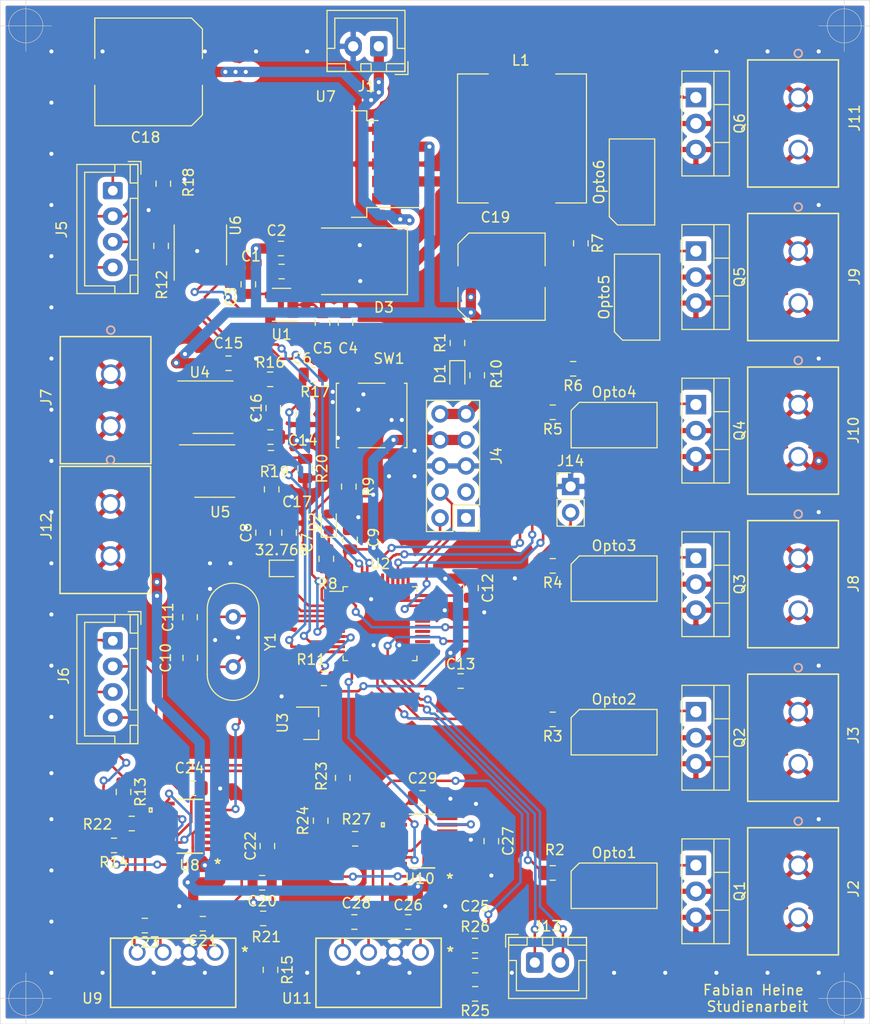
<source format=kicad_pcb>
(kicad_pcb (version 20171130) (host pcbnew "(5.1.5)-3")
  (layers (0 F.Cu signal) (31 B.Cu signal) (34 B.Paste user hide) (35 F.Paste user hide) (36 B.SilkS user hide) (37 F.SilkS user) (38 B.Mask user hide) (39 F.Mask user hide) (44 Edge.Cuts user))
  (net 0 "")
  (net 1 "Net-(32.768-Pad2)")
  (net 2 "Net-(32.768-Pad1)")
  (net 3 GND)
  (net 4 +5V)
  (net 5 "Net-(C3-Pad1)")
  (net 6 +3V3)
  (net 7 /RESET)
  (net 8 "Net-(C10-Pad2)")
  (net 9 "Net-(C11-Pad2)")
  (net 10 "Net-(C16-Pad2)")
  (net 11 "Net-(C17-Pad2)")
  (net 12 /Vin)
  (net 13 "Net-(C20-Pad2)")
  (net 14 /Sheet5EE7EB52/-IN1)
  (net 15 "Net-(C22-Pad2)")
  (net 16 "Net-(C23-Pad2)")
  (net 17 "Net-(C23-Pad1)")
  (net 18 "Net-(C24-Pad1)")
  (net 19 "Net-(C25-Pad2)")
  (net 20 /Sheet5EE7EB52/-IN2)
  (net 21 "Net-(C27-Pad2)")
  (net 22 "Net-(C28-Pad2)")
  (net 23 "Net-(C28-Pad1)")
  (net 24 "Net-(C29-Pad1)")
  (net 25 "Net-(D1-Pad1)")
  (net 26 "Net-(D2-Pad1)")
  (net 27 "Net-(D3-Pad1)")
  (net 28 "Net-(J4-Pad10)")
  (net 29 /SWDIO)
  (net 30 "Net-(J4-Pad3)")
  (net 31 /SWCLK)
  (net 32 "Net-(J4-Pad1)")
  (net 33 /MCH)
  (net 34 /MCR-)
  (net 35 /MCL)
  (net 36 /Sheet5EE7EB52/MV2-)
  (net 37 /Sheet5EE7EB52/MV1-)
  (net 38 /Sheet5EE7EB52/MV2+)
  (net 39 /Sheet5EE7EB52/MV1+)
  (net 40 /MA2-)
  (net 41 /MA2+)
  (net 42 /MA1-)
  (net 43 /MA1+)
  (net 44 /PB0)
  (net 45 /PB1)
  (net 46 /PB2)
  (net 47 /PB3)
  (net 48 /PB4)
  (net 49 /PB5)
  (net 50 /C13)
  (net 51 "Net-(R11-Pad2)")
  (net 52 "Net-(R13-Pad2)")
  (net 53 /A0)
  (net 54 "Net-(R16-Pad1)")
  (net 55 "Net-(R18-Pad2)")
  (net 56 /A1)
  (net 57 "Net-(R19-Pad1)")
  (net 58 "Net-(R22-Pad1)")
  (net 59 "Net-(R23-Pad2)")
  (net 60 "Net-(R27-Pad1)")
  (net 61 /CAN_RX)
  (net 62 /CAN_TX)
  (net 63 "Net-(U2-Pad43)")
  (net 64 "Net-(U2-Pad42)")
  (net 65 "Net-(U2-Pad38)")
  (net 66 "Net-(U2-Pad33)")
  (net 67 "Net-(U2-Pad32)")
  (net 68 "Net-(U2-Pad31)")
  (net 69 "Net-(U2-Pad30)")
  (net 70 "Net-(U2-Pad29)")
  (net 71 "Net-(U2-Pad28)")
  (net 72 "Net-(U2-Pad27)")
  (net 73 "Net-(U2-Pad26)")
  (net 74 "Net-(U2-Pad25)")
  (net 75 "Net-(U2-Pad17)")
  (net 76 "Net-(U2-Pad16)")
  (net 77 "Net-(U2-Pad8)")
  (net 78 "Net-(U6-Pad5)")
  (net 79 "Net-(U8-Pad5)")
  (net 80 "Net-(U8-Pad6)")
  (net 81 "Net-(U8-Pad10)")
  (net 82 "Net-(U8-Pad13)")
  (net 83 "Net-(U10-Pad5)")
  (net 84 "Net-(U10-Pad6)")
  (net 85 "Net-(U10-Pad10)")
  (net 86 "Net-(U10-Pad13)")
  (net 87 "Net-(Opto1-Pad1)")
  (net 88 "Net-(Opto1-Pad4)")
  (net 89 "Net-(Opto2-Pad1)")
  (net 90 "Net-(Opto2-Pad4)")
  (net 91 "Net-(Opto3-Pad1)")
  (net 92 "Net-(Opto3-Pad4)")
  (net 93 "Net-(Opto4-Pad1)")
  (net 94 "Net-(Opto4-Pad4)")
  (net 95 "Net-(Opto5-Pad1)")
  (net 96 "Net-(Opto5-Pad4)")
  (net 97 "Net-(Opto6-Pad1)")
  (net 98 "Net-(Opto6-Pad4)")
  (net 99 MM1+)
  (net 100 MM1-)
  (net 101 MM2+)
  (net 102 MM2-)
  (net 103 MM3+)
  (net 104 MM3-)
  (net 105 MM5+)
  (net 106 MM5-)
  (net 107 MM4+)
  (net 108 MM4-)
  (net 109 MM6+)
  (net 110 MM6-)
  (net 111 A2)
  (net 112 A3)
  (net 113 "Net-(U2-Pad15)")
  (net 114 "Net-(U2-Pad14)")
  (net 115 UART3_RX)
  (net 116 UART3_TX)
  (net 117 "Net-(C21-Pad1)")
  (net 118 "Net-(J14-Pad2)")
  (module Crystal:Crystal_SMD_2012-2Pin_2.0x1.2mm (layer F.Cu) (at 172.5 89.5)
    (fp_text reference 32.768 (at 0 -1.8) (layer F.SilkS))
    (fp_text value "Crystal 144-1100 ")
    (pad 2 smd rect (at 0.7 0) (size 0.6 1.1) (layers F.Cu F.Paste F.Mask) (net 1 "Net-(32.768-Pad2)"))
    (pad 1 smd rect (at -0.7 0) (size 0.6 1.1) (layers F.Cu F.Paste F.Mask) (net 2 "Net-(32.768-Pad1)"))
  )
  (module Crystal:Crystal_HC49-4H_Vertical (layer F.Cu) (at 167.76 94.23 270)
    (fp_text reference Y1 (at 2.44 -3.64 90) (layer F.SilkS))
    (fp_text value 8MHz)
    (pad 2 thru_hole circle (at 4.88 0 270) (size 1.5 1.5) (drill 0.8) (layers *.Cu *.Mask) (net 8 "Net-(C10-Pad2)"))
    (pad 1 thru_hole circle (at 0 0 270) (size 1.5 1.5) (drill 0.8) (layers *.Cu *.Mask) (net 9 "Net-(C11-Pad2)"))
  )
  (module Diode_SMD:D_SMC (layer F.Cu) (at 180 59.5 180)
    (fp_text reference D3 (at -2.5 -4.5) (layer F.SilkS))
    (fp_text value MBRS540T3G)
    (pad 2 smd rect (at 3.4 0 270) (size 3.3 2.5) (layers F.Cu F.Paste F.Mask) (net 3 GND))
    (pad 1 smd rect (at -3.4 0 270) (size 3.3 2.5) (layers F.Cu F.Paste F.Mask) (net 27 "Net-(D3-Pad1)"))
  )
  (module Inductor_SMD:L_Wuerth_WE-PD-Typ-LS (layer F.Cu) (at 196 47.5 270)
    (fp_text reference L1 (at -7.63 0.12 180) (layer F.SilkS))
    (fp_text value 33u)
    (pad 1 smd rect (at -4.95 0 270) (size 2.9 5.4) (layers F.Cu F.Paste F.Mask) (net 27 "Net-(D3-Pad1)"))
    (pad 2 smd rect (at 4.95 0 270) (size 2.9 5.4) (layers F.Cu F.Paste F.Mask) (net 4 +5V))
  )
  (module Capacitor_SMD:C_Elec_8x6.2 (layer F.Cu) (at 194 61)
    (fp_text reference C19 (at -0.6 -5.8) (layer F.SilkS))
    (fp_text value 220u)
    (pad 2 smd roundrect (at 3.0875 0) (size 3.925 1.6) (layers F.Cu F.Paste F.Mask) (roundrect_rratio 0.15625) (net 3 GND))
    (pad 1 smd roundrect (at -3.0875 0) (size 3.925 1.6) (layers F.Cu F.Paste F.Mask) (roundrect_rratio 0.15625) (net 4 +5V))
  )
  (module Package_TO_SOT_THT:TO-220-3_Vertical (layer F.Cu) (at 213 43.5 270)
    (fp_text reference Q6 (at 2.54 -4.27 90) (layer F.SilkS))
    (fp_text value IRF540NPBF)
    (pad 3 thru_hole oval (at 5.08 0 270) (size 1.905 2) (drill 1.1) (layers *.Cu *.Mask) (net 110 MM6-))
    (pad 2 thru_hole oval (at 2.54 0 270) (size 1.905 2) (drill 1.1) (layers *.Cu *.Mask) (net 109 MM6+))
    (pad 1 thru_hole rect (at 0 0 270) (size 1.905 2) (drill 1.1) (layers *.Cu *.Mask) (net 98 "Net-(Opto6-Pad4)"))
  )
  (module Package_TO_SOT_THT:TO-220-3_Vertical (layer F.Cu) (at 213 58.5 270)
    (fp_text reference Q5 (at 2.54 -4.27 90) (layer F.SilkS))
    (fp_text value IRF540NPBF)
    (pad 3 thru_hole oval (at 5.08 0 270) (size 1.905 2) (drill 1.1) (layers *.Cu *.Mask) (net 106 MM5-))
    (pad 2 thru_hole oval (at 2.54 0 270) (size 1.905 2) (drill 1.1) (layers *.Cu *.Mask) (net 105 MM5+))
    (pad 1 thru_hole rect (at 0 0 270) (size 1.905 2) (drill 1.1) (layers *.Cu *.Mask) (net 96 "Net-(Opto5-Pad4)"))
  )
  (module Package_TO_SOT_THT:TO-220-3_Vertical (layer F.Cu) (at 213 73.5 270)
    (fp_text reference Q4 (at 2.54 -4.27 90) (layer F.SilkS))
    (fp_text value IRF540NPBF)
    (pad 3 thru_hole oval (at 5.08 0 270) (size 1.905 2) (drill 1.1) (layers *.Cu *.Mask) (net 108 MM4-))
    (pad 2 thru_hole oval (at 2.54 0 270) (size 1.905 2) (drill 1.1) (layers *.Cu *.Mask) (net 107 MM4+))
    (pad 1 thru_hole rect (at 0 0 270) (size 1.905 2) (drill 1.1) (layers *.Cu *.Mask) (net 94 "Net-(Opto4-Pad4)"))
  )
  (module Package_TO_SOT_THT:TO-220-3_Vertical (layer F.Cu) (at 213 88.5 270)
    (fp_text reference Q3 (at 2.54 -4.27 90) (layer F.SilkS))
    (fp_text value IRF540NPBF)
    (pad 3 thru_hole oval (at 5.08 0 270) (size 1.905 2) (drill 1.1) (layers *.Cu *.Mask) (net 104 MM3-))
    (pad 2 thru_hole oval (at 2.54 0 270) (size 1.905 2) (drill 1.1) (layers *.Cu *.Mask) (net 103 MM3+))
    (pad 1 thru_hole rect (at 0 0 270) (size 1.905 2) (drill 1.1) (layers *.Cu *.Mask) (net 92 "Net-(Opto3-Pad4)"))
  )
  (module Package_TO_SOT_THT:TO-220-3_Vertical (layer F.Cu) (at 213 103.5 270)
    (fp_text reference Q2 (at 2.54 -4.27 90) (layer F.SilkS))
    (fp_text value IRF540NPBF)
    (pad 3 thru_hole oval (at 5.08 0 270) (size 1.905 2) (drill 1.1) (layers *.Cu *.Mask) (net 102 MM2-))
    (pad 2 thru_hole oval (at 2.54 0 270) (size 1.905 2) (drill 1.1) (layers *.Cu *.Mask) (net 101 MM2+))
    (pad 1 thru_hole rect (at 0 0 270) (size 1.905 2) (drill 1.1) (layers *.Cu *.Mask) (net 90 "Net-(Opto2-Pad4)"))
  )
  (module Package_TO_SOT_THT:TO-220-3_Vertical (layer F.Cu) (at 213 118.5 270)
    (fp_text reference Q1 (at 2.54 -4.27 90) (layer F.SilkS))
    (fp_text value IRF540NPBF)
    (pad 3 thru_hole oval (at 5.08 0 270) (size 1.905 2) (drill 1.1) (layers *.Cu *.Mask) (net 100 MM1-))
    (pad 2 thru_hole oval (at 2.54 0 270) (size 1.905 2) (drill 1.1) (layers *.Cu *.Mask) (net 99 MM1+))
    (pad 1 thru_hole rect (at 0 0 270) (size 1.905 2) (drill 1.1) (layers *.Cu *.Mask) (net 88 "Net-(Opto1-Pad4)"))
  )
  (module Connector_PinHeader_2.54mm:PinHeader_1x02_P2.54mm_Vertical (layer F.Cu) (at 200.75 81.5)
    (fp_text reference J14 (at 0 -2.5) (layer F.SilkS))
    (fp_text value Conn_01x02)
    (pad 2 thru_hole oval (at 0 2.54) (size 1.7 1.7) (drill 1) (layers *.Cu *.Mask) (net 118 "Net-(J14-Pad2)"))
    (pad 1 thru_hole rect (at 0 0) (size 1.7 1.7) (drill 1) (layers *.Cu *.Mask) (net 3 GND))
  )
  (module Capacitor_SMD:C_Elec_10x10.2 (layer F.Cu) (at 159.5 41 180)
    (fp_text reference C18 (at 0.3 -6.4) (layer F.SilkS))
    (fp_text value 680u)
    (pad 2 smd roundrect (at 4.4 0 180) (size 4.6 2.1) (layers F.Cu F.Paste F.Mask) (roundrect_rratio 0.119048) (net 3 GND))
    (pad 1 smd roundrect (at -4.4 0 180) (size 4.6 2.1) (layers F.Cu F.Paste F.Mask) (roundrect_rratio 0.119048) (net 12 /Vin))
  )
  (module Resistor_SMD:R_0805_2012Metric (layer F.Cu) (at 191.62 70.6375 270)
    (fp_text reference R10 (at -0.1375 -1.88 90) (layer F.SilkS))
    (fp_text value Bruecke hide)
    (pad 2 smd roundrect (at 0.9375 0 270) (size 0.975 1.4) (layers F.Cu F.Paste F.Mask) (net 28 "Net-(J4-Pad10)"))
    (pad 1 smd roundrect (at -0.9375 0 270) (size 0.975 1.4) (layers F.Cu F.Paste F.Mask) (net 4 +5V))
  )
  (module Studienarbeit:RFM-0505S (layer F.Cu) (at 166 127 180)
    (fp_text reference U9 (at 12 -4.5) (layer F.SilkS))
    (fp_text value RFM-0505S hide)
    (fp_text user * (at -2.910401 0) (layer F.SilkS))
    (fp_text user * (at -2.910401 0) (layer F.SilkS))
    (pad 1 thru_hole circle (at 0 0.000001 180) (size 1.651 1.651) (drill 1.143) (layers *.Cu *.Mask) (net 4 +5V))
    (pad 2 thru_hole circle (at 2.54 0.000001 180) (size 1.651 1.651) (drill 1.143) (layers *.Cu *.Mask) (net 3 GND))
    (pad 3 thru_hole circle (at 5.08 0.000001 180) (size 1.651 1.651) (drill 1.143) (layers *.Cu *.Mask) (net 17 "Net-(C23-Pad1)"))
    (pad 4 thru_hole circle (at 7.62 0.000001 180) (size 1.651 1.651) (drill 1.143) (layers *.Cu *.Mask) (net 16 "Net-(C23-Pad2)"))
  )
  (module Connector_PinHeader_2.54mm:PinHeader_2x05_P2.54mm_Vertical (layer F.Cu) (at 190.53 84.57 180)
    (fp_text reference J4 (at -2.97 6.07 270) (layer F.SilkS))
    (fp_text value Conn_02x05_Odd_Even)
    (pad 10 thru_hole oval (at 2.54 10.16 180) (size 1.7 1.7) (drill 1) (layers *.Cu *.Mask) (net 28 "Net-(J4-Pad10)"))
    (pad 9 thru_hole oval (at 0 10.16 180) (size 1.7 1.7) (drill 1) (layers *.Cu *.Mask) (net 28 "Net-(J4-Pad10)"))
    (pad 8 thru_hole oval (at 2.54 7.62 180) (size 1.7 1.7) (drill 1) (layers *.Cu *.Mask) (net 6 +3V3))
    (pad 7 thru_hole oval (at 0 7.62 180) (size 1.7 1.7) (drill 1) (layers *.Cu *.Mask) (net 6 +3V3))
    (pad 6 thru_hole oval (at 2.54 5.08 180) (size 1.7 1.7) (drill 1) (layers *.Cu *.Mask) (net 3 GND))
    (pad 5 thru_hole oval (at 0 5.08 180) (size 1.7 1.7) (drill 1) (layers *.Cu *.Mask) (net 3 GND))
    (pad 4 thru_hole oval (at 2.54 2.54 180) (size 1.7 1.7) (drill 1) (layers *.Cu *.Mask) (net 29 /SWDIO))
    (pad 3 thru_hole oval (at 0 2.54 180) (size 1.7 1.7) (drill 1) (layers *.Cu *.Mask) (net 30 "Net-(J4-Pad3)"))
    (pad 2 thru_hole oval (at 2.54 0 180) (size 1.7 1.7) (drill 1) (layers *.Cu *.Mask) (net 31 /SWCLK))
    (pad 1 thru_hole rect (at 0 0 180) (size 1.7 1.7) (drill 1) (layers *.Cu *.Mask) (net 32 "Net-(J4-Pad1)"))
  )
  (module Connector_JST:JST_XH_B2B-XH-A_1x02_P2.50mm_Vertical (layer F.Cu) (at 197.25 128)
    (fp_text reference J13 (at 1.25 -3.55) (layer F.SilkS))
    (fp_text value Conn_01x02_Female)
    (pad 2 thru_hole oval (at 2.5 0) (size 1.7 2) (drill 1) (layers *.Cu *.Mask) (net 115 UART3_RX))
    (pad 1 thru_hole roundrect (at 0 0) (size 1.7 2) (drill 1) (layers *.Cu *.Mask) (roundrect_rratio 0.147059) (net 116 UART3_TX))
  )
  (module Studienarbeit:VOM1271 (layer F.Cu) (at 205 90.5 270)
    (fp_text reference Opto3 (at -3.22 0) (layer F.SilkS))
    (fp_text value VOM1271)
    (pad 2 smd rect (at 1.27 3.125 270) (size 0.9 1.15) (layers F.Cu F.Paste F.Mask) (net 3 GND))
    (pad 3 smd rect (at 1.27 -3.125 270) (size 0.9 1.15) (layers F.Cu F.Paste F.Mask) (net 104 MM3-))
    (pad 1 smd rect (at -1.27 3.125 270) (size 0.9 1.15) (layers F.Cu F.Paste F.Mask) (net 91 "Net-(Opto3-Pad1)"))
    (pad 4 smd rect (at -1.27 -3.125 270) (size 0.9 1.15) (layers F.Cu F.Paste F.Mask) (net 92 "Net-(Opto3-Pad4)"))
  )
  (module Studienarbeit:PhoenixContact1755736 (layer F.Cu) (at 155.775 83.2 270)
    (fp_text reference J12 (at 2.2 6.275 90) (layer F.SilkS))
    (fp_text value 1755736 hide)
    (fp_text user * (at 0 0 90) (layer F.SilkS))
    (pad 1 thru_hole circle (at 0 0 270) (size 1.905 1.905) (drill 1.397) (layers *.Cu *.Mask) (net 41 /MA2+))
    (pad 2 thru_hole circle (at 5.08 0 270) (size 1.905 1.905) (drill 1.397) (layers *.Cu *.Mask) (net 40 /MA2-))
  )
  (module Studienarbeit:PhoenixContact1755736 (layer F.Cu) (at 155.8 70.525 270)
    (fp_text reference J7 (at 2.275 6.3 90) (layer F.SilkS))
    (fp_text value 1755736 hide)
    (fp_text user * (at 0 0 90) (layer F.SilkS))
    (pad 1 thru_hole circle (at 0 0 270) (size 1.905 1.905) (drill 1.397) (layers *.Cu *.Mask) (net 43 /MA1+))
    (pad 2 thru_hole circle (at 5.08 0 270) (size 1.905 1.905) (drill 1.397) (layers *.Cu *.Mask) (net 42 /MA1-))
  )
  (module Studienarbeit:VOM1271 (layer F.Cu) (at 205 105.5 270)
    (fp_text reference Opto2 (at -3.22 0) (layer F.SilkS))
    (fp_text value VOM1271)
    (pad 2 smd rect (at 1.27 3.125 270) (size 0.9 1.15) (layers F.Cu F.Paste F.Mask) (net 3 GND))
    (pad 3 smd rect (at 1.27 -3.125 270) (size 0.9 1.15) (layers F.Cu F.Paste F.Mask) (net 102 MM2-))
    (pad 1 smd rect (at -1.27 3.125 270) (size 0.9 1.15) (layers F.Cu F.Paste F.Mask) (net 89 "Net-(Opto2-Pad1)"))
    (pad 4 smd rect (at -1.27 -3.125 270) (size 0.9 1.15) (layers F.Cu F.Paste F.Mask) (net 90 "Net-(Opto2-Pad4)"))
  )
  (module Studienarbeit:PhoenixContact1755736 (layer F.Cu) (at 223 43.5 270)
    (fp_text reference J11 (at 2 -5.5 90) (layer F.SilkS))
    (fp_text value 1755736 hide)
    (fp_text user * (at 0 0 90) (layer F.SilkS))
    (pad 1 thru_hole circle (at 0 0 270) (size 1.905 1.905) (drill 1.397) (layers *.Cu *.Mask) (net 109 MM6+))
    (pad 2 thru_hole circle (at 5.08 0 270) (size 1.905 1.905) (drill 1.397) (layers *.Cu *.Mask) (net 110 MM6-))
  )
  (module Studienarbeit:PhoenixContact1755736 (layer F.Cu) (at 223 73.5 270)
    (fp_text reference J10 (at 2.5 -5.4 90) (layer F.SilkS))
    (fp_text value 1755736 hide)
    (fp_text user * (at 0 0 90) (layer F.SilkS))
    (pad 1 thru_hole circle (at 0 0 270) (size 1.905 1.905) (drill 1.397) (layers *.Cu *.Mask) (net 107 MM4+))
    (pad 2 thru_hole circle (at 5.08 0 270) (size 1.905 1.905) (drill 1.397) (layers *.Cu *.Mask) (net 108 MM4-))
  )
  (module Studienarbeit:PhoenixContact1755736 (layer F.Cu) (at 223 58.5 270)
    (fp_text reference J9 (at 2.5 -5.5 90) (layer F.SilkS))
    (fp_text value 1755736 hide)
    (fp_text user * (at 0 0 90) (layer F.SilkS))
    (pad 1 thru_hole circle (at 0 0 270) (size 1.905 1.905) (drill 1.397) (layers *.Cu *.Mask) (net 105 MM5+))
    (pad 2 thru_hole circle (at 5.08 0 270) (size 1.905 1.905) (drill 1.397) (layers *.Cu *.Mask) (net 106 MM5-))
  )
  (module Studienarbeit:PhoenixContact1755736 (layer F.Cu) (at 223 88.5 270)
    (fp_text reference J8 (at 2.5 -5.4 90) (layer F.SilkS))
    (fp_text value 1755736 hide)
    (fp_text user * (at 0 0 90) (layer F.SilkS))
    (pad 1 thru_hole circle (at 0 0 270) (size 1.905 1.905) (drill 1.397) (layers *.Cu *.Mask) (net 103 MM3+))
    (pad 2 thru_hole circle (at 5.08 0 270) (size 1.905 1.905) (drill 1.397) (layers *.Cu *.Mask) (net 104 MM3-))
  )
  (module Studienarbeit:PhoenixContact1755736 (layer F.Cu) (at 223 103.5 270)
    (fp_text reference J3 (at 2.3 -5.4 90) (layer F.SilkS))
    (fp_text value 1755736 hide)
    (fp_text user * (at 0 0 90) (layer F.SilkS))
    (pad 1 thru_hole circle (at 0 0 270) (size 1.905 1.905) (drill 1.397) (layers *.Cu *.Mask) (net 101 MM2+))
    (pad 2 thru_hole circle (at 5.08 0 270) (size 1.905 1.905) (drill 1.397) (layers *.Cu *.Mask) (net 102 MM2-))
  )
  (module Studienarbeit:PhoenixContact1755736 (layer F.Cu) (at 223 118.5 270)
    (fp_text reference J2 (at 2.3 -5.4 90) (layer F.SilkS))
    (fp_text value 1755736 hide)
    (fp_text user * (at 0 0 90) (layer F.SilkS))
    (pad 1 thru_hole circle (at 0 0 270) (size 1.905 1.905) (drill 1.397) (layers *.Cu *.Mask) (net 99 MM1+))
    (pad 2 thru_hole circle (at 5.08 0 270) (size 1.905 1.905) (drill 1.397) (layers *.Cu *.Mask) (net 100 MM1-))
  )
  (module LED_SMD:LED_0603_1608Metric (layer F.Cu) (at 177.11 84.97 90)
    (fp_text reference D2 (at 0 -1.43 90) (layer F.SilkS))
    (fp_text value LED)
    (pad 2 smd roundrect (at 0.7875 0 90) (size 0.875 0.95) (layers F.Cu F.Paste F.Mask) (net 6 +3V3))
    (pad 1 smd roundrect (at -0.7875 0 90) (size 0.875 0.95) (layers F.Cu F.Paste F.Mask) (net 26 "Net-(D2-Pad1)"))
  )
  (module Resistor_SMD:R_0805_2012Metric (layer F.Cu) (at 179.69 115.91 180)
    (fp_text reference R27 (at -0.11 1.91) (layer F.SilkS))
    (fp_text value 3k)
    (pad 2 smd roundrect (at 0.9375 0 180) (size 0.975 1.4) (layers F.Cu F.Paste F.Mask) (net 59 "Net-(R23-Pad2)"))
    (pad 1 smd roundrect (at -0.9375 0 180) (size 0.975 1.4) (layers F.Cu F.Paste F.Mask) (net 60 "Net-(R27-Pad1)"))
  )
  (module Resistor_SMD:R_0805_2012Metric (layer F.Cu) (at 199 104.25 180)
    (fp_text reference R3 (at 0 -1.65) (layer F.SilkS))
    (fp_text value 100)
    (pad 2 smd roundrect (at 0.9375 0 180) (size 0.975 1.4) (layers F.Cu F.Paste F.Mask) (net 45 /PB1))
    (pad 1 smd roundrect (at -0.9375 0 180) (size 0.975 1.4) (layers F.Cu F.Paste F.Mask) (net 89 "Net-(Opto2-Pad1)"))
  )
  (module Resistor_SMD:R_0805_2012Metric (layer F.Cu) (at 176.87 88.56 270)
    (fp_text reference R8 (at 2.44 -0.13 180) (layer F.SilkS))
    (fp_text value "1 k")
    (pad 2 smd roundrect (at 0.9375 0 270) (size 0.975 1.4) (layers F.Cu F.Paste F.Mask) (net 50 /C13))
    (pad 1 smd roundrect (at -0.9375 0 270) (size 0.975 1.4) (layers F.Cu F.Paste F.Mask) (net 26 "Net-(D2-Pad1)"))
  )
  (module Resistor_SMD:R_0805_2012Metric (layer F.Cu) (at 201 70 180)
    (fp_text reference R6 (at 0 -1.65) (layer F.SilkS))
    (fp_text value 100)
    (pad 2 smd roundrect (at 0.9375 0 180) (size 0.975 1.4) (layers F.Cu F.Paste F.Mask) (net 48 /PB4))
    (pad 1 smd roundrect (at -0.9375 0 180) (size 0.975 1.4) (layers F.Cu F.Paste F.Mask) (net 95 "Net-(Opto5-Pad1)"))
  )
  (module Resistor_SMD:R_0805_2012Metric (layer F.Cu) (at 191.42 128.3)
    (fp_text reference R26 (at 0 -3.8) (layer F.SilkS))
    (fp_text value 470)
    (pad 2 smd roundrect (at 0.9375 0) (size 0.975 1.4) (layers F.Cu F.Paste F.Mask) (net 19 "Net-(C25-Pad2)"))
    (pad 1 smd roundrect (at -0.9375 0) (size 0.975 1.4) (layers F.Cu F.Paste F.Mask) (net 20 /Sheet5EE7EB52/-IN2))
  )
  (module Resistor_SMD:R_0805_2012Metric (layer F.Cu) (at 191.42 131.06 180)
    (fp_text reference R25 (at 0 -1.65) (layer F.SilkS))
    (fp_text value 2k)
    (pad 2 smd roundrect (at 0.9375 0 180) (size 0.975 1.4) (layers F.Cu F.Paste F.Mask) (net 3 GND))
    (pad 1 smd roundrect (at -0.9375 0 180) (size 0.975 1.4) (layers F.Cu F.Paste F.Mask) (net 19 "Net-(C25-Pad2)"))
  )
  (module Resistor_SMD:R_0805_2012Metric (layer F.Cu) (at 176.32 114.14 270)
    (fp_text reference R24 (at 0 1.72 90) (layer F.SilkS))
    (fp_text value "1k 1%")
    (pad 2 smd roundrect (at 0.9375 0 270) (size 0.975 1.4) (layers F.Cu F.Paste F.Mask) (net 36 /Sheet5EE7EB52/MV2-))
    (pad 1 smd roundrect (at -0.9375 0 270) (size 0.975 1.4) (layers F.Cu F.Paste F.Mask) (net 59 "Net-(R23-Pad2)"))
  )
  (module Resistor_SMD:R_0805_2012Metric (layer F.Cu) (at 178.48 109.9625 270)
    (fp_text reference R23 (at -0.1625 2.08 90) (layer F.SilkS))
    (fp_text value "33k 1%")
    (pad 2 smd roundrect (at 0.9375 0 270) (size 0.975 1.4) (layers F.Cu F.Paste F.Mask) (net 59 "Net-(R23-Pad2)"))
    (pad 1 smd roundrect (at -0.9375 0 270) (size 0.975 1.4) (layers F.Cu F.Paste F.Mask) (net 38 /Sheet5EE7EB52/MV2+))
  )
  (module Resistor_SMD:R_0805_2012Metric (layer F.Cu) (at 157.8525 114.42 180)
    (fp_text reference R22 (at 3.3525 -0.08) (layer F.SilkS))
    (fp_text value 3k)
    (pad 2 smd roundrect (at 0.9375 0 180) (size 0.975 1.4) (layers F.Cu F.Paste F.Mask) (net 52 "Net-(R13-Pad2)"))
    (pad 1 smd roundrect (at -0.9375 0 180) (size 0.975 1.4) (layers F.Cu F.Paste F.Mask) (net 58 "Net-(R22-Pad1)"))
  )
  (module Resistor_SMD:R_0805_2012Metric (layer F.Cu) (at 170.7 123.69)
    (fp_text reference R21 (at 0.3 1.81) (layer F.SilkS))
    (fp_text value 470)
    (pad 2 smd roundrect (at 0.9375 0) (size 0.975 1.4) (layers F.Cu F.Paste F.Mask) (net 13 "Net-(C20-Pad2)"))
    (pad 1 smd roundrect (at -0.9375 0) (size 0.975 1.4) (layers F.Cu F.Paste F.Mask) (net 14 /Sheet5EE7EB52/-IN1))
  )
  (module Resistor_SMD:R_0805_2012Metric (layer F.Cu) (at 174.8 79.7375 270)
    (fp_text reference R20 (at 0 -1.65 90) (layer F.SilkS))
    (fp_text value "2.49k 1%")
    (pad 2 smd roundrect (at 0.9375 0 270) (size 0.975 1.4) (layers F.Cu F.Paste F.Mask) (net 3 GND))
    (pad 1 smd roundrect (at -0.9375 0 270) (size 0.975 1.4) (layers F.Cu F.Paste F.Mask) (net 56 /A1))
  )
  (module Resistor_SMD:R_0805_2012Metric (layer F.Cu) (at 171.4625 78.69)
    (fp_text reference R19 (at 0.3375 1.38) (layer F.SilkS))
    (fp_text value "2.49k 1%")
    (pad 2 smd roundrect (at 0.9375 0) (size 0.975 1.4) (layers F.Cu F.Paste F.Mask) (net 56 /A1))
    (pad 1 smd roundrect (at -0.9375 0) (size 0.975 1.4) (layers F.Cu F.Paste F.Mask) (net 57 "Net-(R19-Pad1)"))
  )
  (module Resistor_SMD:R_0805_2012Metric (layer F.Cu) (at 160.94 51.9175 270)
    (fp_text reference R18 (at -0.1175 -2.46 90) (layer F.SilkS))
    (fp_text value 10k)
    (pad 2 smd roundrect (at 0.9375 0 270) (size 0.975 1.4) (layers F.Cu F.Paste F.Mask) (net 55 "Net-(R18-Pad2)"))
    (pad 1 smd roundrect (at -0.9375 0 270) (size 0.975 1.4) (layers F.Cu F.Paste F.Mask) (net 3 GND))
  )
  (module Resistor_SMD:R_0805_2012Metric (layer F.Cu) (at 174.63 74.51 270)
    (fp_text reference R17 (at -2.26 -1.13 180) (layer F.SilkS))
    (fp_text value "2.49k 1%")
    (pad 2 smd roundrect (at 0.9375 0 270) (size 0.975 1.4) (layers F.Cu F.Paste F.Mask) (net 3 GND))
    (pad 1 smd roundrect (at -0.9375 0 270) (size 0.975 1.4) (layers F.Cu F.Paste F.Mask) (net 53 /A0))
  )
  (module Resistor_SMD:R_0805_2012Metric (layer F.Cu) (at 171.3825 71.03)
    (fp_text reference R16 (at 0 -1.65) (layer F.SilkS))
    (fp_text value "2.49k 1%")
    (pad 2 smd roundrect (at 0.9375 0) (size 0.975 1.4) (layers F.Cu F.Paste F.Mask) (net 53 /A0))
    (pad 1 smd roundrect (at -0.9375 0) (size 0.975 1.4) (layers F.Cu F.Paste F.Mask) (net 54 "Net-(R16-Pad1)"))
  )
  (module Resistor_SMD:R_0805_2012Metric (layer F.Cu) (at 171.415001 128.714999 270)
    (fp_text reference R15 (at 0 -1.65 90) (layer F.SilkS))
    (fp_text value 2k)
    (pad 2 smd roundrect (at 0.9375 0 270) (size 0.975 1.4) (layers F.Cu F.Paste F.Mask) (net 3 GND))
    (pad 1 smd roundrect (at -0.9375 0 270) (size 0.975 1.4) (layers F.Cu F.Paste F.Mask) (net 13 "Net-(C20-Pad2)"))
  )
  (module Resistor_SMD:R_0805_2012Metric (layer F.Cu) (at 156.12 116.56 180)
    (fp_text reference R14 (at 0 -1.65) (layer F.SilkS))
    (fp_text value "1k 1%")
    (pad 2 smd roundrect (at 0.9375 0 180) (size 0.975 1.4) (layers F.Cu F.Paste F.Mask) (net 37 /Sheet5EE7EB52/MV1-))
    (pad 1 smd roundrect (at -0.9375 0 180) (size 0.975 1.4) (layers F.Cu F.Paste F.Mask) (net 52 "Net-(R13-Pad2)"))
  )
  (module Resistor_SMD:R_0805_2012Metric (layer F.Cu) (at 157.05 111.34 270)
    (fp_text reference R13 (at 0 -1.65 90) (layer F.SilkS))
    (fp_text value "33k 1%")
    (pad 2 smd roundrect (at 0.9375 0 270) (size 0.975 1.4) (layers F.Cu F.Paste F.Mask) (net 52 "Net-(R13-Pad2)"))
    (pad 1 smd roundrect (at -0.9375 0 270) (size 0.975 1.4) (layers F.Cu F.Paste F.Mask) (net 39 /Sheet5EE7EB52/MV1+))
  )
  (module Resistor_SMD:R_0805_2012Metric (layer F.Cu) (at 160.72 57.99 90)
    (fp_text reference R12 (at -3.81 0.08 90) (layer F.SilkS))
    (fp_text value 120)
    (pad 2 smd roundrect (at 0.9375 0 90) (size 0.975 1.4) (layers F.Cu F.Paste F.Mask) (net 35 /MCL))
    (pad 1 smd roundrect (at -0.9375 0 90) (size 0.975 1.4) (layers F.Cu F.Paste F.Mask) (net 34 /MCR-))
  )
  (module Resistor_SMD:R_0805_2012Metric (layer F.Cu) (at 176.63 100.24 180)
    (fp_text reference R11 (at 1.23 1.84) (layer F.SilkS))
    (fp_text value 100)
    (pad 2 smd roundrect (at 0.9375 0 180) (size 0.975 1.4) (layers F.Cu F.Paste F.Mask) (net 51 "Net-(R11-Pad2)"))
    (pad 1 smd roundrect (at -0.9375 0 180) (size 0.975 1.4) (layers F.Cu F.Paste F.Mask) (net 6 +3V3))
  )
  (module Resistor_SMD:R_0805_2012Metric (layer F.Cu) (at 179.07 81.51 90)
    (fp_text reference R9 (at 0 1.93 90) (layer F.SilkS))
    (fp_text value "10 k")
    (pad 2 smd roundrect (at 0.9375 0 90) (size 0.975 1.4) (layers F.Cu F.Paste F.Mask) (net 7 /RESET))
    (pad 1 smd roundrect (at -0.9375 0 90) (size 0.975 1.4) (layers F.Cu F.Paste F.Mask) (net 6 +3V3))
  )
  (module Resistor_SMD:R_0805_2012Metric (layer F.Cu) (at 201.75 57.75 270)
    (fp_text reference R7 (at 0 -1.65 90) (layer F.SilkS))
    (fp_text value 100)
    (pad 2 smd roundrect (at 0.9375 0 270) (size 0.975 1.4) (layers F.Cu F.Paste F.Mask) (net 49 /PB5))
    (pad 1 smd roundrect (at -0.9375 0 270) (size 0.975 1.4) (layers F.Cu F.Paste F.Mask) (net 97 "Net-(Opto6-Pad1)"))
  )
  (module Resistor_SMD:R_0805_2012Metric (layer F.Cu) (at 199 74.25 180)
    (fp_text reference R5 (at 0 -1.65) (layer F.SilkS))
    (fp_text value 100)
    (pad 2 smd roundrect (at 0.9375 0 180) (size 0.975 1.4) (layers F.Cu F.Paste F.Mask) (net 47 /PB3))
    (pad 1 smd roundrect (at -0.9375 0 180) (size 0.975 1.4) (layers F.Cu F.Paste F.Mask) (net 93 "Net-(Opto4-Pad1)"))
  )
  (module Resistor_SMD:R_0805_2012Metric (layer F.Cu) (at 199 89.25 180)
    (fp_text reference R4 (at 0 -1.65) (layer F.SilkS))
    (fp_text value 100)
    (pad 2 smd roundrect (at 0.9375 0 180) (size 0.975 1.4) (layers F.Cu F.Paste F.Mask) (net 46 /PB2))
    (pad 1 smd roundrect (at -0.9375 0 180) (size 0.975 1.4) (layers F.Cu F.Paste F.Mask) (net 91 "Net-(Opto3-Pad1)"))
  )
  (module Resistor_SMD:R_0805_2012Metric (layer F.Cu) (at 199 119.25 180)
    (fp_text reference R2 (at -0.2 2.25) (layer F.SilkS))
    (fp_text value 100)
    (pad 2 smd roundrect (at 0.9375 0 180) (size 0.975 1.4) (layers F.Cu F.Paste F.Mask) (net 44 /PB0))
    (pad 1 smd roundrect (at -0.9375 0 180) (size 0.975 1.4) (layers F.Cu F.Paste F.Mask) (net 87 "Net-(Opto1-Pad1)"))
  )
  (module Resistor_SMD:R_0805_2012Metric (layer F.Cu) (at 189.69 67.48 90)
    (fp_text reference R1 (at 0 -1.69 90) (layer F.SilkS))
    (fp_text value "1 k")
    (pad 2 smd roundrect (at 0.9375 0 90) (size 0.975 1.4) (layers F.Cu F.Paste F.Mask) (net 3 GND))
    (pad 1 smd roundrect (at -0.9375 0 90) (size 0.975 1.4) (layers F.Cu F.Paste F.Mask) (net 25 "Net-(D1-Pad1)"))
  )
  (module Package_QFP:LQFP-48_7x7mm_P0.5mm (layer F.Cu) (at 182.12 94.9)
    (fp_text reference U2 (at 0 -5.85) (layer F.SilkS))
    (fp_text value STM32F103C8Tx)
    (pad 48 smd roundrect (at -2.75 -4.1625) (size 0.3 1.475) (layers F.Cu F.Paste F.Mask) (net 6 +3V3))
    (pad 47 smd roundrect (at -2.25 -4.1625) (size 0.3 1.475) (layers F.Cu F.Paste F.Mask) (net 3 GND))
    (pad 46 smd roundrect (at -1.75 -4.1625) (size 0.3 1.475) (layers F.Cu F.Paste F.Mask) (net 61 /CAN_RX))
    (pad 45 smd roundrect (at -1.25 -4.1625) (size 0.3 1.475) (layers F.Cu F.Paste F.Mask) (net 62 /CAN_TX))
    (pad 44 smd roundrect (at -0.75 -4.1625) (size 0.3 1.475) (layers F.Cu F.Paste F.Mask) (net 3 GND))
    (pad 43 smd roundrect (at -0.25 -4.1625) (size 0.3 1.475) (layers F.Cu F.Paste F.Mask) (net 63 "Net-(U2-Pad43)"))
    (pad 42 smd roundrect (at 0.25 -4.1625) (size 0.3 1.475) (layers F.Cu F.Paste F.Mask) (net 64 "Net-(U2-Pad42)"))
    (pad 41 smd roundrect (at 0.75 -4.1625) (size 0.3 1.475) (layers F.Cu F.Paste F.Mask) (net 49 /PB5))
    (pad 40 smd roundrect (at 1.25 -4.1625) (size 0.3 1.475) (layers F.Cu F.Paste F.Mask) (net 48 /PB4))
    (pad 39 smd roundrect (at 1.75 -4.1625) (size 0.3 1.475) (layers F.Cu F.Paste F.Mask) (net 47 /PB3))
    (pad 38 smd roundrect (at 2.25 -4.1625) (size 0.3 1.475) (layers F.Cu F.Paste F.Mask) (net 65 "Net-(U2-Pad38)"))
    (pad 37 smd roundrect (at 2.75 -4.1625) (size 0.3 1.475) (layers F.Cu F.Paste F.Mask) (net 31 /SWCLK))
    (pad 36 smd roundrect (at 4.1625 -2.75) (size 1.475 0.3) (layers F.Cu F.Paste F.Mask) (net 6 +3V3))
    (pad 35 smd roundrect (at 4.1625 -2.25) (size 1.475 0.3) (layers F.Cu F.Paste F.Mask) (net 3 GND))
    (pad 34 smd roundrect (at 4.1625 -1.75) (size 1.475 0.3) (layers F.Cu F.Paste F.Mask) (net 29 /SWDIO))
    (pad 33 smd roundrect (at 4.1625 -1.25) (size 1.475 0.3) (layers F.Cu F.Paste F.Mask) (net 66 "Net-(U2-Pad33)"))
    (pad 32 smd roundrect (at 4.1625 -0.75) (size 1.475 0.3) (layers F.Cu F.Paste F.Mask) (net 67 "Net-(U2-Pad32)"))
    (pad 31 smd roundrect (at 4.1625 -0.25) (size 1.475 0.3) (layers F.Cu F.Paste F.Mask) (net 68 "Net-(U2-Pad31)"))
    (pad 30 smd roundrect (at 4.1625 0.25) (size 1.475 0.3) (layers F.Cu F.Paste F.Mask) (net 69 "Net-(U2-Pad30)"))
    (pad 29 smd roundrect (at 4.1625 0.75) (size 1.475 0.3) (layers F.Cu F.Paste F.Mask) (net 70 "Net-(U2-Pad29)"))
    (pad 28 smd roundrect (at 4.1625 1.25) (size 1.475 0.3) (layers F.Cu F.Paste F.Mask) (net 71 "Net-(U2-Pad28)"))
    (pad 27 smd roundrect (at 4.1625 1.75) (size 1.475 0.3) (layers F.Cu F.Paste F.Mask) (net 72 "Net-(U2-Pad27)"))
    (pad 26 smd roundrect (at 4.1625 2.25) (size 1.475 0.3) (layers F.Cu F.Paste F.Mask) (net 73 "Net-(U2-Pad26)"))
    (pad 25 smd roundrect (at 4.1625 2.75) (size 1.475 0.3) (layers F.Cu F.Paste F.Mask) (net 74 "Net-(U2-Pad25)"))
    (pad 24 smd roundrect (at 2.75 4.1625) (size 0.3 1.475) (layers F.Cu F.Paste F.Mask) (net 6 +3V3))
    (pad 23 smd roundrect (at 2.25 4.1625) (size 0.3 1.475) (layers F.Cu F.Paste F.Mask) (net 3 GND))
    (pad 22 smd roundrect (at 1.75 4.1625) (size 0.3 1.475) (layers F.Cu F.Paste F.Mask) (net 115 UART3_RX))
    (pad 21 smd roundrect (at 1.25 4.1625) (size 0.3 1.475) (layers F.Cu F.Paste F.Mask) (net 116 UART3_TX))
    (pad 20 smd roundrect (at 0.75 4.1625) (size 0.3 1.475) (layers F.Cu F.Paste F.Mask) (net 46 /PB2))
    (pad 19 smd roundrect (at 0.25 4.1625) (size 0.3 1.475) (layers F.Cu F.Paste F.Mask) (net 45 /PB1))
    (pad 18 smd roundrect (at -0.25 4.1625) (size 0.3 1.475) (layers F.Cu F.Paste F.Mask) (net 44 /PB0))
    (pad 17 smd roundrect (at -0.75 4.1625) (size 0.3 1.475) (layers F.Cu F.Paste F.Mask) (net 75 "Net-(U2-Pad17)"))
    (pad 16 smd roundrect (at -1.25 4.1625) (size 0.3 1.475) (layers F.Cu F.Paste F.Mask) (net 76 "Net-(U2-Pad16)"))
    (pad 15 smd roundrect (at -1.75 4.1625) (size 0.3 1.475) (layers F.Cu F.Paste F.Mask) (net 113 "Net-(U2-Pad15)"))
    (pad 14 smd roundrect (at -2.25 4.1625) (size 0.3 1.475) (layers F.Cu F.Paste F.Mask) (net 114 "Net-(U2-Pad14)"))
    (pad 13 smd roundrect (at -2.75 4.1625) (size 0.3 1.475) (layers F.Cu F.Paste F.Mask) (net 112 A3))
    (pad 12 smd roundrect (at -4.1625 2.75) (size 1.475 0.3) (layers F.Cu F.Paste F.Mask) (net 111 A2))
    (pad 11 smd roundrect (at -4.1625 2.25) (size 1.475 0.3) (layers F.Cu F.Paste F.Mask) (net 56 /A1))
    (pad 10 smd roundrect (at -4.1625 1.75) (size 1.475 0.3) (layers F.Cu F.Paste F.Mask) (net 53 /A0))
    (pad 9 smd roundrect (at -4.1625 1.25) (size 1.475 0.3) (layers F.Cu F.Paste F.Mask) (net 51 "Net-(R11-Pad2)"))
    (pad 8 smd roundrect (at -4.1625 0.75) (size 1.475 0.3) (layers F.Cu F.Paste F.Mask) (net 77 "Net-(U2-Pad8)"))
    (pad 7 smd roundrect (at -4.1625 0.25) (size 1.475 0.3) (layers F.Cu F.Paste F.Mask) (net 7 /RESET))
    (pad 6 smd roundrect (at -4.1625 -0.25) (size 1.475 0.3) (layers F.Cu F.Paste F.Mask) (net 8 "Net-(C10-Pad2)"))
    (pad 5 smd roundrect (at -4.1625 -0.75) (size 1.475 0.3) (layers F.Cu F.Paste F.Mask) (net 9 "Net-(C11-Pad2)"))
    (pad 4 smd roundrect (at -4.1625 -1.25) (size 1.475 0.3) (layers F.Cu F.Paste F.Mask) (net 2 "Net-(32.768-Pad1)"))
    (pad 3 smd roundrect (at -4.1625 -1.75) (size 1.475 0.3) (layers F.Cu F.Paste F.Mask) (net 1 "Net-(32.768-Pad2)"))
    (pad 2 smd roundrect (at -4.1625 -2.25) (size 1.475 0.3) (layers F.Cu F.Paste F.Mask) (net 50 /C13))
    (pad 1 smd roundrect (at -4.1625 -2.75) (size 1.475 0.3) (layers F.Cu F.Paste F.Mask) (net 118 "Net-(J14-Pad2)"))
  )
  (module Studienarbeit:VOM1271 (layer F.Cu) (at 206.75 51.75)
    (fp_text reference Opto6 (at -3.22 0 90) (layer F.SilkS))
    (fp_text value VOM1271)
    (pad 4 smd rect (at -1.27 -3.125) (size 0.9 1.15) (layers F.Cu F.Paste F.Mask) (net 98 "Net-(Opto6-Pad4)"))
    (pad 1 smd rect (at -1.27 3.125) (size 0.9 1.15) (layers F.Cu F.Paste F.Mask) (net 97 "Net-(Opto6-Pad1)"))
    (pad 3 smd rect (at 1.27 -3.125) (size 0.9 1.15) (layers F.Cu F.Paste F.Mask) (net 110 MM6-))
    (pad 2 smd rect (at 1.27 3.125) (size 0.9 1.15) (layers F.Cu F.Paste F.Mask) (net 3 GND))
  )
  (module Studienarbeit:VOM1271 (layer F.Cu) (at 207.25 63)
    (fp_text reference Opto5 (at -3.22 0 90) (layer F.SilkS))
    (fp_text value VOM1271)
    (pad 2 smd rect (at 1.27 3.125) (size 0.9 1.15) (layers F.Cu F.Paste F.Mask) (net 3 GND))
    (pad 3 smd rect (at 1.27 -3.125) (size 0.9 1.15) (layers F.Cu F.Paste F.Mask) (net 106 MM5-))
    (pad 1 smd rect (at -1.27 3.125) (size 0.9 1.15) (layers F.Cu F.Paste F.Mask) (net 95 "Net-(Opto5-Pad1)"))
    (pad 4 smd rect (at -1.27 -3.125) (size 0.9 1.15) (layers F.Cu F.Paste F.Mask) (net 96 "Net-(Opto5-Pad4)"))
  )
  (module Studienarbeit:VOM1271 (layer F.Cu) (at 205 75.5 270)
    (fp_text reference Opto4 (at -3.22 0) (layer F.SilkS))
    (fp_text value VOM1271)
    (pad 2 smd rect (at 1.27 3.125 270) (size 0.9 1.15) (layers F.Cu F.Paste F.Mask) (net 3 GND))
    (pad 3 smd rect (at 1.27 -3.125 270) (size 0.9 1.15) (layers F.Cu F.Paste F.Mask) (net 108 MM4-))
    (pad 1 smd rect (at -1.27 3.125 270) (size 0.9 1.15) (layers F.Cu F.Paste F.Mask) (net 93 "Net-(Opto4-Pad1)"))
    (pad 4 smd rect (at -1.27 -3.125 270) (size 0.9 1.15) (layers F.Cu F.Paste F.Mask) (net 94 "Net-(Opto4-Pad4)"))
  )
  (module Studienarbeit:VOM1271 (layer F.Cu) (at 205 120.5 270)
    (fp_text reference Opto1 (at -3.22 0) (layer F.SilkS))
    (fp_text value VOM1271)
    (pad 2 smd rect (at 1.27 3.125 270) (size 0.9 1.15) (layers F.Cu F.Paste F.Mask) (net 3 GND))
    (pad 3 smd rect (at 1.27 -3.125 270) (size 0.9 1.15) (layers F.Cu F.Paste F.Mask) (net 100 MM1-))
    (pad 1 smd rect (at -1.27 3.125 270) (size 0.9 1.15) (layers F.Cu F.Paste F.Mask) (net 87 "Net-(Opto1-Pad1)"))
    (pad 4 smd rect (at -1.27 -3.125 270) (size 0.9 1.15) (layers F.Cu F.Paste F.Mask) (net 88 "Net-(Opto1-Pad4)"))
  )
  (module Studienarbeit:RFM-0505S (layer F.Cu) (at 186.08 127 180)
    (fp_text reference U11 (at 12.08 -4.5) (layer F.SilkS))
    (fp_text value RFM-0505S hide)
    (fp_text user * (at -2.910401 0) (layer F.SilkS))
    (fp_text user * (at -2.910401 0) (layer F.SilkS))
    (pad 1 thru_hole circle (at 0 0.000001 180) (size 1.651 1.651) (drill 1.143) (layers *.Cu *.Mask) (net 4 +5V))
    (pad 2 thru_hole circle (at 2.54 0.000001 180) (size 1.651 1.651) (drill 1.143) (layers *.Cu *.Mask) (net 3 GND))
    (pad 3 thru_hole circle (at 5.08 0.000001 180) (size 1.651 1.651) (drill 1.143) (layers *.Cu *.Mask) (net 23 "Net-(C28-Pad1)"))
    (pad 4 thru_hole circle (at 7.62 0.000001 180) (size 1.651 1.651) (drill 1.143) (layers *.Cu *.Mask) (net 22 "Net-(C28-Pad2)"))
  )
  (module Studienarbeit:ADuM3190ARQZ (layer F.Cu) (at 186.23 116.13 180)
    (fp_text reference U10 (at 0.23 -3.67) (layer F.SilkS))
    (fp_text value ADuM3190ARQZ hide)
    (fp_text user * (at -2.7178 -3.7303) (layer F.SilkS))
    (fp_text user * (at -2.7178 -3.7303) (layer F.SilkS))
    (pad 1 smd rect (at -2.4638 -2.2225 180) (size 1.969999 0.3648) (layers F.Cu F.Paste F.Mask) (net 4 +5V))
    (pad 2 smd rect (at -2.4638 -1.5875 180) (size 1.969999 0.3648) (layers F.Cu F.Paste F.Mask) (net 3 GND))
    (pad 3 smd rect (at -2.4638 -0.9525 180) (size 1.969999 0.3648) (layers F.Cu F.Paste F.Mask) (net 21 "Net-(C27-Pad2)"))
    (pad 4 smd rect (at -2.4638 -0.3175 180) (size 1.969999 0.3648) (layers F.Cu F.Paste F.Mask) (net 36 /Sheet5EE7EB52/MV2-))
    (pad 5 smd rect (at -2.4638 0.3175 180) (size 1.969999 0.3648) (layers F.Cu F.Paste F.Mask) (net 83 "Net-(U10-Pad5)"))
    (pad 6 smd rect (at -2.4638 0.9525 180) (size 1.969999 0.3648) (layers F.Cu F.Paste F.Mask) (net 84 "Net-(U10-Pad6)"))
    (pad 7 smd rect (at -2.4638 1.5875 180) (size 1.969999 0.3648) (layers F.Cu F.Paste F.Mask) (net 112 A3))
    (pad 8 smd rect (at -2.4638 2.2225 180) (size 1.969999 0.3648) (layers F.Cu F.Paste F.Mask) (net 3 GND))
    (pad 9 smd rect (at 2.4638 2.2225 180) (size 1.969999 0.3648) (layers F.Cu F.Paste F.Mask) (net 22 "Net-(C28-Pad2)"))
    (pad 10 smd rect (at 2.4638 1.5875 180) (size 1.969999 0.3648) (layers F.Cu F.Paste F.Mask) (net 85 "Net-(U10-Pad10)"))
    (pad 11 smd rect (at 2.4638 0.9525 180) (size 1.969999 0.3648) (layers F.Cu F.Paste F.Mask) (net 20 /Sheet5EE7EB52/-IN2))
    (pad 12 smd rect (at 2.4638 0.3175 180) (size 1.969999 0.3648) (layers F.Cu F.Paste F.Mask) (net 60 "Net-(R27-Pad1)"))
    (pad 13 smd rect (at 2.4638 -0.3175 180) (size 1.969999 0.3648) (layers F.Cu F.Paste F.Mask) (net 86 "Net-(U10-Pad13)"))
    (pad 14 smd rect (at 2.4638 -0.9525 180) (size 1.969999 0.3648) (layers F.Cu F.Paste F.Mask) (net 24 "Net-(C29-Pad1)"))
    (pad 15 smd rect (at 2.4638 -1.5875 180) (size 1.969999 0.3648) (layers F.Cu F.Paste F.Mask) (net 22 "Net-(C28-Pad2)"))
    (pad 16 smd rect (at 2.4638 -2.2225 180) (size 1.969999 0.3648) (layers F.Cu F.Paste F.Mask) (net 23 "Net-(C28-Pad1)"))
  )
  (module Studienarbeit:ADuM3190ARQZ (layer F.Cu) (at 163.53 114.69 180)
    (fp_text reference U8 (at 0.03 -3.81) (layer F.SilkS))
    (fp_text value ADuM3190ARQZ hide)
    (fp_text user * (at -2.7178 -3.7303) (layer F.SilkS))
    (fp_text user * (at -2.7178 -3.7303) (layer F.SilkS))
    (pad 1 smd rect (at -2.4638 -2.2225 180) (size 1.969999 0.3648) (layers F.Cu F.Paste F.Mask) (net 4 +5V))
    (pad 2 smd rect (at -2.4638 -1.5875 180) (size 1.969999 0.3648) (layers F.Cu F.Paste F.Mask) (net 117 "Net-(C21-Pad1)"))
    (pad 3 smd rect (at -2.4638 -0.9525 180) (size 1.969999 0.3648) (layers F.Cu F.Paste F.Mask) (net 15 "Net-(C22-Pad2)"))
    (pad 4 smd rect (at -2.4638 -0.3175 180) (size 1.969999 0.3648) (layers F.Cu F.Paste F.Mask) (net 37 /Sheet5EE7EB52/MV1-))
    (pad 5 smd rect (at -2.4638 0.3175 180) (size 1.969999 0.3648) (layers F.Cu F.Paste F.Mask) (net 79 "Net-(U8-Pad5)"))
    (pad 6 smd rect (at -2.4638 0.9525 180) (size 1.969999 0.3648) (layers F.Cu F.Paste F.Mask) (net 80 "Net-(U8-Pad6)"))
    (pad 7 smd rect (at -2.4638 1.5875 180) (size 1.969999 0.3648) (layers F.Cu F.Paste F.Mask) (net 111 A2))
    (pad 8 smd rect (at -2.4638 2.2225 180) (size 1.969999 0.3648) (layers F.Cu F.Paste F.Mask) (net 3 GND))
    (pad 9 smd rect (at 2.4638 2.2225 180) (size 1.969999 0.3648) (layers F.Cu F.Paste F.Mask) (net 16 "Net-(C23-Pad2)"))
    (pad 10 smd rect (at 2.4638 1.5875 180) (size 1.969999 0.3648) (layers F.Cu F.Paste F.Mask) (net 81 "Net-(U8-Pad10)"))
    (pad 11 smd rect (at 2.4638 0.9525 180) (size 1.969999 0.3648) (layers F.Cu F.Paste F.Mask) (net 14 /Sheet5EE7EB52/-IN1))
    (pad 12 smd rect (at 2.4638 0.3175 180) (size 1.969999 0.3648) (layers F.Cu F.Paste F.Mask) (net 58 "Net-(R22-Pad1)"))
    (pad 13 smd rect (at 2.4638 -0.3175 180) (size 1.969999 0.3648) (layers F.Cu F.Paste F.Mask) (net 82 "Net-(U8-Pad13)"))
    (pad 14 smd rect (at 2.4638 -0.9525 180) (size 1.969999 0.3648) (layers F.Cu F.Paste F.Mask) (net 18 "Net-(C24-Pad1)"))
    (pad 15 smd rect (at 2.4638 -1.5875 180) (size 1.969999 0.3648) (layers F.Cu F.Paste F.Mask) (net 16 "Net-(C23-Pad2)"))
    (pad 16 smd rect (at 2.4638 -2.2225 180) (size 1.969999 0.3648) (layers F.Cu F.Paste F.Mask) (net 17 "Net-(C23-Pad1)"))
  )
  (module Package_TO_SOT_SMD:TO-263-5_TabPin3 (layer F.Cu) (at 177.875 50 180)
    (fp_text reference U7 (at 1.075 6.6) (layer F.SilkS))
    (fp_text value LM2596S-5)
    (pad 1 smd rect (at -5.775 -3.4 180) (size 4.6 1.1) (layers F.Cu F.Paste F.Mask) (net 12 /Vin))
    (pad 2 smd rect (at -5.775 -1.7 180) (size 4.6 1.1) (layers F.Cu F.Paste F.Mask) (net 27 "Net-(D3-Pad1)"))
    (pad 3 smd rect (at -5.775 0 180) (size 4.6 1.1) (layers F.Cu F.Paste F.Mask) (net 3 GND))
    (pad 4 smd rect (at -5.775 1.7 180) (size 4.6 1.1) (layers F.Cu F.Paste F.Mask) (net 4 +5V))
    (pad 5 smd rect (at -5.775 3.4 180) (size 4.6 1.1) (layers F.Cu F.Paste F.Mask) (net 3 GND))
    (pad 3 smd rect (at 3.375 0 180) (size 9.4 10.8) (layers F.Cu F.Mask) (net 3 GND))
  )
  (module Package_SO:SOIC-8_3.9x4.9mm_P1.27mm (layer F.Cu) (at 164.56 57.9 90)
    (fp_text reference U6 (at 1.9 3.45 90) (layer F.SilkS))
    (fp_text value SN65HVD230)
    (pad 8 smd roundrect (at 2.475 -1.905 90) (size 1.95 0.6) (layers F.Cu F.Paste F.Mask) (net 55 "Net-(R18-Pad2)"))
    (pad 7 smd roundrect (at 2.475 -0.635 90) (size 1.95 0.6) (layers F.Cu F.Paste F.Mask) (net 33 /MCH))
    (pad 6 smd roundrect (at 2.475 0.635 90) (size 1.95 0.6) (layers F.Cu F.Paste F.Mask) (net 35 /MCL))
    (pad 5 smd roundrect (at 2.475 1.905 90) (size 1.95 0.6) (layers F.Cu F.Paste F.Mask) (net 78 "Net-(U6-Pad5)"))
    (pad 4 smd roundrect (at -2.475 1.905 90) (size 1.95 0.6) (layers F.Cu F.Paste F.Mask) (net 61 /CAN_RX))
    (pad 3 smd roundrect (at -2.475 0.635 90) (size 1.95 0.6) (layers F.Cu F.Paste F.Mask) (net 6 +3V3))
    (pad 2 smd roundrect (at -2.475 -0.635 90) (size 1.95 0.6) (layers F.Cu F.Paste F.Mask) (net 3 GND))
    (pad 1 smd roundrect (at -2.475 -1.905 90) (size 1.95 0.6) (layers F.Cu F.Paste F.Mask) (net 62 /CAN_TX))
  )
  (module Package_SO:SOIC-8_3.9x4.9mm_P1.27mm (layer F.Cu) (at 165.97 79.99)
    (fp_text reference U5 (at 0.53 4.01) (layer F.SilkS))
    (fp_text value ACS712xLCTR-30A)
    (pad 8 smd roundrect (at 2.475 -1.905) (size 1.95 0.6) (layers F.Cu F.Paste F.Mask) (net 4 +5V))
    (pad 7 smd roundrect (at 2.475 -0.635) (size 1.95 0.6) (layers F.Cu F.Paste F.Mask) (net 57 "Net-(R19-Pad1)"))
    (pad 6 smd roundrect (at 2.475 0.635) (size 1.95 0.6) (layers F.Cu F.Paste F.Mask) (net 11 "Net-(C17-Pad2)"))
    (pad 5 smd roundrect (at 2.475 1.905) (size 1.95 0.6) (layers F.Cu F.Paste F.Mask) (net 3 GND))
    (pad 4 smd roundrect (at -2.475 1.905) (size 1.95 0.6) (layers F.Cu F.Paste F.Mask) (net 40 /MA2-))
    (pad 3 smd roundrect (at -2.475 0.635) (size 1.95 0.6) (layers F.Cu F.Paste F.Mask) (net 40 /MA2-))
    (pad 2 smd roundrect (at -2.475 -0.635) (size 1.95 0.6) (layers F.Cu F.Paste F.Mask) (net 41 /MA2+))
    (pad 1 smd roundrect (at -2.475 -1.905) (size 1.95 0.6) (layers F.Cu F.Paste F.Mask) (net 41 /MA2+))
  )
  (module Package_SO:SOIC-8_3.9x4.9mm_P1.27mm (layer F.Cu) (at 165.8 73.75)
    (fp_text reference U4 (at -1.3 -3.4) (layer F.SilkS))
    (fp_text value ACS712xLCTR-30A)
    (pad 8 smd roundrect (at 2.475 -1.905) (size 1.95 0.6) (layers F.Cu F.Paste F.Mask) (net 4 +5V))
    (pad 7 smd roundrect (at 2.475 -0.635) (size 1.95 0.6) (layers F.Cu F.Paste F.Mask) (net 54 "Net-(R16-Pad1)"))
    (pad 6 smd roundrect (at 2.475 0.635) (size 1.95 0.6) (layers F.Cu F.Paste F.Mask) (net 10 "Net-(C16-Pad2)"))
    (pad 5 smd roundrect (at 2.475 1.905) (size 1.95 0.6) (layers F.Cu F.Paste F.Mask) (net 3 GND))
    (pad 4 smd roundrect (at -2.475 1.905) (size 1.95 0.6) (layers F.Cu F.Paste F.Mask) (net 42 /MA1-))
    (pad 3 smd roundrect (at -2.475 0.635) (size 1.95 0.6) (layers F.Cu F.Paste F.Mask) (net 42 /MA1-))
    (pad 2 smd roundrect (at -2.475 -0.635) (size 1.95 0.6) (layers F.Cu F.Paste F.Mask) (net 43 /MA1+))
    (pad 1 smd roundrect (at -2.475 -1.905) (size 1.95 0.6) (layers F.Cu F.Paste F.Mask) (net 43 /MA1+))
  )
  (module Package_TO_SOT_SMD:SOT-23 (layer F.Cu) (at 175.36 104.63)
    (fp_text reference U3 (at -2.76 -0.03 90) (layer F.SilkS))
    (fp_text value LM4040-2.5)
    (pad 3 smd rect (at 1 0) (size 0.9 0.8) (layers F.Cu F.Paste F.Mask))
    (pad 2 smd rect (at -1 0.95) (size 0.9 0.8) (layers F.Cu F.Paste F.Mask) (net 3 GND))
    (pad 1 smd rect (at -1 -0.95) (size 0.9 0.8) (layers F.Cu F.Paste F.Mask) (net 51 "Net-(R11-Pad2)"))
  )
  (module Package_TO_SOT_SMD:SOT-23-5 (layer F.Cu) (at 172.5 63.75 180)
    (fp_text reference U1 (at 0 -2.9) (layer F.SilkS))
    (fp_text value LD3985M33R_SOT23)
    (pad 5 smd rect (at 1.1 -0.95 180) (size 1.06 0.65) (layers F.Cu F.Paste F.Mask) (net 6 +3V3))
    (pad 4 smd rect (at 1.1 0.95 180) (size 1.06 0.65) (layers F.Cu F.Paste F.Mask) (net 5 "Net-(C3-Pad1)"))
    (pad 3 smd rect (at -1.1 0.95 180) (size 1.06 0.65) (layers F.Cu F.Paste F.Mask) (net 4 +5V))
    (pad 2 smd rect (at -1.1 0 180) (size 1.06 0.65) (layers F.Cu F.Paste F.Mask) (net 3 GND))
    (pad 1 smd rect (at -1.1 -0.95 180) (size 1.06 0.65) (layers F.Cu F.Paste F.Mask) (net 4 +5V))
  )
  (module Button_Switch_SMD:SW_SPST_B3S-1000 (layer F.Cu) (at 181.3 74.56 90)
    (fp_text reference SW1 (at 5.56 1.7 180) (layer F.SilkS))
    (fp_text value SW_Push)
    (pad 2 smd rect (at 3.975 2.25 90) (size 1.55 1.3) (layers F.Cu F.Paste F.Mask) (net 3 GND))
    (pad 2 smd rect (at -3.975 2.25 90) (size 1.55 1.3) (layers F.Cu F.Paste F.Mask) (net 3 GND))
    (pad 1 smd rect (at 3.975 -2.25 90) (size 1.55 1.3) (layers F.Cu F.Paste F.Mask) (net 7 /RESET))
    (pad 1 smd rect (at -3.975 -2.25 90) (size 1.55 1.3) (layers F.Cu F.Paste F.Mask) (net 7 /RESET))
  )
  (module Connector_JST:JST_XH_B4B-XH-A_1x04_P2.50mm_Vertical (layer F.Cu) (at 156 96.57 270)
    (fp_text reference J6 (at 3.43 4.8 90) (layer F.SilkS))
    (fp_text value Conn_01x04_Female)
    (pad 4 thru_hole oval (at 7.5 0 270) (size 1.7 1.95) (drill 0.95) (layers *.Cu *.Mask) (net 36 /Sheet5EE7EB52/MV2-))
    (pad 3 thru_hole oval (at 5 0 270) (size 1.7 1.95) (drill 0.95) (layers *.Cu *.Mask) (net 37 /Sheet5EE7EB52/MV1-))
    (pad 2 thru_hole oval (at 2.5 0 270) (size 1.7 1.95) (drill 0.95) (layers *.Cu *.Mask) (net 38 /Sheet5EE7EB52/MV2+))
    (pad 1 thru_hole roundrect (at 0 0 270) (size 1.7 1.95) (drill 0.95) (layers *.Cu *.Mask) (roundrect_rratio 0.147059) (net 39 /Sheet5EE7EB52/MV1+))
  )
  (module Connector_JST:JST_XH_B4B-XH-A_1x04_P2.50mm_Vertical (layer F.Cu) (at 156 52.6 270)
    (fp_text reference J5 (at 3.8 5 90) (layer F.SilkS))
    (fp_text value Conn_01x04_Female)
    (pad 4 thru_hole oval (at 7.5 0 270) (size 1.7 1.95) (drill 0.95) (layers *.Cu *.Mask) (net 33 /MCH))
    (pad 3 thru_hole oval (at 5 0 270) (size 1.7 1.95) (drill 0.95) (layers *.Cu *.Mask) (net 34 /MCR-))
    (pad 2 thru_hole oval (at 2.5 0 270) (size 1.7 1.95) (drill 0.95) (layers *.Cu *.Mask) (net 33 /MCH))
    (pad 1 thru_hole roundrect (at 0 0 270) (size 1.7 1.95) (drill 0.95) (layers *.Cu *.Mask) (roundrect_rratio 0.147059) (net 35 /MCL))
  )
  (module Connector_JST:JST_XH_B2B-XH-A_1x02_P2.50mm_Vertical (layer F.Cu) (at 182 38.5 180)
    (fp_text reference J1 (at 1.2 -3.9) (layer F.SilkS))
    (fp_text value Conn_01x02_Female)
    (pad 1 thru_hole roundrect (at 0 0 180) (size 1.7 2) (drill 1) (layers *.Cu *.Mask) (roundrect_rratio 0.147059) (net 12 /Vin))
    (pad 2 thru_hole oval (at 2.5 0 180) (size 1.7 2) (drill 1) (layers *.Cu *.Mask) (net 3 GND))
  )
  (module LED_SMD:LED_0603_1608Metric (layer F.Cu) (at 189.68 70.69 270)
    (fp_text reference D1 (at -0.19 1.68 90) (layer F.SilkS))
    (fp_text value LED)
    (pad 2 smd roundrect (at 0.7875 0 270) (size 0.875 0.95) (layers F.Cu F.Paste F.Mask) (net 6 +3V3))
    (pad 1 smd roundrect (at -0.7875 0 270) (size 0.875 0.95) (layers F.Cu F.Paste F.Mask) (net 25 "Net-(D1-Pad1)"))
  )
  (module Capacitor_SMD:C_0805_2012Metric (layer F.Cu) (at 186.2725 111.92 180)
    (fp_text reference C29 (at 0 1.92) (layer F.SilkS))
    (fp_text value 1u)
    (pad 2 smd roundrect (at 0.9375 0 180) (size 0.975 1.4) (layers F.Cu F.Paste F.Mask) (net 22 "Net-(C28-Pad2)"))
    (pad 1 smd roundrect (at -0.9375 0 180) (size 0.975 1.4) (layers F.Cu F.Paste F.Mask) (net 24 "Net-(C29-Pad1)"))
  )
  (module Capacitor_SMD:C_0805_2012Metric (layer F.Cu) (at 179.6125 124.04 180)
    (fp_text reference C28 (at -0.1875 1.84) (layer F.SilkS))
    (fp_text value 1u)
    (pad 2 smd roundrect (at 0.9375 0 180) (size 0.975 1.4) (layers F.Cu F.Paste F.Mask) (net 22 "Net-(C28-Pad2)"))
    (pad 1 smd roundrect (at -0.9375 0 180) (size 0.975 1.4) (layers F.Cu F.Paste F.Mask) (net 23 "Net-(C28-Pad1)"))
  )
  (module Capacitor_SMD:C_0805_2012Metric (layer F.Cu) (at 193 116.1425 270)
    (fp_text reference C27 (at 0 -1.65 90) (layer F.SilkS))
    (fp_text value 1u)
    (pad 2 smd roundrect (at 0.9375 0 270) (size 0.975 1.4) (layers F.Cu F.Paste F.Mask) (net 21 "Net-(C27-Pad2)"))
    (pad 1 smd roundrect (at -0.9375 0 270) (size 0.975 1.4) (layers F.Cu F.Paste F.Mask) (net 3 GND))
  )
  (module Capacitor_SMD:C_0805_2012Metric (layer F.Cu) (at 184.8775 124.04)
    (fp_text reference C26 (at 0 -1.65) (layer F.SilkS))
    (fp_text value 1u)
    (pad 2 smd roundrect (at 0.9375 0) (size 0.975 1.4) (layers F.Cu F.Paste F.Mask) (net 4 +5V))
    (pad 1 smd roundrect (at -0.9375 0) (size 0.975 1.4) (layers F.Cu F.Paste F.Mask) (net 3 GND))
  )
  (module Capacitor_SMD:C_0805_2012Metric (layer F.Cu) (at 191.41 126.34)
    (fp_text reference C25 (at 0 -3.84) (layer F.SilkS))
    (fp_text value 220n)
    (pad 2 smd roundrect (at 0.9375 0) (size 0.975 1.4) (layers F.Cu F.Paste F.Mask) (net 19 "Net-(C25-Pad2)"))
    (pad 1 smd roundrect (at -0.9375 0) (size 0.975 1.4) (layers F.Cu F.Paste F.Mask) (net 20 /Sheet5EE7EB52/-IN2))
  )
  (module Capacitor_SMD:C_0805_2012Metric (layer F.Cu) (at 163.85 110.97 180)
    (fp_text reference C24 (at 0.35 1.97) (layer F.SilkS))
    (fp_text value 1u)
    (pad 2 smd roundrect (at 0.9375 0 180) (size 0.975 1.4) (layers F.Cu F.Paste F.Mask) (net 16 "Net-(C23-Pad2)"))
    (pad 1 smd roundrect (at -0.9375 0 180) (size 0.975 1.4) (layers F.Cu F.Paste F.Mask) (net 18 "Net-(C24-Pad1)"))
  )
  (module Capacitor_SMD:C_0805_2012Metric (layer F.Cu) (at 159.1325 124.39 180)
    (fp_text reference C23 (at 0 -1.65) (layer F.SilkS))
    (fp_text value 1u)
    (pad 2 smd roundrect (at 0.9375 0 180) (size 0.975 1.4) (layers F.Cu F.Paste F.Mask) (net 16 "Net-(C23-Pad2)"))
    (pad 1 smd roundrect (at -0.9375 0 180) (size 0.975 1.4) (layers F.Cu F.Paste F.Mask) (net 17 "Net-(C23-Pad1)"))
  )
  (module Capacitor_SMD:C_0805_2012Metric (layer F.Cu) (at 171.11 116.6175 90)
    (fp_text reference C22 (at 0 -1.65 90) (layer F.SilkS))
    (fp_text value 1u)
    (pad 2 smd roundrect (at 0.9375 0 90) (size 0.975 1.4) (layers F.Cu F.Paste F.Mask) (net 15 "Net-(C22-Pad2)"))
    (pad 1 smd roundrect (at -0.9375 0 90) (size 0.975 1.4) (layers F.Cu F.Paste F.Mask) (net 117 "Net-(C21-Pad1)"))
  )
  (module Capacitor_SMD:C_0805_2012Metric (layer F.Cu) (at 164.8 124.21 180)
    (fp_text reference C21 (at 0 -1.65) (layer F.SilkS))
    (fp_text value 1u)
    (pad 2 smd roundrect (at 0.9375 0 180) (size 0.975 1.4) (layers F.Cu F.Paste F.Mask) (net 4 +5V))
    (pad 1 smd roundrect (at -0.9375 0 180) (size 0.975 1.4) (layers F.Cu F.Paste F.Mask) (net 117 "Net-(C21-Pad1)"))
  )
  (module Capacitor_SMD:C_0805_2012Metric (layer F.Cu) (at 170.6 120.21)
    (fp_text reference C20 (at 0 1.79) (layer F.SilkS))
    (fp_text value 220n)
    (pad 2 smd roundrect (at 0.9375 0) (size 0.975 1.4) (layers F.Cu F.Paste F.Mask) (net 13 "Net-(C20-Pad2)"))
    (pad 1 smd roundrect (at -0.9375 0) (size 0.975 1.4) (layers F.Cu F.Paste F.Mask) (net 14 /Sheet5EE7EB52/-IN1))
  )
  (module Capacitor_SMD:C_0805_2012Metric (layer F.Cu) (at 171.53 81.78 90)
    (fp_text reference C17 (at -1.22 2.47 180) (layer F.SilkS))
    (fp_text value "1 nF")
    (pad 2 smd roundrect (at 0.9375 0 90) (size 0.975 1.4) (layers F.Cu F.Paste F.Mask) (net 11 "Net-(C17-Pad2)"))
    (pad 1 smd roundrect (at -0.9375 0 90) (size 0.975 1.4) (layers F.Cu F.Paste F.Mask) (net 3 GND))
  )
  (module Capacitor_SMD:C_0805_2012Metric (layer F.Cu) (at 171.69 73.84 90)
    (fp_text reference C16 (at 0 -1.65 90) (layer F.SilkS))
    (fp_text value "1 nF")
    (pad 2 smd roundrect (at 0.9375 0 90) (size 0.975 1.4) (layers F.Cu F.Paste F.Mask) (net 10 "Net-(C16-Pad2)"))
    (pad 1 smd roundrect (at -0.9375 0 90) (size 0.975 1.4) (layers F.Cu F.Paste F.Mask) (net 3 GND))
  )
  (module Capacitor_SMD:C_0805_2012Metric (layer F.Cu) (at 167.3125 69.46 180)
    (fp_text reference C15 (at 0 1.96) (layer F.SilkS))
    (fp_text value 100n)
    (pad 2 smd roundrect (at 0.9375 0 180) (size 0.975 1.4) (layers F.Cu F.Paste F.Mask) (net 4 +5V))
    (pad 1 smd roundrect (at -0.9375 0 180) (size 0.975 1.4) (layers F.Cu F.Paste F.Mask) (net 3 GND))
  )
  (module Capacitor_SMD:C_0805_2012Metric (layer F.Cu) (at 171.41 76.67 180)
    (fp_text reference C14 (at -3.16 -0.32) (layer F.SilkS))
    (fp_text value 100n)
    (pad 2 smd roundrect (at 0.9375 0 180) (size 0.975 1.4) (layers F.Cu F.Paste F.Mask) (net 4 +5V))
    (pad 1 smd roundrect (at -0.9375 0 180) (size 0.975 1.4) (layers F.Cu F.Paste F.Mask) (net 3 GND))
  )
  (module Capacitor_SMD:C_0805_2012Metric (layer F.Cu) (at 190 100.5)
    (fp_text reference C13 (at 0 -1.65) (layer F.SilkS))
    (fp_text value 100nF)
    (pad 2 smd roundrect (at 0.9375 0) (size 0.975 1.4) (layers F.Cu F.Paste F.Mask) (net 3 GND))
    (pad 1 smd roundrect (at -0.9375 0) (size 0.975 1.4) (layers F.Cu F.Paste F.Mask) (net 6 +3V3))
  )
  (module Capacitor_SMD:C_0805_2012Metric (layer F.Cu) (at 191.01 91.4225 270)
    (fp_text reference C12 (at 0 -1.65 90) (layer F.SilkS))
    (fp_text value 100nF)
    (pad 2 smd roundrect (at 0.9375 0 270) (size 0.975 1.4) (layers F.Cu F.Paste F.Mask) (net 3 GND))
    (pad 1 smd roundrect (at -0.9375 0 270) (size 0.975 1.4) (layers F.Cu F.Paste F.Mask) (net 6 +3V3))
  )
  (module Capacitor_SMD:C_0805_2012Metric (layer F.Cu) (at 163.55 94.27 90)
    (fp_text reference C11 (at 0 -2.15 90) (layer F.SilkS))
    (fp_text value 20p)
    (pad 2 smd roundrect (at 0.9375 0 90) (size 0.975 1.4) (layers F.Cu F.Paste F.Mask) (net 9 "Net-(C11-Pad2)"))
    (pad 1 smd roundrect (at -0.9375 0 90) (size 0.975 1.4) (layers F.Cu F.Paste F.Mask) (net 3 GND))
  )
  (module Capacitor_SMD:C_0805_2012Metric (layer F.Cu) (at 163.57 98.24 270)
    (fp_text reference C10 (at 0 2.4 90) (layer F.SilkS))
    (fp_text value 20p)
    (pad 2 smd roundrect (at 0.9375 0 270) (size 0.975 1.4) (layers F.Cu F.Paste F.Mask) (net 8 "Net-(C10-Pad2)"))
    (pad 1 smd roundrect (at -0.9375 0 270) (size 0.975 1.4) (layers F.Cu F.Paste F.Mask) (net 3 GND))
  )
  (module Capacitor_SMD:C_0805_2012Metric (layer F.Cu) (at 179.19 86.6975 90)
    (fp_text reference C9 (at 0.1975 2.31 90) (layer F.SilkS))
    (fp_text value 100nF)
    (pad 2 smd roundrect (at 0.9375 0 90) (size 0.975 1.4) (layers F.Cu F.Paste F.Mask) (net 3 GND))
    (pad 1 smd roundrect (at -0.9375 0 90) (size 0.975 1.4) (layers F.Cu F.Paste F.Mask) (net 6 +3V3))
  )
  (module Capacitor_SMD:C_0805_2012Metric (layer F.Cu) (at 170.69 86.01 90)
    (fp_text reference C8 (at 0 -1.65 90) (layer F.SilkS))
    (fp_text value 100p)
    (pad 2 smd roundrect (at 0.9375 0 90) (size 0.975 1.4) (layers F.Cu F.Paste F.Mask) (net 3 GND))
    (pad 1 smd roundrect (at -0.9375 0 90) (size 0.975 1.4) (layers F.Cu F.Paste F.Mask) (net 2 "Net-(32.768-Pad1)"))
  )
  (module Capacitor_SMD:C_0805_2012Metric (layer F.Cu) (at 173.23 86.01 90)
    (fp_text reference C7 (at -0.99 1.77 90) (layer F.SilkS))
    (fp_text value 100p)
    (pad 2 smd roundrect (at 0.9375 0 90) (size 0.975 1.4) (layers F.Cu F.Paste F.Mask) (net 3 GND))
    (pad 1 smd roundrect (at -0.9375 0 90) (size 0.975 1.4) (layers F.Cu F.Paste F.Mask) (net 1 "Net-(32.768-Pad2)"))
  )
  (module Capacitor_SMD:C_0805_2012Metric (layer F.Cu) (at 175.6025 70.58 180)
    (fp_text reference C6 (at 1.1025 1.58) (layer F.SilkS))
    (fp_text value 100n)
    (pad 2 smd roundrect (at 0.9375 0 180) (size 0.975 1.4) (layers F.Cu F.Paste F.Mask) (net 3 GND))
    (pad 1 smd roundrect (at -0.9375 0 180) (size 0.975 1.4) (layers F.Cu F.Paste F.Mask) (net 7 /RESET))
  )
  (module Capacitor_SMD:C_0805_2012Metric (layer F.Cu) (at 176.5 65.5 90)
    (fp_text reference C5 (at -2.5 0 180) (layer F.SilkS))
    (fp_text value 100n)
    (pad 2 smd roundrect (at 0.9375 0 90) (size 0.975 1.4) (layers F.Cu F.Paste F.Mask) (net 3 GND))
    (pad 1 smd roundrect (at -0.9375 0 90) (size 0.975 1.4) (layers F.Cu F.Paste F.Mask) (net 6 +3V3))
  )
  (module Capacitor_SMD:C_0805_2012Metric (layer F.Cu) (at 178.75 65.5 90)
    (fp_text reference C4 (at -2.5 0.25 180) (layer F.SilkS))
    (fp_text value "10 u")
    (pad 2 smd roundrect (at 0.9375 0 90) (size 0.975 1.4) (layers F.Cu F.Paste F.Mask) (net 3 GND))
    (pad 1 smd roundrect (at -0.9375 0 90) (size 0.975 1.4) (layers F.Cu F.Paste F.Mask) (net 6 +3V3))
  )
  (module Capacitor_SMD:C_0805_2012Metric (layer F.Cu) (at 169.25 61.75 90)
    (fp_text reference C3 (at -1.22 -1.69 90) (layer F.SilkS))
    (fp_text value "10 n")
    (pad 2 smd roundrect (at 0.9375 0 90) (size 0.975 1.4) (layers F.Cu F.Paste F.Mask) (net 3 GND))
    (pad 1 smd roundrect (at -0.9375 0 90) (size 0.975 1.4) (layers F.Cu F.Paste F.Mask) (net 5 "Net-(C3-Pad1)"))
  )
  (module Capacitor_SMD:C_0805_2012Metric (layer F.Cu) (at 172.4375 58.25)
    (fp_text reference C2 (at -0.4375 -1.75) (layer F.SilkS))
    (fp_text value "10 u")
    (pad 2 smd roundrect (at 0.9375 0) (size 0.975 1.4) (layers F.Cu F.Paste F.Mask) (net 3 GND))
    (pad 1 smd roundrect (at -0.9375 0) (size 0.975 1.4) (layers F.Cu F.Paste F.Mask) (net 4 +5V))
  )
  (module Capacitor_SMD:C_0805_2012Metric (layer F.Cu) (at 172.5 60.5)
    (fp_text reference C1 (at -3 -1.5) (layer F.SilkS))
    (fp_text value 100n)
    (pad 2 smd roundrect (at 0.9375 0) (size 0.975 1.4) (layers F.Cu F.Paste F.Mask) (net 3 GND))
    (pad 1 smd roundrect (at -0.9375 0) (size 0.975 1.4) (layers F.Cu F.Paste F.Mask) (net 4 +5V))
  )
  (gr_text "Fabian Heine \nStudienarbeit\n" (at 219 131.5) (layer F.SilkS) (effects (font (size 1 1))))
  (target plus (at 147.5 131.5) (size 5) (width 0.05) (layer Edge.Cuts))
  (target plus (at 227.5 36.5) (size 5) (width 0.05) (layer Edge.Cuts))
  (gr_line (start 145 34) (end 145 134) (layer Edge.Cuts) (width 0.05))
  (target plus (at 147.5 36.5) (size 5) (width 0.05) (layer Edge.Cuts))
  (target plus (at 227.5 131.5) (size 5) (width 0.05) (layer Edge.Cuts))
  (gr_line (start 230 34) (end 145 34) (layer Edge.Cuts) (width 0.05))
  (gr_line (start 230 134) (end 145 134) (layer Edge.Cuts) (width 0.05))
  (gr_line (start 230 34) (end 230 134) (layer Edge.Cuts) (width 0.05))
  (segment (start 173.2 86.9775) (end 173.23 86.9475) (width 0.25) (layer F.Cu) (net 1))
  (segment (start 173.2 89.5) (end 173.2 86.9775) (width 0.25) (layer F.Cu) (net 1))
  (segment (start 173.2 91.2) (end 173.2 89.5) (width 0.25) (layer F.Cu) (net 1))
  (segment (start 177.9575 93.15) (end 175.15 93.15) (width 0.25) (layer F.Cu) (net 1))
  (segment (start 175.15 93.15) (end 173.2 91.2) (width 0.25) (layer F.Cu) (net 1))
  (segment (start 170.69 87.435) (end 170.69 86.9475) (width 0.25) (layer F.Cu) (net 2))
  (segment (start 171.8 91.05) (end 171.8 89.5) (width 0.25) (layer F.Cu) (net 2))
  (segment (start 174.40944 93.65944) (end 171.8 91.05) (width 0.25) (layer F.Cu) (net 2))
  (segment (start 174.5 93.65944) (end 174.40944 93.65944) (width 0.25) (layer F.Cu) (net 2))
  (segment (start 177.9575 93.65) (end 174.50944 93.65) (width 0.25) (layer F.Cu) (net 2))
  (segment (start 174.50944 93.65) (end 174.5 93.65944) (width 0.25) (layer F.Cu) (net 2))
  (segment (start 171.8 88.0575) (end 170.69 86.9475) (width 0.25) (layer F.Cu) (net 2))
  (segment (start 171.8 89.5) (end 171.8 88.0575) (width 0.25) (layer F.Cu) (net 2))
  (via (at 174 77) (size 0.8) (drill 0.4) (layers F.Cu B.Cu) (net 3))
  (via (at 175 77) (size 0.8) (drill 0.4) (layers F.Cu B.Cu) (net 3))
  (via (at 177.5 72.25) (size 0.8) (drill 0.4) (layers F.Cu B.Cu) (net 3))
  (via (at 177.5 73.25) (size 0.8) (drill 0.4) (layers F.Cu B.Cu) (net 3))
  (via (at 178 76.75) (size 0.8) (drill 0.4) (layers F.Cu B.Cu) (net 3))
  (via (at 180.5 72.5) (size 0.8) (drill 0.4) (layers F.Cu B.Cu) (net 3))
  (via (at 183.25 75) (size 0.8) (drill 0.4) (layers F.Cu B.Cu) (net 3))
  (via (at 184.25 75) (size 0.8) (drill 0.4) (layers F.Cu B.Cu) (net 3))
  (via (at 150 39) (size 0.8) (drill 0.4) (layers F.Cu B.Cu) (net 3))
  (via (at 150 44) (size 0.8) (drill 0.4) (layers F.Cu B.Cu) (net 3))
  (via (at 150 49) (size 0.8) (drill 0.4) (layers F.Cu B.Cu) (net 3))
  (via (at 150 54) (size 0.8) (drill 0.4) (layers F.Cu B.Cu) (net 3))
  (via (at 150 59) (size 0.8) (drill 0.4) (layers F.Cu B.Cu) (net 3))
  (via (at 150 64) (size 0.8) (drill 0.4) (layers F.Cu B.Cu) (net 3))
  (via (at 150 69) (size 0.8) (drill 0.4) (layers F.Cu B.Cu) (net 3))
  (via (at 150 74) (size 0.8) (drill 0.4) (layers F.Cu B.Cu) (net 3))
  (via (at 150 79) (size 0.8) (drill 0.4) (layers F.Cu B.Cu) (net 3))
  (via (at 150 84) (size 0.8) (drill 0.4) (layers F.Cu B.Cu) (net 3))
  (via (at 150 89) (size 0.8) (drill 0.4) (layers F.Cu B.Cu) (net 3))
  (via (at 150 94) (size 0.8) (drill 0.4) (layers F.Cu B.Cu) (net 3))
  (via (at 150 99) (size 0.8) (drill 0.4) (layers F.Cu B.Cu) (net 3))
  (via (at 150 104) (size 0.8) (drill 0.4) (layers F.Cu B.Cu) (net 3))
  (via (at 150 109.5) (size 0.8) (drill 0.4) (layers F.Cu B.Cu) (net 3))
  (via (at 150 114) (size 0.8) (drill 0.4) (layers F.Cu B.Cu) (net 3))
  (via (at 150 119) (size 0.8) (drill 0.4) (layers F.Cu B.Cu) (net 3))
  (via (at 150 124) (size 0.8) (drill 0.4) (layers F.Cu B.Cu) (net 3))
  (via (at 150 129) (size 0.8) (drill 0.4) (layers F.Cu B.Cu) (net 3))
  (via (at 155 129) (size 0.8) (drill 0.4) (layers F.Cu B.Cu) (net 3))
  (via (at 160 129) (size 0.8) (drill 0.4) (layers F.Cu B.Cu) (net 3))
  (via (at 165 129) (size 0.8) (drill 0.4) (layers F.Cu B.Cu) (net 3))
  (via (at 175 129) (size 0.8) (drill 0.4) (layers F.Cu B.Cu) (net 3))
  (via (at 180 129) (size 0.8) (drill 0.4) (layers F.Cu B.Cu) (net 3))
  (via (at 185 129) (size 0.8) (drill 0.4) (layers F.Cu B.Cu) (net 3))
  (via (at 195 129) (size 0.8) (drill 0.4) (layers F.Cu B.Cu) (net 3))
  (via (at 205 129) (size 0.8) (drill 0.4) (layers F.Cu B.Cu) (net 3))
  (via (at 210 129) (size 0.8) (drill 0.4) (layers F.Cu B.Cu) (net 3))
  (via (at 215 129) (size 0.8) (drill 0.4) (layers F.Cu B.Cu) (net 3))
  (via (at 220 129) (size 0.8) (drill 0.4) (layers F.Cu B.Cu) (net 3))
  (via (at 225 129) (size 0.8) (drill 0.4) (layers F.Cu B.Cu) (net 3))
  (via (at 225 114) (size 0.8) (drill 0.4) (layers F.Cu B.Cu) (net 3))
  (via (at 225 99) (size 0.8) (drill 0.4) (layers F.Cu B.Cu) (net 3))
  (via (at 225 84) (size 0.8) (drill 0.4) (layers F.Cu B.Cu) (net 3))
  (via (at 225 69) (size 0.8) (drill 0.4) (layers F.Cu B.Cu) (net 3))
  (via (at 225 54) (size 0.8) (drill 0.4) (layers F.Cu B.Cu) (net 3))
  (via (at 225 39) (size 0.8) (drill 0.4) (layers F.Cu B.Cu) (net 3))
  (via (at 220 39) (size 0.8) (drill 0.4) (layers F.Cu B.Cu) (net 3))
  (via (at 215 39) (size 0.8) (drill 0.4) (layers F.Cu B.Cu) (net 3))
  (via (at 175 39) (size 0.8) (drill 0.4) (layers F.Cu B.Cu) (net 3))
  (via (at 170 39) (size 0.8) (drill 0.4) (layers F.Cu B.Cu) (net 3))
  (via (at 165 39) (size 0.8) (drill 0.4) (layers F.Cu B.Cu) (net 3))
  (via (at 155 39) (size 0.8) (drill 0.4) (layers F.Cu B.Cu) (net 3))
  (via (at 170 69) (size 0.8) (drill 0.4) (layers F.Cu B.Cu) (net 3))
  (via (at 180 74) (size 0.8) (drill 0.4) (layers F.Cu B.Cu) (net 3))
  (via (at 170 75) (size 0.8) (drill 0.4) (layers F.Cu B.Cu) (net 3))
  (via (at 173.5 82.5) (size 0.8) (drill 0.4) (layers F.Cu B.Cu) (net 3))
  (via (at 169 85.5) (size 0.8) (drill 0.4) (layers F.Cu B.Cu) (net 3))
  (via (at 172.5 102) (size 0.8) (drill 0.4) (layers F.Cu B.Cu) (net 3))
  (via (at 166.5 111) (size 0.8) (drill 0.4) (layers F.Cu B.Cu) (net 3))
  (via (at 165 118.5) (size 0.8) (drill 0.4) (layers F.Cu B.Cu) (net 3))
  (via (at 162.5 122.5) (size 0.8) (drill 0.4) (layers F.Cu B.Cu) (net 3))
  (via (at 188.5 122.5) (size 0.8) (drill 0.4) (layers F.Cu B.Cu) (net 3))
  (via (at 193 119.5) (size 0.8) (drill 0.4) (layers F.Cu B.Cu) (net 3))
  (via (at 191 116) (size 0.8) (drill 0.4) (layers F.Cu B.Cu) (net 3))
  (via (at 191.5 112.5) (size 0.8) (drill 0.4) (layers F.Cu B.Cu) (net 3))
  (via (at 189 112) (size 0.8) (drill 0.4) (layers F.Cu B.Cu) (net 3))
  (via (at 184 97) (size 0.8) (drill 0.4) (layers F.Cu B.Cu) (net 3))
  (via (at 181.5 97) (size 0.8) (drill 0.4) (layers F.Cu B.Cu) (net 3))
  (via (at 183 80.5) (size 0.8) (drill 0.4) (layers F.Cu B.Cu) (net 3))
  (via (at 185.5 78) (size 0.8) (drill 0.4) (layers F.Cu B.Cu) (net 3))
  (via (at 167.5 89) (size 0.8) (drill 0.4) (layers F.Cu B.Cu) (net 3))
  (via (at 165.5 89) (size 0.8) (drill 0.4) (layers F.Cu B.Cu) (net 3))
  (via (at 165.5 91.5) (size 0.8) (drill 0.4) (layers F.Cu B.Cu) (net 3))
  (via (at 163 51.5) (size 0.8) (drill 0.4) (layers F.Cu B.Cu) (net 3))
  (via (at 159.5 54.5) (size 0.8) (drill 0.4) (layers F.Cu B.Cu) (net 3))
  (via (at 180 84.5) (size 0.8) (drill 0.4) (layers F.Cu B.Cu) (net 3))
  (via (at 185.5 80.5) (size 0.8) (drill 0.4) (layers F.Cu B.Cu) (net 3))
  (segment (start 191.2175 117.7175) (end 193 119.5) (width 0.25) (layer F.Cu) (net 3))
  (segment (start 188.6938 117.7175) (end 191.2175 117.7175) (width 0.25) (layer F.Cu) (net 3))
  (segment (start 180 84.95) (end 179.19 85.76) (width 0.25) (layer F.Cu) (net 3))
  (segment (start 180 84.5) (end 180 84.95) (width 0.25) (layer F.Cu) (net 3))
  (segment (start 184.37 97.37) (end 184.37 99.0625) (width 0.25) (layer F.Cu) (net 3))
  (segment (start 184 97) (end 184.37 97.37) (width 0.25) (layer F.Cu) (net 3))
  (via (at 181.25 92.5) (size 0.8) (drill 0.4) (layers F.Cu B.Cu) (net 3))
  (segment (start 166.5 111.9613) (end 165.9938 112.4675) (width 0.25) (layer F.Cu) (net 3))
  (segment (start 166.5 111) (end 166.5 111.9613) (width 0.25) (layer F.Cu) (net 3))
  (segment (start 189 113.6013) (end 188.6938 113.9075) (width 0.25) (layer F.Cu) (net 3))
  (segment (start 189 112) (end 189 113.6013) (width 0.25) (layer F.Cu) (net 3))
  (segment (start 169.345 75.655) (end 170 75) (width 0.25) (layer F.Cu) (net 3))
  (segment (start 168.275 75.655) (end 169.345 75.655) (width 0.25) (layer F.Cu) (net 3))
  (via (at 166 96.5) (size 0.8) (drill 0.4) (layers F.Cu B.Cu) (net 3))
  (via (at 168.25 96.25) (size 0.8) (drill 0.4) (layers F.Cu B.Cu) (net 3))
  (via (at 164.25 58.5) (size 0.8) (drill 0.4) (layers F.Cu B.Cu) (net 3))
  (via (at 188.45 93.59) (size 0.8) (drill 0.4) (layers F.Cu B.Cu) (net 3))
  (via (at 192.31 93.79) (size 0.8) (drill 0.4) (layers F.Cu B.Cu) (net 3))
  (via (at 195.3 90.47) (size 0.8) (drill 0.4) (layers F.Cu B.Cu) (net 3))
  (segment (start 179.87 91.685685) (end 180.684315 92.5) (width 0.25) (layer F.Cu) (net 3))
  (segment (start 180.684315 92.5) (end 181.25 92.5) (width 0.25) (layer F.Cu) (net 3))
  (segment (start 179.87 90.7375) (end 179.87 91.685685) (width 0.25) (layer F.Cu) (net 3))
  (segment (start 181.37 92.38) (end 181.25 92.5) (width 0.25) (layer F.Cu) (net 3))
  (segment (start 181.37 90.7375) (end 181.37 92.38) (width 0.25) (layer F.Cu) (net 3))
  (segment (start 181.4 92.65) (end 181.25 92.5) (width 0.25) (layer F.Cu) (net 3))
  (segment (start 186.2825 92.65) (end 181.4 92.65) (width 0.25) (layer F.Cu) (net 3))
  (via (at 180.19 61.43) (size 0.8) (drill 0.4) (layers F.Cu B.Cu) (net 3))
  (via (at 180.14 57.92) (size 0.8) (drill 0.4) (layers F.Cu B.Cu) (net 3))
  (segment (start 175.6875 63.75) (end 176.5 64.5625) (width 0.25) (layer F.Cu) (net 3))
  (segment (start 173.6 63.75) (end 175.6875 63.75) (width 0.25) (layer F.Cu) (net 3))
  (segment (start 168.53 78) (end 168.445 78.085) (width 0.25) (layer F.Cu) (net 4))
  (segment (start 162.19 69.42) (end 162.19 69.42) (width 0.25) (layer B.Cu) (net 4))
  (via (at 162.19 69.42) (size 0.8) (drill 0.4) (layers F.Cu B.Cu) (net 4))
  (segment (start 165.73 124.2175) (end 165.7375 124.21) (width 0.25) (layer F.Cu) (net 117))
  (segment (start 186.08 124.305) (end 185.815 124.04) (width 0.25) (layer F.Cu) (net 4))
  (segment (start 186.08 127.009999) (end 186.08 124.305) (width 0.25) (layer F.Cu) (net 4))
  (segment (start 160.32 90.83) (end 160.32 90.83) (width 0.25) (layer F.Cu) (net 4))
  (via (at 160.32 90.83) (size 0.8) (drill 0.4) (layers F.Cu B.Cu) (net 4))
  (segment (start 163.32 120.17) (end 163.32 120.17) (width 0.25) (layer B.Cu) (net 4))
  (via (at 163.32 120.17) (size 0.8) (drill 0.4) (layers F.Cu B.Cu) (net 4))
  (segment (start 185.829999 120.569999) (end 185.829999 120.569999) (width 0.25) (layer B.Cu) (net 4))
  (via (at 185.829999 120.569999) (size 0.8) (drill 0.4) (layers F.Cu B.Cu) (net 4))
  (segment (start 185.829999 124.025001) (end 185.815 124.04) (width 0.25) (layer F.Cu) (net 4))
  (segment (start 169.03 71.845) (end 168.275 71.845) (width 0.25) (layer F.Cu) (net 4))
  (segment (start 168.275 71.845) (end 167.975 72.145) (width 0.25) (layer F.Cu) (net 4))
  (segment (start 191.62 69.13) (end 191.62 69.7) (width 1) (layer F.Cu) (net 4))
  (segment (start 162.23 69.46) (end 162.19 69.42) (width 1) (layer F.Cu) (net 4))
  (segment (start 166.125 69.46) (end 162.23 69.46) (width 1) (layer F.Cu) (net 4))
  (segment (start 166.375 70.16) (end 166 70.535) (width 1) (layer F.Cu) (net 4))
  (segment (start 166.375 69.46) (end 166.375 70.16) (width 1) (layer F.Cu) (net 4))
  (segment (start 160.32 87.93) (end 160.32 90.83) (width 1) (layer F.Cu) (net 4))
  (segment (start 166 82.25) (end 160.32 87.93) (width 1) (layer F.Cu) (net 4))
  (segment (start 166.095 71.845) (end 168.275 71.845) (width 1) (layer F.Cu) (net 4))
  (segment (start 166 71.75) (end 166.095 71.845) (width 1) (layer F.Cu) (net 4))
  (segment (start 166 70.535) (end 166 71.75) (width 1) (layer F.Cu) (net 4))
  (segment (start 166.165 78.085) (end 168.445 78.085) (width 1) (layer F.Cu) (net 4))
  (segment (start 166 78.25) (end 166 82.25) (width 1) (layer F.Cu) (net 4))
  (segment (start 166 78.25) (end 166.165 78.085) (width 1) (layer F.Cu) (net 4))
  (segment (start 166 71.75) (end 166 78.25) (width 1) (layer F.Cu) (net 4))
  (segment (start 169.86 76.67) (end 168.445 78.085) (width 1) (layer F.Cu) (net 4))
  (segment (start 170.4725 76.67) (end 169.86 76.67) (width 1) (layer F.Cu) (net 4))
  (segment (start 185.43 120.969998) (end 185.829999 120.569999) (width 1) (layer B.Cu) (net 4))
  (segment (start 164.119998 120.969998) (end 185.43 120.969998) (width 1) (layer B.Cu) (net 4))
  (segment (start 163.32 120.17) (end 164.119998 120.969998) (width 1) (layer B.Cu) (net 4))
  (segment (start 185.815 120.584998) (end 185.829999 120.569999) (width 1) (layer F.Cu) (net 4))
  (segment (start 185.815 124.04) (end 185.815 120.584998) (width 1) (layer F.Cu) (net 4))
  (segment (start 185.829999 120.569999) (end 191.180001 120.569999) (width 1) (layer F.Cu) (net 4))
  (segment (start 189.849901 118.599901) (end 188.6938 118.599901) (width 1) (layer F.Cu) (net 4))
  (segment (start 191.180001 120.569999) (end 191.180001 119.930001) (width 1) (layer F.Cu) (net 4))
  (segment (start 191.180001 119.930001) (end 189.849901 118.599901) (width 1) (layer F.Cu) (net 4))
  (segment (start 164.67 120.17) (end 166.33 120.17) (width 1) (layer F.Cu) (net 4))
  (segment (start 166.33 120.17) (end 166.5 120) (width 1) (layer F.Cu) (net 4))
  (segment (start 166.409901 117.159901) (end 165.9938 117.159901) (width 1) (layer F.Cu) (net 4))
  (segment (start 166.5 120) (end 166.5 117.25) (width 1) (layer F.Cu) (net 4))
  (segment (start 166.5 117.25) (end 166.409901 117.159901) (width 1) (layer F.Cu) (net 4))
  (segment (start 164 119.128002) (end 164 119.49) (width 1) (layer B.Cu) (net 4))
  (segment (start 163.899999 119.028001) (end 164 119.128002) (width 1) (layer B.Cu) (net 4))
  (segment (start 164.5 106.5) (end 164.5 117.371998) (width 1) (layer B.Cu) (net 4))
  (segment (start 164 119.49) (end 163.32 120.17) (width 1) (layer B.Cu) (net 4))
  (segment (start 160.32 102.32) (end 164.5 106.5) (width 1) (layer B.Cu) (net 4))
  (segment (start 164.5 117.371998) (end 163.899999 117.971999) (width 1) (layer B.Cu) (net 4))
  (segment (start 163.899999 117.971999) (end 163.899999 119.028001) (width 1) (layer B.Cu) (net 4))
  (segment (start 196 55.9125) (end 190.9125 61) (width 1) (layer F.Cu) (net 4))
  (segment (start 196 52.45) (end 196 55.9125) (width 1) (layer F.Cu) (net 4))
  (segment (start 190.9125 61.8) (end 191 61.8875) (width 1) (layer F.Cu) (net 4))
  (segment (start 190.9125 61) (end 190.9125 61.8) (width 1) (layer F.Cu) (net 4))
  (segment (start 191 61.8875) (end 191 63) (width 1) (layer F.Cu) (net 4))
  (segment (start 191 64.5) (end 191 64.5) (width 1) (layer F.Cu) (net 4))
  (via (at 191 64.5) (size 0.8) (drill 0.4) (layers F.Cu B.Cu) (net 4))
  (via (at 191 63) (size 0.8) (drill 0.4) (layers F.Cu B.Cu) (net 4))
  (segment (start 167.11 64.5) (end 163.055 68.555) (width 1) (layer B.Cu) (net 4))
  (via (at 163.055 68.555) (size 0.8) (drill 0.4) (layers F.Cu B.Cu) (net 4))
  (segment (start 163.055 68.555) (end 162.19 69.42) (width 1) (layer F.Cu) (net 4))
  (segment (start 160.32 92.18) (end 160.32 102.32) (width 1) (layer B.Cu) (net 4))
  (via (at 160.32 92.18) (size 0.8) (drill 0.4) (layers F.Cu B.Cu) (net 4))
  (segment (start 160.32 90.83) (end 160.32 92.18) (width 1) (layer F.Cu) (net 4))
  (segment (start 186.95 48.3) (end 186.95 48.3) (width 1) (layer F.Cu) (net 4))
  (segment (start 183.65 48.3) (end 186.95 48.3) (width 1) (layer F.Cu) (net 4))
  (via (at 186.95 48.3) (size 0.8) (drill 0.4) (layers F.Cu B.Cu) (net 4))
  (segment (start 186.95 63.95) (end 187.5 64.5) (width 1) (layer B.Cu) (net 4))
  (segment (start 186.95 48.3) (end 186.95 63.95) (width 1) (layer B.Cu) (net 4))
  (segment (start 191 64.5) (end 187.5 64.5) (width 1) (layer B.Cu) (net 4))
  (segment (start 191 63) (end 191 64.5) (width 1) (layer F.Cu) (net 4))
  (segment (start 191.62 65.12) (end 191.62 69.7) (width 1) (layer F.Cu) (net 4))
  (segment (start 191 64.5) (end 191.62 65.12) (width 1) (layer F.Cu) (net 4))
  (segment (start 171.5625 58.3125) (end 171.5 58.25) (width 1) (layer F.Cu) (net 4))
  (segment (start 171.5625 60.5) (end 171.5625 58.3125) (width 1) (layer F.Cu) (net 4))
  (segment (start 171.5 58.25) (end 170 58.25) (width 1) (layer F.Cu) (net 4))
  (segment (start 170 58.25) (end 170 58.25) (width 1) (layer F.Cu) (net 4))
  (via (at 170 58.25) (size 0.8) (drill 0.4) (layers F.Cu B.Cu) (net 4))
  (segment (start 170 58.25) (end 170 64.5) (width 1) (layer B.Cu) (net 4))
  (segment (start 187.5 64.5) (end 170 64.5) (width 1) (layer B.Cu) (net 4))
  (segment (start 170 64.5) (end 167.11 64.5) (width 1) (layer B.Cu) (net 4))
  (segment (start 172.47 64.7) (end 173.6 64.7) (width 0.6) (layer F.Cu) (net 4))
  (segment (start 172.430001 64.660001) (end 172.47 64.7) (width 0.6) (layer F.Cu) (net 4))
  (segment (start 172.430001 62.839999) (end 172.430001 64.660001) (width 0.6) (layer F.Cu) (net 4))
  (segment (start 172.47 62.8) (end 172.430001 62.839999) (width 0.6) (layer F.Cu) (net 4))
  (segment (start 172.5 62.1375) (end 172.5 62.75) (width 0.6) (layer F.Cu) (net 4))
  (segment (start 171.5625 61.2) (end 172.5 62.1375) (width 0.6) (layer F.Cu) (net 4))
  (segment (start 171.5625 60.5) (end 171.5625 61.2) (width 0.6) (layer F.Cu) (net 4))
  (segment (start 173.6 62.8) (end 172.5 62.75) (width 0.6) (layer F.Cu) (net 4))
  (segment (start 172.5 62.75) (end 172.47 62.8) (width 0.6) (layer F.Cu) (net 4))
  (segment (start 171.2875 62.6875) (end 171.4 62.8) (width 0.25) (layer F.Cu) (net 5))
  (segment (start 169.25 62.6875) (end 171.2875 62.6875) (width 0.25) (layer F.Cu) (net 5))
  (segment (start 191.01 90.485) (end 189.32001 92.17499) (width 0.25) (layer F.Cu) (net 6))
  (segment (start 189.29502 92.15) (end 186.2825 92.15) (width 0.25) (layer F.Cu) (net 6))
  (segment (start 189.32001 92.17499) (end 189.29502 92.15) (width 0.25) (layer F.Cu) (net 6))
  (segment (start 183.44 76.95) (end 183.42 76.95) (width 0.25) (layer F.Cu) (net 6))
  (via (at 183.44 76.95) (size 0.8) (drill 0.4) (layers F.Cu B.Cu) (net 6))
  (segment (start 177.585 84.1825) (end 177.11 84.1825) (width 0.25) (layer F.Cu) (net 6))
  (segment (start 177.8225 84.1825) (end 177.585 84.1825) (width 0.25) (layer F.Cu) (net 6))
  (segment (start 179.07 82.935) (end 177.8225 84.1825) (width 0.25) (layer F.Cu) (net 6))
  (segment (start 179.07 82.4475) (end 179.07 82.935) (width 0.25) (layer F.Cu) (net 6))
  (segment (start 190.53 76.95) (end 187.99 76.95) (width 1) (layer F.Cu) (net 6))
  (segment (start 186.7725 71.4775) (end 189.68 71.4775) (width 1) (layer F.Cu) (net 6))
  (segment (start 185.5 75.75) (end 185.5 72.75) (width 1) (layer F.Cu) (net 6))
  (segment (start 185.5 72.75) (end 186.7725 71.4775) (width 1) (layer F.Cu) (net 6))
  (segment (start 187.99 76.95) (end 186.7 76.95) (width 1) (layer F.Cu) (net 6))
  (segment (start 186.7 76.95) (end 185.5 75.75) (width 1) (layer F.Cu) (net 6))
  (segment (start 185.5 75.75) (end 185.5 76.25) (width 1) (layer F.Cu) (net 6))
  (segment (start 184.8 76.95) (end 183.44 76.95) (width 1) (layer F.Cu) (net 6))
  (segment (start 185.5 76.25) (end 184.8 76.95) (width 1) (layer F.Cu) (net 6))
  (segment (start 188.5 90.5) (end 188.5 90.5) (width 1) (layer B.Cu) (net 6))
  (via (at 188.5 90.5) (size 0.8) (drill 0.4) (layers F.Cu B.Cu) (net 6))
  (segment (start 190.995 90.5) (end 191.01 90.485) (width 1) (layer F.Cu) (net 6))
  (segment (start 188.5 90.5) (end 190.995 90.5) (width 1) (layer F.Cu) (net 6))
  (segment (start 189 97.75) (end 189 97.75) (width 1) (layer B.Cu) (net 6))
  (via (at 189 97.75) (size 0.8) (drill 0.4) (layers F.Cu B.Cu) (net 6))
  (segment (start 189 100.4375) (end 189.0625 100.5) (width 1) (layer F.Cu) (net 6))
  (segment (start 189 97.75) (end 189 100.4375) (width 1) (layer F.Cu) (net 6))
  (segment (start 188 101) (end 188.5 100.5) (width 0.25) (layer F.Cu) (net 6))
  (segment (start 188.5 100.5) (end 189.0625 100.5) (width 0.25) (layer F.Cu) (net 6))
  (segment (start 185.5 101) (end 188 101) (width 0.25) (layer F.Cu) (net 6))
  (segment (start 184.87 99.0625) (end 184.87 100.37) (width 0.25) (layer F.Cu) (net 6))
  (segment (start 184.87 100.37) (end 185.5 101) (width 0.25) (layer F.Cu) (net 6))
  (segment (start 180.5 101) (end 180.5 101) (width 0.25) (layer F.Cu) (net 6))
  (via (at 180.5 101) (size 0.8) (drill 0.4) (layers F.Cu B.Cu) (net 6))
  (segment (start 185.75 101) (end 189 97.75) (width 0.25) (layer B.Cu) (net 6))
  (segment (start 180.5 101) (end 185.75 101) (width 0.25) (layer B.Cu) (net 6))
  (segment (start 180 101.5) (end 180.5 101) (width 0.25) (layer F.Cu) (net 6))
  (segment (start 177.81375 101.5) (end 180 101.5) (width 0.25) (layer F.Cu) (net 6))
  (segment (start 177.5675 100.24) (end 177.5675 101.25375) (width 0.25) (layer F.Cu) (net 6))
  (segment (start 177.5675 101.25375) (end 177.81375 101.5) (width 0.25) (layer F.Cu) (net 6))
  (segment (start 179.45 66.4375) (end 178.75 66.4375) (width 1) (layer F.Cu) (net 6))
  (segment (start 182.087502 66.4375) (end 179.45 66.4375) (width 1) (layer F.Cu) (net 6))
  (segment (start 185.5 69.849998) (end 182.087502 66.4375) (width 1) (layer F.Cu) (net 6))
  (segment (start 185.5 72.75) (end 185.5 69.849998) (width 1) (layer F.Cu) (net 6))
  (segment (start 178.75 66.4375) (end 176.5 66.4375) (width 1) (layer F.Cu) (net 6))
  (segment (start 176.014473 65.951973) (end 171.829975 65.951973) (width 1) (layer F.Cu) (net 6))
  (segment (start 176.5 66.4375) (end 176.014473 65.951973) (width 1) (layer F.Cu) (net 6))
  (segment (start 171.4 65.521998) (end 171.4 64.7) (width 1) (layer F.Cu) (net 6))
  (segment (start 171.829975 65.951973) (end 171.4 65.521998) (width 1) (layer F.Cu) (net 6))
  (segment (start 164.045 62.5) (end 164 62.5) (width 0.25) (layer F.Cu) (net 6))
  (segment (start 165.195 60.375) (end 165.195 61.35) (width 0.25) (layer F.Cu) (net 6))
  (segment (start 165.195 61.35) (end 164.045 62.5) (width 0.25) (layer F.Cu) (net 6))
  (segment (start 164 62.5) (end 163.75 62.5) (width 0.25) (layer F.Cu) (net 6))
  (via (at 164 62.5) (size 0.8) (drill 0.4) (layers F.Cu B.Cu) (net 6))
  (segment (start 164 62.5) (end 166.75 62.5) (width 0.25) (layer B.Cu) (net 6))
  (segment (start 166.75 62.5) (end 167.25 63) (width 0.25) (layer B.Cu) (net 6))
  (segment (start 167.25 63) (end 167.25 63) (width 0.25) (layer B.Cu) (net 6))
  (via (at 167.25 63) (size 0.8) (drill 0.4) (layers F.Cu B.Cu) (net 6))
  (segment (start 168.95 64.7) (end 171.4 64.7) (width 0.25) (layer F.Cu) (net 6))
  (segment (start 167.25 63) (end 168.95 64.7) (width 0.25) (layer F.Cu) (net 6))
  (segment (start 189.75 97) (end 189 97.75) (width 1) (layer B.Cu) (net 6))
  (segment (start 189.75 91.75) (end 189.75 97) (width 1) (layer B.Cu) (net 6))
  (segment (start 188.5 90.5) (end 189.75 91.75) (width 1) (layer B.Cu) (net 6))
  (segment (start 178.704473 88.120527) (end 179.19 87.635) (width 0.25) (layer F.Cu) (net 6))
  (segment (start 179.37 89.188052) (end 178.704473 88.522525) (width 0.25) (layer F.Cu) (net 6))
  (segment (start 178.704473 88.522525) (end 178.704473 88.120527) (width 0.25) (layer F.Cu) (net 6))
  (segment (start 179.37 90.7375) (end 179.37 89.188052) (width 0.25) (layer F.Cu) (net 6))
  (segment (start 179.19 87.635) (end 181.365 87.635) (width 0.25) (layer F.Cu) (net 6))
  (segment (start 181.365 87.635) (end 181.5 87.5) (width 0.25) (layer F.Cu) (net 6))
  (segment (start 181.5 87.5) (end 181.5 87.5) (width 0.25) (layer F.Cu) (net 6))
  (via (at 181.5 87.5) (size 0.8) (drill 0.4) (layers F.Cu B.Cu) (net 6))
  (segment (start 181.45 78.94) (end 181.45 82.3) (width 1) (layer B.Cu) (net 6))
  (segment (start 183.44 76.95) (end 181.45 78.94) (width 1) (layer B.Cu) (net 6))
  (via (at 181.45 82.3) (size 0.8) (drill 0.4) (layers F.Cu B.Cu) (net 6))
  (segment (start 181.3025 82.4475) (end 181.45 82.3) (width 0.25) (layer F.Cu) (net 6))
  (segment (start 179.07 82.4475) (end 181.3025 82.4475) (width 0.25) (layer F.Cu) (net 6))
  (segment (start 182.801203 89.062196) (end 182.801203 89.453929) (width 1) (layer B.Cu) (net 6))
  (segment (start 181.45 87.710993) (end 182.801203 89.062196) (width 1) (layer B.Cu) (net 6))
  (segment (start 183.373203 90.025929) (end 184.429207 90.025929) (width 1) (layer B.Cu) (net 6))
  (segment (start 187.899998 89.899998) (end 188.100001 90.100001) (width 1) (layer B.Cu) (net 6))
  (segment (start 184.555138 89.899998) (end 187.899998 89.899998) (width 1) (layer B.Cu) (net 6))
  (segment (start 188.100001 90.100001) (end 188.5 90.5) (width 1) (layer B.Cu) (net 6))
  (segment (start 181.45 82.3) (end 181.45 87.710993) (width 1) (layer B.Cu) (net 6))
  (segment (start 184.429207 90.025929) (end 184.555138 89.899998) (width 1) (layer B.Cu) (net 6))
  (segment (start 182.801203 89.453929) (end 183.373203 90.025929) (width 1) (layer B.Cu) (net 6))
  (segment (start 177.9575 95.15) (end 177.77 95.15) (width 0.25) (layer F.Cu) (net 7))
  (segment (start 177.9575 95.15) (end 177.71 95.15) (width 0.25) (layer F.Cu) (net 7))
  (segment (start 177.9575 95.15) (end 177.49 95.15) (width 0.25) (layer F.Cu) (net 7))
  (segment (start 177.49 95.15) (end 177.46501 95.17499) (width 0.25) (layer F.Cu) (net 7))
  (segment (start 175.809999 90.750001) (end 175.809999 90.750001) (width 0.25) (layer B.Cu) (net 7))
  (segment (start 176.545 70.585) (end 176.54 70.58) (width 0.25) (layer F.Cu) (net 7))
  (segment (start 179.05 70.585) (end 176.545 70.585) (width 0.25) (layer F.Cu) (net 7))
  (segment (start 179.05 80.5525) (end 179.07 80.5725) (width 0.25) (layer F.Cu) (net 7))
  (segment (start 179.05 78.535) (end 179.05 80.5525) (width 0.25) (layer F.Cu) (net 7))
  (segment (start 179.05 70.585) (end 179.05 78.535) (width 0.25) (layer F.Cu) (net 7))
  (via (at 175.999994 95.69) (size 0.8) (drill 0.4) (layers F.Cu B.Cu) (net 7))
  (segment (start 177.9575 95.15) (end 176.539994 95.15) (width 0.25) (layer F.Cu) (net 7))
  (segment (start 176.539994 95.15) (end 175.999994 95.69) (width 0.25) (layer F.Cu) (net 7))
  (segment (start 175.999994 95.69) (end 175.999994 90.875017) (width 0.25) (layer B.Cu) (net 7))
  (segment (start 179.07 80.5725) (end 175.45 84.1925) (width 0.25) (layer F.Cu) (net 7))
  (via (at 176.12501 90.750001) (size 0.8) (drill 0.4) (layers F.Cu B.Cu) (net 7))
  (segment (start 175.725011 90.350002) (end 176.12501 90.750001) (width 0.25) (layer F.Cu) (net 7))
  (segment (start 175.999994 90.875017) (end 176.12501 90.750001) (width 0.25) (layer B.Cu) (net 7))
  (segment (start 175.45 84.1925) (end 175.45 90.074991) (width 0.25) (layer F.Cu) (net 7))
  (segment (start 175.45 90.074991) (end 175.725011 90.350002) (width 0.25) (layer F.Cu) (net 7))
  (segment (start 172.230022 94.639978) (end 167.76 99.11) (width 0.25) (layer F.Cu) (net 8))
  (segment (start 177.209978 94.639978) (end 172.230022 94.639978) (width 0.25) (layer F.Cu) (net 8))
  (segment (start 177.9575 94.65) (end 177.22 94.65) (width 0.25) (layer F.Cu) (net 8))
  (segment (start 177.22 94.65) (end 177.209978 94.639978) (width 0.25) (layer F.Cu) (net 8))
  (segment (start 164.0775 99.11) (end 164 99.1875) (width 0.25) (layer F.Cu) (net 8))
  (segment (start 167.76 99.11) (end 164.0775 99.11) (width 0.25) (layer F.Cu) (net 8))
  (segment (start 167.84 94.15) (end 167.76 94.23) (width 0.25) (layer F.Cu) (net 9))
  (segment (start 177.9575 94.15) (end 167.84 94.15) (width 0.25) (layer F.Cu) (net 9))
  (segment (start 164.8875 94.23) (end 167.76 94.23) (width 0.25) (layer F.Cu) (net 9))
  (segment (start 163.95 93.2925) (end 164.8875 94.23) (width 0.25) (layer F.Cu) (net 9))
  (segment (start 168.28 74.39) (end 168.275 74.385) (width 0.25) (layer F.Cu) (net 10))
  (segment (start 171.204473 73.388027) (end 171.69 72.9025) (width 0.25) (layer F.Cu) (net 10))
  (segment (start 171.00749 73.58501) (end 171.204473 73.388027) (width 0.25) (layer F.Cu) (net 10))
  (segment (start 169.78499 73.58501) (end 171.00749 73.58501) (width 0.25) (layer F.Cu) (net 10))
  (segment (start 168.985 74.385) (end 169.78499 73.58501) (width 0.25) (layer F.Cu) (net 10))
  (segment (start 168.275 74.385) (end 168.985 74.385) (width 0.25) (layer F.Cu) (net 10))
  (segment (start 168.49 80.67) (end 168.445 80.625) (width 0.25) (layer F.Cu) (net 11))
  (segment (start 171.3125 80.625) (end 171.53 80.8425) (width 0.25) (layer F.Cu) (net 11))
  (segment (start 168.445 80.625) (end 171.3125 80.625) (width 0.25) (layer F.Cu) (net 11))
  (segment (start 183.65 54.95) (end 184.1 55.4) (width 1) (layer F.Cu) (net 12))
  (segment (start 183.65 53.4) (end 183.65 54.95) (width 1) (layer F.Cu) (net 12))
  (via (at 184.1 55.4) (size 0.8) (drill 0.4) (layers F.Cu B.Cu) (net 12))
  (segment (start 185 55.5) (end 185 55.5) (width 1) (layer F.Cu) (net 12))
  (via (at 185 55.5) (size 0.8) (drill 0.4) (layers F.Cu B.Cu) (net 12))
  (segment (start 184.9 55.4) (end 185 55.5) (width 1) (layer B.Cu) (net 12))
  (segment (start 184.1 55.4) (end 184.9 55.4) (width 1) (layer B.Cu) (net 12))
  (segment (start 183.534315 55.4) (end 183.134315 55) (width 1) (layer B.Cu) (net 12))
  (segment (start 184.1 55.4) (end 183.534315 55.4) (width 1) (layer B.Cu) (net 12))
  (segment (start 183.134315 55) (end 182 55) (width 1) (layer B.Cu) (net 12))
  (segment (start 182 55) (end 180.5 53.5) (width 1) (layer B.Cu) (net 12))
  (segment (start 180.5 53.5) (end 180.5 44.5) (width 1) (layer B.Cu) (net 12))
  (segment (start 180.5 44.5) (end 181.25 43.75) (width 1) (layer B.Cu) (net 12))
  (segment (start 182 43) (end 182 43) (width 1) (layer B.Cu) (net 12))
  (via (at 182 43) (size 0.8) (drill 0.4) (layers F.Cu B.Cu) (net 12))
  (segment (start 182 42) (end 182 38.5) (width 1) (layer F.Cu) (net 12))
  (via (at 182 42) (size 0.8) (drill 0.4) (layers F.Cu B.Cu) (net 12))
  (via (at 181.25 43.75) (size 0.8) (drill 0.4) (layers F.Cu B.Cu) (net 12))
  (segment (start 181.25 43.75) (end 182 43) (width 1) (layer B.Cu) (net 12))
  (segment (start 182 42) (end 182 43) (width 1) (layer B.Cu) (net 12))
  (segment (start 167 41) (end 167 41) (width 1) (layer F.Cu) (net 12))
  (segment (start 167 41) (end 167.5 41) (width 1) (layer F.Cu) (net 12))
  (segment (start 163.9 41) (end 167 41) (width 1) (layer F.Cu) (net 12))
  (via (at 167 41) (size 0.8) (drill 0.4) (layers F.Cu B.Cu) (net 12))
  (via (at 168 41) (size 0.8) (drill 0.4) (layers F.Cu B.Cu) (net 12))
  (segment (start 169 41) (end 169.5 41) (width 1) (layer F.Cu) (net 12))
  (via (at 169 41) (size 0.8) (drill 0.4) (layers F.Cu B.Cu) (net 12))
  (segment (start 167 41) (end 168 41) (width 1) (layer B.Cu) (net 12))
  (segment (start 168 41) (end 169 41) (width 1) (layer B.Cu) (net 12))
  (segment (start 178.5 41) (end 181.25 43.75) (width 1) (layer B.Cu) (net 12))
  (segment (start 169 41) (end 178.5 41) (width 1) (layer B.Cu) (net 12))
  (segment (start 170.810002 127.56) (end 171.415001 128.164999) (width 0.25) (layer F.Cu) (net 13))
  (segment (start 171.6375 120.31) (end 171.5375 120.21) (width 0.25) (layer F.Cu) (net 13))
  (segment (start 171.6375 123.69) (end 171.6375 120.31) (width 0.25) (layer F.Cu) (net 13))
  (segment (start 171.6375 123.69) (end 171.6375 127.500002) (width 0.25) (layer F.Cu) (net 13))
  (segment (start 169.7425 123.7075) (end 169.76 123.69) (width 0.25) (layer F.Cu) (net 14))
  (segment (start 169.7625 120.31) (end 169.6625 120.21) (width 0.25) (layer F.Cu) (net 14))
  (segment (start 169.7625 123.69) (end 169.7625 122.1475) (width 0.25) (layer F.Cu) (net 14))
  (segment (start 171.0725 115.6425) (end 171.11 115.68) (width 0.25) (layer F.Cu) (net 15))
  (segment (start 165.9938 115.6425) (end 171.0725 115.6425) (width 0.25) (layer F.Cu) (net 15))
  (segment (start 158.11 124.475) (end 158.195 124.39) (width 0.25) (layer F.Cu) (net 16))
  (segment (start 158.11 127.019999) (end 158.11 124.475) (width 0.25) (layer F.Cu) (net 16))
  (segment (start 160.4625 116.2775) (end 160.44 116.3) (width 0.25) (layer F.Cu) (net 16))
  (segment (start 161.0662 116.2775) (end 160.4625 116.2775) (width 0.25) (layer F.Cu) (net 16))
  (segment (start 158.195 117.205) (end 158.195 124.39) (width 0.25) (layer F.Cu) (net 16))
  (segment (start 159.08 116.32) (end 158.195 117.205) (width 0.25) (layer F.Cu) (net 16))
  (segment (start 159.906299 116.32) (end 159.08 116.32) (width 0.25) (layer F.Cu) (net 16))
  (segment (start 160.44 116.3) (end 159.926299 116.3) (width 0.25) (layer F.Cu) (net 16))
  (segment (start 159.926299 116.3) (end 159.906299 116.32) (width 0.25) (layer F.Cu) (net 16))
  (segment (start 158.95 112.28) (end 159.1375 112.4675) (width 0.25) (layer F.Cu) (net 16))
  (segment (start 162.3425 111.01) (end 161.8325 110.5) (width 0.25) (layer F.Cu) (net 16))
  (segment (start 161.8325 110.5) (end 160.16 110.5) (width 0.25) (layer F.Cu) (net 16))
  (segment (start 159.1375 112.4675) (end 161.0662 112.4675) (width 0.25) (layer F.Cu) (net 16))
  (segment (start 160.16 110.5) (end 158.95 111.71) (width 0.25) (layer F.Cu) (net 16))
  (segment (start 162.83 111.01) (end 162.3425 111.01) (width 0.25) (layer F.Cu) (net 16))
  (segment (start 158.95 111.71) (end 158.95 112.28) (width 0.25) (layer F.Cu) (net 16))
  (segment (start 161.0662 116.2775) (end 162.2775 116.2775) (width 0.25) (layer F.Cu) (net 16))
  (segment (start 162.2775 116.2775) (end 162.7225 116.2775) (width 0.25) (layer F.Cu) (net 16))
  (segment (start 162.7225 116.2775) (end 163 116) (width 0.25) (layer F.Cu) (net 16))
  (segment (start 163 116) (end 163 116) (width 0.25) (layer F.Cu) (net 16))
  (via (at 163 116) (size 0.8) (drill 0.4) (layers F.Cu B.Cu) (net 16))
  (segment (start 161.5 111.5) (end 161.5 111.5) (width 0.25) (layer B.Cu) (net 16))
  (via (at 161.5 111.5) (size 0.8) (drill 0.4) (layers F.Cu B.Cu) (net 16))
  (segment (start 161.5 112.0337) (end 161.0662 112.4675) (width 0.25) (layer F.Cu) (net 16))
  (segment (start 161.5 111.5) (end 161.5 112.0337) (width 0.25) (layer F.Cu) (net 16))
  (segment (start 160.65 124.97) (end 160.07 124.39) (width 0.25) (layer F.Cu) (net 17))
  (segment (start 160.65 127.019999) (end 160.65 124.97) (width 0.25) (layer F.Cu) (net 17))
  (segment (start 160.07 123.69) (end 159.14 122.76) (width 0.25) (layer F.Cu) (net 17))
  (segment (start 160.07 124.39) (end 160.07 123.69) (width 0.25) (layer F.Cu) (net 17))
  (segment (start 159.14 122.76) (end 159.14 117.28) (width 0.25) (layer F.Cu) (net 17))
  (segment (start 159.14 117.28) (end 159.5075 116.9125) (width 0.25) (layer F.Cu) (net 17))
  (segment (start 159.5075 116.9125) (end 161.0662 116.9125) (width 0.25) (layer F.Cu) (net 17))
  (segment (start 192.3475 128.29) (end 192.3575 128.3) (width 0.25) (layer F.Cu) (net 19))
  (segment (start 192.3475 126.34) (end 192.3475 128.29) (width 0.25) (layer F.Cu) (net 19))
  (segment (start 192.3575 128.3) (end 192.3575 131.06) (width 0.25) (layer F.Cu) (net 19))
  (segment (start 190.4725 124.9275) (end 190.4725 126.34) (width 0.25) (layer F.Cu) (net 20))
  (segment (start 190.56 124.84) (end 190.4725 124.9275) (width 0.25) (layer F.Cu) (net 20))
  (segment (start 192.71 124.29) (end 192.16 124.84) (width 0.25) (layer F.Cu) (net 20))
  (segment (start 192.16 124.84) (end 190.56 124.84) (width 0.25) (layer F.Cu) (net 20))
  (segment (start 190.4725 128.29) (end 190.4825 128.3) (width 0.25) (layer F.Cu) (net 20))
  (segment (start 190.4725 126.34) (end 190.4725 128.29) (width 0.25) (layer F.Cu) (net 20))
  (segment (start 192.71 123.29) (end 192.71 124.29) (width 0.25) (layer F.Cu) (net 20))
  (via (at 192.71 123.29) (size 0.8) (drill 0.4) (layers F.Cu B.Cu) (net 20))
  (segment (start 188.934315 110.25) (end 189.5 110.25) (width 0.25) (layer F.Cu) (net 20))
  (segment (start 181.33 112.18) (end 183.26 110.25) (width 0.25) (layer F.Cu) (net 20))
  (segment (start 183.26 110.25) (end 188.934315 110.25) (width 0.25) (layer F.Cu) (net 20))
  (segment (start 181.8875 115.1775) (end 181.33 114.62) (width 0.25) (layer F.Cu) (net 20))
  (via (at 189.5 110.25) (size 0.8) (drill 0.4) (layers F.Cu B.Cu) (net 20))
  (segment (start 183.7662 115.1775) (end 181.8875 115.1775) (width 0.25) (layer F.Cu) (net 20))
  (segment (start 181.33 114.62) (end 181.33 112.18) (width 0.25) (layer F.Cu) (net 20))
  (segment (start 188.6963 117.08) (end 188.6938 117.0825) (width 0.25) (layer F.Cu) (net 21))
  (segment (start 192.9975 117.0825) (end 193 117.08) (width 0.25) (layer F.Cu) (net 21))
  (segment (start 188.1938 117.0825) (end 192.9975 117.0825) (width 0.25) (layer F.Cu) (net 21))
  (segment (start 178.675 123.34) (end 181.44 120.575) (width 0.25) (layer F.Cu) (net 22))
  (segment (start 178.675 124.04) (end 178.675 123.34) (width 0.25) (layer F.Cu) (net 22))
  (segment (start 181.44 120.575) (end 181.44 117.94) (width 0.25) (layer F.Cu) (net 22))
  (segment (start 181.6625 117.7175) (end 183.7662 117.7175) (width 0.25) (layer F.Cu) (net 22))
  (segment (start 181.44 117.94) (end 181.6625 117.7175) (width 0.25) (layer F.Cu) (net 22))
  (segment (start 178.46 124.255) (end 178.675 124.04) (width 0.25) (layer F.Cu) (net 22))
  (segment (start 178.46 127.009999) (end 178.46 124.255) (width 0.25) (layer F.Cu) (net 22))
  (segment (start 183.7662 113.4888) (end 183.7662 113.9075) (width 0.25) (layer F.Cu) (net 22))
  (segment (start 185.335 111.92) (end 183.7662 113.4888) (width 0.25) (layer F.Cu) (net 22))
  (segment (start 183.7662 117.7175) (end 185.2175 117.7175) (width 0.25) (layer F.Cu) (net 22))
  (segment (start 185.2175 117.7175) (end 185.5 118) (width 0.25) (layer F.Cu) (net 22))
  (segment (start 185.5 118) (end 185.5 118) (width 0.25) (layer F.Cu) (net 22))
  (via (at 185.5 118) (size 0.8) (drill 0.4) (layers F.Cu B.Cu) (net 22))
  (segment (start 185.5 118) (end 185.5 114.5) (width 0.25) (layer B.Cu) (net 22))
  (segment (start 185.5 114.5) (end 185.5 114.5) (width 0.25) (layer B.Cu) (net 22))
  (via (at 185.5 114.5) (size 0.8) (drill 0.4) (layers F.Cu B.Cu) (net 22))
  (segment (start 184.9075 113.9075) (end 185.5 114.5) (width 0.25) (layer F.Cu) (net 22))
  (segment (start 183.7662 113.9075) (end 184.9075 113.9075) (width 0.25) (layer F.Cu) (net 22))
  (segment (start 182.35 118.533701) (end 182.531201 118.3525) (width 0.25) (layer F.Cu) (net 23))
  (segment (start 182.35 122.7275) (end 182.35 118.533701) (width 0.25) (layer F.Cu) (net 23))
  (segment (start 181.0375 124.04) (end 182.35 122.7275) (width 0.25) (layer F.Cu) (net 23))
  (segment (start 182.531201 118.3525) (end 183.7662 118.3525) (width 0.25) (layer F.Cu) (net 23))
  (segment (start 180.55 124.04) (end 181.0375 124.04) (width 0.25) (layer F.Cu) (net 23))
  (segment (start 181 124.49) (end 180.55 124.04) (width 0.25) (layer F.Cu) (net 23))
  (segment (start 181 127.009999) (end 181 124.49) (width 0.25) (layer F.Cu) (net 23))
  (segment (start 185.2075 117.0825) (end 183.7662 117.0825) (width 0.25) (layer F.Cu) (net 24))
  (segment (start 186.724473 115.565527) (end 185.2075 117.0825) (width 0.25) (layer F.Cu) (net 24))
  (segment (start 187.21 111.92) (end 186.724473 112.405527) (width 0.25) (layer F.Cu) (net 24))
  (segment (start 186.724473 112.405527) (end 186.724473 115.565527) (width 0.25) (layer F.Cu) (net 24))
  (segment (start 189.69 69.8925) (end 189.68 69.9025) (width 0.25) (layer F.Cu) (net 25))
  (segment (start 189.69 68.4175) (end 189.69 69.8925) (width 0.25) (layer F.Cu) (net 25))
  (segment (start 176.82 87.5725) (end 176.87 87.6225) (width 0.25) (layer F.Cu) (net 26))
  (segment (start 177.11 87.3825) (end 176.87 87.6225) (width 0.25) (layer F.Cu) (net 26))
  (segment (start 177.11 85.7575) (end 177.11 87.3825) (width 0.25) (layer F.Cu) (net 26))
  (segment (start 187.99 74.41) (end 190.53 74.41) (width 1) (layer F.Cu) (net 28))
  (segment (start 191.62 73.32) (end 190.53 74.41) (width 1) (layer F.Cu) (net 28))
  (segment (start 191.62 71.575) (end 191.62 73.32) (width 1) (layer F.Cu) (net 28))
  (segment (start 154.525 55.1) (end 152.94 56.685) (width 0.25) (layer F.Cu) (net 33))
  (segment (start 155.75 55.1) (end 154.525 55.1) (width 0.25) (layer F.Cu) (net 33))
  (segment (start 154.11 60.1) (end 155.75 60.1) (width 0.25) (layer F.Cu) (net 33))
  (segment (start 152.94 58.93) (end 154.11 60.1) (width 0.25) (layer F.Cu) (net 33))
  (segment (start 159.55 49.5) (end 162.74 49.5) (width 0.25) (layer F.Cu) (net 33))
  (segment (start 163.925 50.685) (end 163.925 55.425) (width 0.25) (layer F.Cu) (net 33))
  (segment (start 162.74 49.5) (end 163.925 50.685) (width 0.25) (layer F.Cu) (net 33))
  (segment (start 155.75 55.1) (end 157.18 55.1) (width 0.25) (layer F.Cu) (net 33))
  (segment (start 158.6 53.68) (end 158.6 50.45) (width 0.25) (layer F.Cu) (net 33))
  (segment (start 157.18 55.1) (end 158.6 53.68) (width 0.25) (layer F.Cu) (net 33))
  (segment (start 158.6 50.45) (end 159.55 49.5) (width 0.25) (layer F.Cu) (net 33))
  (segment (start 152.94 56.685) (end 152.94 58.93) (width 0.25) (layer F.Cu) (net 33))
  (segment (start 160.72 58.9275) (end 158.8875 58.9275) (width 0.25) (layer F.Cu) (net 34))
  (segment (start 157.56 57.6) (end 155.75 57.6) (width 0.25) (layer F.Cu) (net 34))
  (segment (start 158.8875 58.9275) (end 157.56 57.6) (width 0.25) (layer F.Cu) (net 34))
  (segment (start 161.42 57.0525) (end 161.5975 57.23) (width 0.25) (layer F.Cu) (net 35))
  (segment (start 160.72 57.0525) (end 161.42 57.0525) (width 0.25) (layer F.Cu) (net 35))
  (segment (start 161.5975 57.23) (end 164.365 57.23) (width 0.25) (layer F.Cu) (net 35))
  (segment (start 165.195 56.4) (end 165.195 55.425) (width 0.25) (layer F.Cu) (net 35))
  (segment (start 164.365 57.23) (end 165.195 56.4) (width 0.25) (layer F.Cu) (net 35))
  (segment (start 163.92 48.26) (end 165.195 49.535) (width 0.25) (layer F.Cu) (net 35))
  (segment (start 165.195 49.535) (end 165.195 55.425) (width 0.25) (layer F.Cu) (net 35))
  (segment (start 157.35 48.26) (end 163.92 48.26) (width 0.25) (layer F.Cu) (net 35))
  (segment (start 156 49.61) (end 157.35 48.26) (width 0.25) (layer F.Cu) (net 35))
  (segment (start 156 52.6) (end 156 49.61) (width 0.25) (layer F.Cu) (net 35))
  (segment (start 179.47 119.61) (end 179.47 119.61) (width 0.25) (layer F.Cu) (net 36))
  (via (at 179.47 119.61) (size 0.8) (drill 0.4) (layers F.Cu B.Cu) (net 36))
  (segment (start 179.47 119.58) (end 183.85 119.58) (width 0.25) (layer B.Cu) (net 36))
  (segment (start 183.85 119.58) (end 183.85 119.58) (width 0.25) (layer B.Cu) (net 36))
  (via (at 183.85 119.58) (size 0.8) (drill 0.4) (layers F.Cu B.Cu) (net 36))
  (segment (start 183.85 119.58) (end 184.415685 119.58) (width 0.25) (layer F.Cu) (net 36))
  (segment (start 184.445685 119.58) (end 185.55 119.58) (width 0.25) (layer F.Cu) (net 36))
  (segment (start 185.55 119.58) (end 186.39 118.74) (width 0.25) (layer F.Cu) (net 36))
  (segment (start 186.39 118.74) (end 186.39 117.16) (width 0.25) (layer F.Cu) (net 36))
  (segment (start 187.1025 116.4475) (end 188.6938 116.4475) (width 0.25) (layer F.Cu) (net 36))
  (segment (start 186.39 117.16) (end 187.1025 116.4475) (width 0.25) (layer F.Cu) (net 36))
  (segment (start 177.66 119.61) (end 179.47 119.61) (width 0.25) (layer F.Cu) (net 36))
  (segment (start 176.32 115.0775) (end 176.32 118.27) (width 0.25) (layer F.Cu) (net 36))
  (segment (start 176.32 118.27) (end 177.66 119.61) (width 0.25) (layer F.Cu) (net 36))
  (segment (start 169.17 109.28) (end 174.9675 115.0775) (width 0.25) (layer F.Cu) (net 36))
  (segment (start 159.77 109.28) (end 169.17 109.28) (width 0.25) (layer F.Cu) (net 36))
  (segment (start 174.9675 115.0775) (end 176.32 115.0775) (width 0.25) (layer F.Cu) (net 36))
  (segment (start 156 104.07) (end 158.07 104.07) (width 0.25) (layer F.Cu) (net 36))
  (segment (start 158.07 104.07) (end 158.5 104.5) (width 0.25) (layer F.Cu) (net 36))
  (segment (start 158.5 108.01) (end 159.77 109.28) (width 0.25) (layer F.Cu) (net 36))
  (segment (start 158.5 104.5) (end 158.5 108.01) (width 0.25) (layer F.Cu) (net 36))
  (segment (start 164.2025 115.0075) (end 165.9938 115.0075) (width 0.25) (layer F.Cu) (net 37))
  (segment (start 163.81 115.4) (end 164.2025 115.0075) (width 0.25) (layer F.Cu) (net 37))
  (segment (start 157.31 108.49) (end 157.31 108.49) (width 0.25) (layer B.Cu) (net 37))
  (segment (start 156.38 118.43) (end 156.38 118.43) (width 0.25) (layer F.Cu) (net 37))
  (via (at 156.38 118.43) (size 0.8) (drill 0.4) (layers F.Cu B.Cu) (net 37))
  (segment (start 156.38 118.43) (end 160.35 118.43) (width 0.25) (layer B.Cu) (net 37))
  (segment (start 160.35 118.43) (end 160.35 118.43) (width 0.25) (layer B.Cu) (net 37))
  (via (at 160.35 118.43) (size 0.8) (drill 0.4) (layers F.Cu B.Cu) (net 37))
  (segment (start 160.35 118.43) (end 163.12 118.43) (width 0.25) (layer F.Cu) (net 37))
  (segment (start 163.82 117.73) (end 163.82 116.68) (width 0.25) (layer F.Cu) (net 37))
  (segment (start 163.12 118.43) (end 163.82 117.73) (width 0.25) (layer F.Cu) (net 37))
  (segment (start 163.81 116.84) (end 163.82 116.68) (width 0.25) (layer F.Cu) (net 37))
  (segment (start 163.82 116.68) (end 163.81 115.4) (width 0.25) (layer F.Cu) (net 37))
  (segment (start 156.815 101.57) (end 156.280011 102.104989) (width 0.25) (layer F.Cu) (net 37))
  (via (at 157.314162 108.485838) (size 0.8) (drill 0.4) (layers F.Cu B.Cu) (net 37))
  (via (at 155.11 110.22) (size 0.8) (drill 0.4) (layers F.Cu B.Cu) (net 37))
  (segment (start 155.58 110.22) (end 155.11 110.22) (width 0.25) (layer B.Cu) (net 37))
  (segment (start 157.314162 108.485838) (end 155.58 110.22) (width 0.25) (layer B.Cu) (net 37))
  (segment (start 155.1825 117.2325) (end 156.38 118.43) (width 0.25) (layer F.Cu) (net 37))
  (segment (start 155.1825 116.56) (end 155.1825 117.2325) (width 0.25) (layer F.Cu) (net 37))
  (segment (start 155.11 110.785685) (end 155.11 110.22) (width 0.25) (layer F.Cu) (net 37))
  (segment (start 155.09 110.805685) (end 155.11 110.785685) (width 0.25) (layer F.Cu) (net 37))
  (segment (start 155.11 114.66) (end 155.09 114.64) (width 0.25) (layer F.Cu) (net 37))
  (segment (start 155.09 114.64) (end 155.09 110.805685) (width 0.25) (layer F.Cu) (net 37))
  (segment (start 155.1825 114.7325) (end 155.1825 116.56) (width 0.25) (layer F.Cu) (net 37))
  (segment (start 155.09 114.64) (end 155.1825 114.7325) (width 0.25) (layer F.Cu) (net 37))
  (segment (start 157.314162 108.485838) (end 154 105.171676) (width 0.25) (layer F.Cu) (net 37))
  (segment (start 154 105.171676) (end 154 102) (width 0.25) (layer F.Cu) (net 37))
  (segment (start 154.43 101.57) (end 156 101.57) (width 0.25) (layer F.Cu) (net 37))
  (segment (start 154 102) (end 154.43 101.57) (width 0.25) (layer F.Cu) (net 37))
  (segment (start 159.265 99.07) (end 160.25 100.055) (width 0.25) (layer F.Cu) (net 38))
  (segment (start 175.905 109.025) (end 178.48 109.025) (width 0.25) (layer F.Cu) (net 38))
  (segment (start 160.25 108.73) (end 175.61 108.73) (width 0.25) (layer F.Cu) (net 38))
  (segment (start 160.25 100.055) (end 160.25 108.73) (width 0.25) (layer F.Cu) (net 38))
  (segment (start 175.61 108.73) (end 175.905 109.025) (width 0.25) (layer F.Cu) (net 38))
  (segment (start 158.57 99.07) (end 156.28001 99.07) (width 0.25) (layer F.Cu) (net 38))
  (segment (start 158.57 99.07) (end 159.265 99.07) (width 0.25) (layer F.Cu) (net 38))
  (segment (start 158.04 99.07) (end 158.57 99.07) (width 0.25) (layer F.Cu) (net 38))
  (segment (start 155.83 96.61) (end 155.87 96.57) (width 0.25) (layer F.Cu) (net 39))
  (segment (start 153.5 106.365) (end 157.05 109.915) (width 0.25) (layer F.Cu) (net 39))
  (segment (start 155.025 96.57) (end 154.955 96.5) (width 0.25) (layer F.Cu) (net 39))
  (segment (start 156 96.57) (end 155.025 96.57) (width 0.25) (layer F.Cu) (net 39))
  (segment (start 154.955 96.5) (end 154 96.5) (width 0.25) (layer F.Cu) (net 39))
  (segment (start 157.05 109.915) (end 157.05 110.4025) (width 0.25) (layer F.Cu) (net 39))
  (segment (start 154 96.5) (end 153.5 97) (width 0.25) (layer F.Cu) (net 39))
  (segment (start 153.5 97) (end 153.5 106.365) (width 0.25) (layer F.Cu) (net 39))
  (segment (start 163.495 80.625) (end 163.495 81.895) (width 0.25) (layer F.Cu) (net 40))
  (segment (start 183.88 88.68) (end 183.88 88.68) (width 0.25) (layer B.Cu) (net 47))
  (segment (start 185.65 59.5) (end 188 57.15) (width 1) (layer F.Cu) (net 27))
  (segment (start 183.4 59.5) (end 185.65 59.5) (width 1) (layer F.Cu) (net 27))
  (segment (start 186.95 51.7) (end 183.65 51.7) (width 1) (layer F.Cu) (net 27))
  (segment (start 189.3 51.7) (end 186.95 51.7) (width 1) (layer F.Cu) (net 27))
  (segment (start 196 45) (end 189.3 51.7) (width 1) (layer F.Cu) (net 27))
  (segment (start 196 42.55) (end 196 45) (width 1) (layer F.Cu) (net 27))
  (segment (start 188 53) (end 189.3 51.7) (width 1) (layer F.Cu) (net 27))
  (segment (start 188 57.15) (end 188 53) (width 1) (layer F.Cu) (net 27))
  (segment (start 186.2825 93.15) (end 184.85 93.15) (width 0.25) (layer F.Cu) (net 29))
  (segment (start 184.85 93.15) (end 184.536501 93.463499) (width 0.25) (layer F.Cu) (net 29))
  (segment (start 184.536501 93.463499) (end 184.536501 93.463499) (width 0.25) (layer F.Cu) (net 29))
  (segment (start 184.536501 93.463499) (end 184.536501 93.463499) (width 0.25) (layer F.Cu) (net 29))
  (via (at 184.536501 93.463499) (size 0.8) (drill 0.4) (layers F.Cu B.Cu) (net 29))
  (segment (start 186.67499 91.32501) (end 186.67499 91.32501) (width 0.25) (layer B.Cu) (net 29))
  (segment (start 184.536501 93.463499) (end 186.67499 91.32501) (width 0.25) (layer B.Cu) (net 29))
  (segment (start 186.67499 91.000002) (end 186.674992 91) (width 0.25) (layer B.Cu) (net 29))
  (segment (start 186.67499 91.32501) (end 186.67499 91.000002) (width 0.25) (layer B.Cu) (net 29))
  (via (at 186.674992 91) (size 0.8) (drill 0.4) (layers F.Cu B.Cu) (net 29))
  (segment (start 188.839999 82.879999) (end 187.99 82.03) (width 0.25) (layer F.Cu) (net 29))
  (segment (start 189.165001 83.205001) (end 188.839999 82.879999) (width 0.25) (layer F.Cu) (net 29))
  (segment (start 186.674992 91) (end 186.674992 88.825008) (width 0.25) (layer F.Cu) (net 29))
  (segment (start 189.165001 86.334999) (end 189.165001 83.205001) (width 0.25) (layer F.Cu) (net 29))
  (segment (start 186.674992 88.825008) (end 189.165001 86.334999) (width 0.25) (layer F.Cu) (net 29))
  (segment (start 187.99 86.81) (end 187.99 84.57) (width 0.25) (layer F.Cu) (net 31))
  (segment (start 184.87 90.7375) (end 184.87 89.93) (width 0.25) (layer F.Cu) (net 31))
  (segment (start 184.87 89.93) (end 187.99 86.81) (width 0.25) (layer F.Cu) (net 31))
  (segment (start 181.87 101.12) (end 184.100001 103.350001) (width 0.25) (layer F.Cu) (net 44))
  (segment (start 184.100001 103.350001) (end 184.5 103.75) (width 0.25) (layer F.Cu) (net 44))
  (segment (start 181.87 99.0625) (end 181.87 101.12) (width 0.25) (layer F.Cu) (net 44))
  (via (at 184.5 103.75) (size 0.8) (drill 0.4) (layers F.Cu B.Cu) (net 44))
  (segment (start 187.28641 104.149999) (end 196.574979 113.438568) (width 0.25) (layer B.Cu) (net 44))
  (segment (start 196.574979 117.434315) (end 196.574979 118) (width 0.25) (layer B.Cu) (net 44))
  (segment (start 198.0625 119.25) (end 196.8125 118) (width 0.25) (layer F.Cu) (net 44))
  (segment (start 196.8125 118) (end 196.574979 118) (width 0.25) (layer F.Cu) (net 44))
  (segment (start 184.899999 104.149999) (end 187.28641 104.149999) (width 0.25) (layer B.Cu) (net 44))
  (segment (start 196.574979 113.438568) (end 196.574979 117.434315) (width 0.25) (layer B.Cu) (net 44))
  (segment (start 184.5 103.75) (end 184.899999 104.149999) (width 0.25) (layer B.Cu) (net 44))
  (via (at 196.574979 118) (size 0.8) (drill 0.4) (layers F.Cu B.Cu) (net 44))
  (segment (start 198.0125 104.2) (end 198.0625 104.25) (width 0.25) (layer F.Cu) (net 45))
  (segment (start 186.023002 104.2) (end 198.0125 104.2) (width 0.25) (layer F.Cu) (net 45))
  (segment (start 182.37 99.0625) (end 182.37 100.546998) (width 0.25) (layer F.Cu) (net 45))
  (segment (start 182.37 100.546998) (end 186.023002 104.2) (width 0.25) (layer F.Cu) (net 45))
  (segment (start 182.863499 97.063499) (end 182.726998 97.2) (width 0.25) (layer B.Cu) (net 46))
  (via (at 182.863499 97.063499) (size 0.8) (drill 0.4) (layers F.Cu B.Cu) (net 46))
  (segment (start 182.87 97.07) (end 182.863499 97.063499) (width 0.25) (layer F.Cu) (net 46))
  (segment (start 182.87 99.0625) (end 182.87 97.07) (width 0.25) (layer F.Cu) (net 46))
  (segment (start 198.0625 74.25) (end 198.0625 86.737496) (width 0.25) (layer F.Cu) (net 47))
  (via (at 197.8 86.999996) (size 0.8) (drill 0.4) (layers F.Cu B.Cu) (net 47))
  (segment (start 198.0625 86.737496) (end 197.8 86.999996) (width 0.25) (layer F.Cu) (net 47))
  (via (at 183.901205 88.925927) (size 0.8) (drill 0.4) (layers F.Cu B.Cu) (net 47))
  (segment (start 195.874069 88.925927) (end 184.46689 88.925927) (width 0.25) (layer B.Cu) (net 47))
  (segment (start 197.8 86.999996) (end 195.874069 88.925927) (width 0.25) (layer B.Cu) (net 47))
  (segment (start 183.87 88.957132) (end 183.901205 88.925927) (width 0.25) (layer F.Cu) (net 47))
  (segment (start 184.46689 88.925927) (end 183.901205 88.925927) (width 0.25) (layer B.Cu) (net 47))
  (segment (start 183.87 90.7375) (end 183.87 88.957132) (width 0.25) (layer F.Cu) (net 47))
  (segment (start 200.0625 70) (end 196.999984 73.062516) (width 0.25) (layer F.Cu) (net 48))
  (segment (start 196.999984 73.062516) (end 196.999984 85.634315) (width 0.25) (layer F.Cu) (net 48))
  (via (at 196.999984 86.2) (size 0.8) (drill 0.4) (layers F.Cu B.Cu) (net 48))
  (segment (start 196.999984 85.634315) (end 196.999984 86.2) (width 0.25) (layer F.Cu) (net 48))
  (via (at 184.5 88.12501) (size 0.8) (drill 0.4) (layers F.Cu B.Cu) (net 48))
  (segment (start 196.999984 86.2) (end 196.999984 86.965707) (width 0.25) (layer B.Cu) (net 48))
  (segment (start 195.840681 88.12501) (end 185.065685 88.12501) (width 0.25) (layer B.Cu) (net 48))
  (segment (start 183.100001 89.527888) (end 183.100001 88.584314) (width 0.25) (layer F.Cu) (net 48))
  (segment (start 185.065685 88.12501) (end 184.5 88.12501) (width 0.25) (layer B.Cu) (net 48))
  (segment (start 183.37 89.797887) (end 183.100001 89.527888) (width 0.25) (layer F.Cu) (net 48))
  (segment (start 183.934315 88.12501) (end 184.5 88.12501) (width 0.25) (layer F.Cu) (net 48))
  (segment (start 183.697994 88.12501) (end 183.934315 88.12501) (width 0.25) (layer F.Cu) (net 48))
  (segment (start 183.598002 88.225002) (end 183.697994 88.12501) (width 0.25) (layer F.Cu) (net 48))
  (segment (start 196.999984 86.965707) (end 195.840681 88.12501) (width 0.25) (layer B.Cu) (net 48))
  (segment (start 183.459313 88.225002) (end 183.598002 88.225002) (width 0.25) (layer F.Cu) (net 48))
  (segment (start 183.100001 88.584314) (end 183.459313 88.225002) (width 0.25) (layer F.Cu) (net 48))
  (segment (start 183.37 90.7375) (end 183.37 89.797887) (width 0.25) (layer F.Cu) (net 48))
  (segment (start 182.599999 88.149997) (end 182.849997 87.899999) (width 0.25) (layer F.Cu) (net 49))
  (via (at 183.249996 87.5) (size 0.8) (drill 0.4) (layers F.Cu B.Cu) (net 49))
  (segment (start 182.87 89.934298) (end 182.599999 89.664297) (width 0.25) (layer F.Cu) (net 49))
  (segment (start 182.87 90.7375) (end 182.87 89.934298) (width 0.25) (layer F.Cu) (net 49))
  (segment (start 182.849997 87.899999) (end 183.249996 87.5) (width 0.25) (layer F.Cu) (net 49))
  (segment (start 182.599999 89.664297) (end 182.599999 88.149997) (width 0.25) (layer F.Cu) (net 49))
  (segment (start 195.804224 70.695776) (end 195.804224 86.438543) (width 0.25) (layer F.Cu) (net 49))
  (segment (start 195.804224 86.438543) (end 195.804224 87.004228) (width 0.25) (layer F.Cu) (net 49))
  (via (at 195.804224 87.004228) (size 0.8) (drill 0.4) (layers F.Cu B.Cu) (net 49))
  (segment (start 201.75 64.75) (end 195.804224 70.695776) (width 0.25) (layer F.Cu) (net 49))
  (segment (start 201.75 58.6875) (end 201.75 64.75) (width 0.25) (layer F.Cu) (net 49))
  (segment (start 195.795772 87.004228) (end 195.804224 87.004228) (width 0.25) (layer B.Cu) (net 49))
  (segment (start 195.4 87.4) (end 195.795772 87.004228) (width 0.25) (layer B.Cu) (net 49))
  (segment (start 183.349996 87.4) (end 195.4 87.4) (width 0.25) (layer B.Cu) (net 49))
  (segment (start 183.249996 87.5) (end 183.349996 87.4) (width 0.25) (layer B.Cu) (net 49))
  (segment (start 176.56 92.65) (end 177.9575 92.65) (width 0.25) (layer F.Cu) (net 50))
  (segment (start 176.43 92.52) (end 176.56 92.65) (width 0.25) (layer F.Cu) (net 50))
  (segment (start 176.43 91.53) (end 176.43 92.52) (width 0.25) (layer F.Cu) (net 50))
  (segment (start 176.87 89.4975) (end 176.87 91.09) (width 0.25) (layer F.Cu) (net 50))
  (segment (start 176.87 91.09) (end 176.43 91.53) (width 0.25) (layer F.Cu) (net 50))
  (segment (start 178.07 96.15) (end 178.09499 96.17499) (width 0.25) (layer F.Cu) (net 51))
  (segment (start 177.9575 96.15) (end 178.07 96.15) (width 0.25) (layer F.Cu) (net 51))
  (segment (start 174.76 100.24) (end 175.6925 100.24) (width 0.25) (layer F.Cu) (net 51))
  (segment (start 174.36 103.68) (end 174.36 100.64) (width 0.25) (layer F.Cu) (net 51))
  (segment (start 174.36 100.64) (end 174.76 100.24) (width 0.25) (layer F.Cu) (net 51))
  (segment (start 177.9575 96.15) (end 179.15 96.15) (width 0.25) (layer F.Cu) (net 51))
  (via (at 179.25 96.25) (size 0.8) (drill 0.4) (layers F.Cu B.Cu) (net 51))
  (segment (start 179.15 96.15) (end 179.25 96.25) (width 0.25) (layer F.Cu) (net 51))
  (segment (start 179.25 96.25) (end 176.75 98.75) (width 0.25) (layer B.Cu) (net 51))
  (segment (start 176.75 99.1825) (end 176.75 99) (width 0.25) (layer F.Cu) (net 51))
  (segment (start 176.75 98.75) (end 176.75 99) (width 0.25) (layer B.Cu) (net 51))
  (segment (start 175.6925 100.24) (end 176.75 99.1825) (width 0.25) (layer F.Cu) (net 51))
  (via (at 176.75 99) (size 0.8) (drill 0.4) (layers F.Cu B.Cu) (net 51))
  (segment (start 157.05 114.3025) (end 157.0025 114.35) (width 0.25) (layer F.Cu) (net 52))
  (segment (start 157.05 114.285) (end 156.915 114.42) (width 0.25) (layer F.Cu) (net 52))
  (segment (start 157.05 112.2775) (end 157.05 114.285) (width 0.25) (layer F.Cu) (net 52))
  (segment (start 156.915 116.4175) (end 157.0575 116.56) (width 0.25) (layer F.Cu) (net 52))
  (segment (start 156.915 114.42) (end 156.915 116.4175) (width 0.25) (layer F.Cu) (net 52))
  (segment (start 173.4 72.3425) (end 174.63 73.5725) (width 0.25) (layer F.Cu) (net 53))
  (segment (start 173.4 71.03) (end 173.4 72.3425) (width 0.25) (layer F.Cu) (net 53))
  (segment (start 173.4 71.03) (end 172.32 71.03) (width 0.25) (layer F.Cu) (net 53))
  (segment (start 174.5 96) (end 174.5 96) (width 0.25) (layer F.Cu) (net 53))
  (segment (start 173.25 74.25) (end 173.25 74.25) (width 0.25) (layer B.Cu) (net 53))
  (via (at 173.25 74.25) (size 0.8) (drill 0.4) (layers F.Cu B.Cu) (net 53))
  (segment (start 173.9275 73.5725) (end 173.25 74.25) (width 0.25) (layer F.Cu) (net 53))
  (segment (start 174.63 73.5725) (end 173.9275 73.5725) (width 0.25) (layer F.Cu) (net 53))
  (segment (start 177.9575 96.65) (end 175.239078 96.65) (width 0.25) (layer F.Cu) (net 53))
  (via (at 174.682199 96.093121) (size 0.8) (drill 0.4) (layers F.Cu B.Cu) (net 53))
  (segment (start 173.25 77.323002) (end 175.250011 79.323013) (width 0.25) (layer B.Cu) (net 53))
  (segment (start 173.25 74.25) (end 173.25 77.323002) (width 0.25) (layer B.Cu) (net 53))
  (segment (start 175.239078 96.65) (end 174.682199 96.093121) (width 0.25) (layer F.Cu) (net 53))
  (segment (start 175.250011 95.525309) (end 175.082198 95.693122) (width 0.25) (layer B.Cu) (net 53))
  (segment (start 175.082198 95.693122) (end 174.682199 96.093121) (width 0.25) (layer B.Cu) (net 53))
  (segment (start 175.250011 79.323013) (end 175.250011 95.525309) (width 0.25) (layer B.Cu) (net 53))
  (segment (start 168.29 73.1) (end 168.275 73.115) (width 0.25) (layer F.Cu) (net 54))
  (segment (start 170.01 73.135) (end 170.445 72.7) (width 0.25) (layer F.Cu) (net 54))
  (segment (start 168.275 73.115) (end 169.92 73.115) (width 0.25) (layer F.Cu) (net 54))
  (segment (start 170.445 72.7) (end 170.445 71.03) (width 0.25) (layer F.Cu) (net 54))
  (segment (start 169.94 73.135) (end 170.01 73.135) (width 0.25) (layer F.Cu) (net 54))
  (segment (start 169.92 73.115) (end 169.94 73.135) (width 0.25) (layer F.Cu) (net 54))
  (segment (start 160.845 53.175) (end 160.83 53.16) (width 0.25) (layer F.Cu) (net 55))
  (segment (start 162.655 55.425) (end 162.655 53.205) (width 0.25) (layer F.Cu) (net 55))
  (segment (start 162.305 52.855) (end 160.94 52.855) (width 0.25) (layer F.Cu) (net 55))
  (segment (start 162.655 53.205) (end 162.305 52.855) (width 0.25) (layer F.Cu) (net 55))
  (segment (start 173.46359 97.15) (end 177.22 97.15) (width 0.25) (layer F.Cu) (net 56))
  (segment (start 177.22 97.15) (end 177.9575 97.15) (width 0.25) (layer F.Cu) (net 56))
  (segment (start 173.46359 97.15) (end 173.46359 96.71359) (width 0.25) (layer F.Cu) (net 56))
  (segment (start 173.46359 96.71359) (end 173.25 96.5) (width 0.25) (layer F.Cu) (net 56))
  (segment (start 173.25 96.5) (end 173.25 96.5) (width 0.25) (layer F.Cu) (net 56))
  (via (at 173.25 96.5) (size 0.8) (drill 0.4) (layers F.Cu B.Cu) (net 56))
  (segment (start 174.69 78.69) (end 174.8 78.8) (width 0.25) (layer F.Cu) (net 56))
  (segment (start 172.4 78.69) (end 174.69 78.69) (width 0.25) (layer F.Cu) (net 56))
  (segment (start 174.8 94.95) (end 174.8 82) (width 0.25) (layer B.Cu) (net 56))
  (via (at 173.2 80.4) (size 0.8) (drill 0.4) (layers F.Cu B.Cu) (net 56))
  (segment (start 173.599999 80.799999) (end 173.2 80.4) (width 0.25) (layer B.Cu) (net 56))
  (segment (start 174.49 79.11) (end 173.599999 80.000001) (width 0.25) (layer F.Cu) (net 56))
  (segment (start 173.25 96.5) (end 174.8 94.95) (width 0.25) (layer B.Cu) (net 56))
  (segment (start 173.599999 80.000001) (end 173.2 80.4) (width 0.25) (layer F.Cu) (net 56))
  (segment (start 174.8 82) (end 173.599999 80.799999) (width 0.25) (layer B.Cu) (net 56))
  (segment (start 174.49 78.8) (end 174.49 79.11) (width 0.25) (layer F.Cu) (net 56))
  (segment (start 169.86 79.355) (end 170.525 78.69) (width 0.25) (layer F.Cu) (net 57))
  (segment (start 168.445 79.355) (end 169.86 79.355) (width 0.25) (layer F.Cu) (net 57))
  (segment (start 161.0437 114.35) (end 161.0662 114.3725) (width 0.25) (layer F.Cu) (net 58))
  (segment (start 158.8375 114.3725) (end 158.79 114.42) (width 0.25) (layer F.Cu) (net 58))
  (segment (start 161.0662 114.3725) (end 158.8375 114.3725) (width 0.25) (layer F.Cu) (net 58))
  (segment (start 176.32 113.2025) (end 177.9725 113.2025) (width 0.25) (layer F.Cu) (net 59))
  (segment (start 178.7525 113.9825) (end 178.7525 115.91) (width 0.25) (layer F.Cu) (net 59))
  (segment (start 177.9725 113.2025) (end 178.7525 113.9825) (width 0.25) (layer F.Cu) (net 59))
  (segment (start 178.48 110.9) (end 177.03 110.9) (width 0.25) (layer F.Cu) (net 59))
  (segment (start 176.32 111.61) (end 176.32 113.2025) (width 0.25) (layer F.Cu) (net 59))
  (segment (start 177.03 110.9) (end 176.32 111.61) (width 0.25) (layer F.Cu) (net 59))
  (segment (start 180.725 115.8125) (end 180.6275 115.91) (width 0.25) (layer F.Cu) (net 60))
  (segment (start 183.7662 115.8125) (end 180.725 115.8125) (width 0.25) (layer F.Cu) (net 60))
  (via (at 172.5 68.02499) (size 0.8) (drill 0.4) (layers F.Cu B.Cu) (net 61))
  (segment (start 172.100001 67.624991) (end 172.5 68.02499) (width 0.25) (layer F.Cu) (net 61))
  (segment (start 166.465 61.535) (end 165 63) (width 0.25) (layer F.Cu) (net 61))
  (segment (start 166.465 60.375) (end 166.465 61.535) (width 0.25) (layer F.Cu) (net 61))
  (segment (start 165 63) (end 165 64.75) (width 0.25) (layer F.Cu) (net 61))
  (segment (start 165 64.75) (end 167.874991 67.624991) (width 0.25) (layer F.Cu) (net 61))
  (segment (start 167.874991 67.624991) (end 172.100001 67.624991) (width 0.25) (layer F.Cu) (net 61))
  (segment (start 201.855 119.25) (end 201.875 119.23) (width 0.25) (layer F.Cu) (net 87))
  (segment (start 199.9375 119.25) (end 201.855 119.25) (width 0.25) (layer F.Cu) (net 87))
  (segment (start 210.16 118.5) (end 213 118.5) (width 0.25) (layer F.Cu) (net 88))
  (segment (start 209.43 119.23) (end 210.16 118.5) (width 0.25) (layer F.Cu) (net 88))
  (segment (start 208.125 119.23) (end 209.43 119.23) (width 0.25) (layer F.Cu) (net 88))
  (segment (start 201.855 104.25) (end 201.875 104.23) (width 0.25) (layer F.Cu) (net 89))
  (segment (start 199.9375 104.25) (end 201.855 104.25) (width 0.25) (layer F.Cu) (net 89))
  (segment (start 212.92 103.42) (end 213 103.5) (width 0.25) (layer F.Cu) (net 90))
  (segment (start 210.08 103.42) (end 212.92 103.42) (width 0.25) (layer F.Cu) (net 90))
  (segment (start 208.125 104.23) (end 209.27 104.23) (width 0.25) (layer F.Cu) (net 90))
  (segment (start 209.27 104.23) (end 210.08 103.42) (width 0.25) (layer F.Cu) (net 90))
  (segment (start 201.855 89.25) (end 201.875 89.23) (width 0.25) (layer F.Cu) (net 91))
  (segment (start 199.9375 89.25) (end 201.855 89.25) (width 0.25) (layer F.Cu) (net 91))
  (segment (start 210.08 88.42) (end 212.92 88.42) (width 0.25) (layer F.Cu) (net 92))
  (segment (start 212.92 88.42) (end 213 88.5) (width 0.25) (layer F.Cu) (net 92))
  (segment (start 208.125 89.23) (end 209.27 89.23) (width 0.25) (layer F.Cu) (net 92))
  (segment (start 209.27 89.23) (end 210.08 88.42) (width 0.25) (layer F.Cu) (net 92))
  (segment (start 201.855 74.25) (end 201.875 74.23) (width 0.25) (layer F.Cu) (net 93))
  (segment (start 199.9375 74.25) (end 201.855 74.25) (width 0.25) (layer F.Cu) (net 93))
  (segment (start 212.92 73.42) (end 213 73.5) (width 0.25) (layer F.Cu) (net 94))
  (segment (start 210.08 73.42) (end 212.92 73.42) (width 0.25) (layer F.Cu) (net 94))
  (segment (start 208.125 74.23) (end 209.27 74.23) (width 0.25) (layer F.Cu) (net 94))
  (segment (start 209.27 74.23) (end 210.08 73.42) (width 0.25) (layer F.Cu) (net 94))
  (segment (start 201.9375 70) (end 205.25 70) (width 0.25) (layer F.Cu) (net 95))
  (segment (start 205.98 69.27) (end 205.98 66.125) (width 0.25) (layer F.Cu) (net 95))
  (segment (start 205.25 70) (end 205.98 69.27) (width 0.25) (layer F.Cu) (net 95))
  (segment (start 206.5 58.5) (end 213 58.5) (width 0.25) (layer F.Cu) (net 96))
  (segment (start 205.98 59.875) (end 205.98 59.02) (width 0.25) (layer F.Cu) (net 96))
  (segment (start 205.98 59.02) (end 206.5 58.5) (width 0.25) (layer F.Cu) (net 96))
  (segment (start 202.45 56.8125) (end 201.75 56.8125) (width 0.25) (layer F.Cu) (net 97))
  (segment (start 204.3675 56.8125) (end 202.45 56.8125) (width 0.25) (layer F.Cu) (net 97))
  (segment (start 205.48 55.7) (end 204.3675 56.8125) (width 0.25) (layer F.Cu) (net 97))
  (segment (start 205.48 54.875) (end 205.48 55.7) (width 0.25) (layer F.Cu) (net 97))
  (segment (start 209.27 44.23) (end 210.08 43.42) (width 0.25) (layer F.Cu) (net 98))
  (segment (start 208.77 44.23) (end 208.75 44.25) (width 0.25) (layer F.Cu) (net 98))
  (segment (start 208.77 44.23) (end 209.27 44.23) (width 0.25) (layer F.Cu) (net 98))
  (segment (start 208.125 44.23) (end 208.77 44.23) (width 0.25) (layer F.Cu) (net 98))
  (segment (start 208.77 44.23) (end 206.27 44.23) (width 0.25) (layer F.Cu) (net 98))
  (segment (start 205.48 45.02) (end 205.48 48.625) (width 0.25) (layer F.Cu) (net 98))
  (segment (start 206.27 44.23) (end 205.48 45.02) (width 0.25) (layer F.Cu) (net 98))
  (segment (start 211.58 43.42) (end 211.66 43.5) (width 0.25) (layer F.Cu) (net 98))
  (segment (start 211.66 43.5) (end 213 43.5) (width 0.25) (layer F.Cu) (net 98))
  (segment (start 211.58 43.42) (end 211.7554 43.42) (width 0.25) (layer F.Cu) (net 98))
  (segment (start 210.08 43.42) (end 211.58 43.42) (width 0.25) (layer F.Cu) (net 98))
  (segment (start 209.155 123.5) (end 210.605928 123.5) (width 0.25) (layer F.Cu) (net 100))
  (segment (start 208.125 121.77) (end 208.125 122.47) (width 0.25) (layer F.Cu) (net 100))
  (segment (start 208.125 122.47) (end 209.155 123.5) (width 0.25) (layer F.Cu) (net 100))
  (segment (start 210.605928 123.5) (end 211.7554 123.5) (width 0.25) (layer F.Cu) (net 100))
  (segment (start 209.155 108.5) (end 210.605928 108.5) (width 0.25) (layer F.Cu) (net 102))
  (segment (start 208.125 106.77) (end 208.125 107.47) (width 0.25) (layer F.Cu) (net 102))
  (segment (start 208.125 107.47) (end 209.155 108.5) (width 0.25) (layer F.Cu) (net 102))
  (segment (start 210.605928 108.5) (end 211.7554 108.5) (width 0.25) (layer F.Cu) (net 102))
  (segment (start 209.155 93.5) (end 210.605928 93.5) (width 0.25) (layer F.Cu) (net 104))
  (segment (start 208.125 91.77) (end 208.125 92.47) (width 0.25) (layer F.Cu) (net 104))
  (segment (start 208.125 92.47) (end 209.155 93.5) (width 0.25) (layer F.Cu) (net 104))
  (segment (start 210.605928 93.5) (end 211.7554 93.5) (width 0.25) (layer F.Cu) (net 104))
  (segment (start 210.605928 63.5) (end 211.7554 63.5) (width 0.25) (layer F.Cu) (net 106))
  (segment (start 208.52 59.875) (end 208.52 62.52) (width 0.25) (layer F.Cu) (net 106))
  (segment (start 209.5 63.5) (end 210.605928 63.5) (width 0.25) (layer F.Cu) (net 106))
  (segment (start 208.52 62.52) (end 209.5 63.5) (width 0.25) (layer F.Cu) (net 106))
  (segment (start 209.155 78.5) (end 210.605928 78.5) (width 0.25) (layer F.Cu) (net 108))
  (segment (start 208.125 76.77) (end 208.125 77.47) (width 0.25) (layer F.Cu) (net 108))
  (segment (start 208.125 77.47) (end 209.155 78.5) (width 0.25) (layer F.Cu) (net 108))
  (segment (start 210.605928 78.5) (end 211.7554 78.5) (width 0.25) (layer F.Cu) (net 108))
  (via (at 225 79) (size 0.8) (drill 0.4) (layers F.Cu B.Cu) (net 108))
  (segment (start 208.065 48.58) (end 208.02 48.625) (width 0.25) (layer F.Cu) (net 110))
  (segment (start 213 48.58) (end 208.065 48.58) (width 0.25) (layer F.Cu) (net 110))
  (segment (start 168 113) (end 168 113) (width 0.25) (layer B.Cu) (net 111))
  (via (at 168 113) (size 0.8) (drill 0.4) (layers F.Cu B.Cu) (net 111))
  (segment (start 167.8975 113.1025) (end 168 113) (width 0.25) (layer F.Cu) (net 111))
  (segment (start 165.9938 113.1025) (end 167.8975 113.1025) (width 0.25) (layer F.Cu) (net 111))
  (segment (start 179.37 100.62) (end 179.37 100.62) (width 0.25) (layer F.Cu) (net 112))
  (segment (start 191 114.5) (end 191 114.5) (width 0.25) (layer B.Cu) (net 112))
  (via (at 191 114.5) (size 0.8) (drill 0.4) (layers F.Cu B.Cu) (net 112))
  (segment (start 190.9575 114.5425) (end 191 114.5) (width 0.25) (layer F.Cu) (net 112))
  (segment (start 188.6938 114.5425) (end 190.9575 114.5425) (width 0.25) (layer F.Cu) (net 112))
  (segment (start 200 124.75) (end 200 124.75) (width 0.25) (layer B.Cu) (net 115))
  (via (at 200 124.75) (size 0.8) (drill 0.4) (layers F.Cu B.Cu) (net 115))
  (segment (start 200 128) (end 199.75 128.25) (width 0.25) (layer F.Cu) (net 115))
  (segment (start 200 124.75) (end 200 128) (width 0.25) (layer F.Cu) (net 115))
  (segment (start 197.25 124.75) (end 197.25 124.75) (width 0.25) (layer B.Cu) (net 116))
  (via (at 197.25 124.75) (size 0.8) (drill 0.4) (layers F.Cu B.Cu) (net 116))
  (segment (start 197.25 124.75) (end 197.25 128.25) (width 0.25) (layer F.Cu) (net 116))
  (segment (start 167.228799 116.2775) (end 167.256299 116.25) (width 0.25) (layer F.Cu) (net 117))
  (segment (start 165.9938 116.2775) (end 167.228799 116.2775) (width 0.25) (layer F.Cu) (net 117))
  (segment (start 167.256299 116.25) (end 168.75 116.25) (width 0.25) (layer F.Cu) (net 117))
  (segment (start 170.055 117.555) (end 171.11 117.555) (width 0.25) (layer F.Cu) (net 117))
  (segment (start 168.75 116.25) (end 170.055 117.555) (width 0.25) (layer F.Cu) (net 117))
  (segment (start 164.17 120.17) (end 164.67 120.17) (width 1) (layer F.Cu) (net 4))
  (segment (start 163.8625 120.4775) (end 163.8625 124.21) (width 1) (layer F.Cu) (net 4))
  (segment (start 164.17 120.17) (end 163.8625 120.4775) (width 1) (layer F.Cu) (net 4))
  (segment (start 163.32 120.17) (end 164.17 120.17) (width 1) (layer F.Cu) (net 4))
  (segment (start 163.8625 124.862499) (end 166 126.999999) (width 1) (layer F.Cu) (net 4))
  (segment (start 163.8625 124.21) (end 163.8625 124.862499) (width 1) (layer F.Cu) (net 4))
  (segment (start 162.5275 113.7375) (end 162.795 114.005) (width 0.25) (layer F.Cu) (net 14))
  (segment (start 161.0662 113.7375) (end 162.5275 113.7375) (width 0.25) (layer F.Cu) (net 14))
  (segment (start 162.795 114.005) (end 162.88 114.09) (width 0.25) (layer F.Cu) (net 14))
  (via (at 162.795 114.005) (size 0.8) (drill 0.4) (layers F.Cu B.Cu) (net 14))
  (segment (start 162.933002 121.86) (end 163.113002 122.04) (width 0.25) (layer B.Cu) (net 14))
  (segment (start 162.795 114.570685) (end 162.274999 115.090686) (width 0.25) (layer B.Cu) (net 14))
  (segment (start 162.274999 121.224999) (end 162.91 121.86) (width 0.25) (layer B.Cu) (net 14))
  (segment (start 162.795 114.005) (end 162.795 114.570685) (width 0.25) (layer B.Cu) (net 14))
  (segment (start 162.274999 115.090686) (end 162.274999 121.224999) (width 0.25) (layer B.Cu) (net 14))
  (segment (start 162.91 121.86) (end 162.933002 121.86) (width 0.25) (layer B.Cu) (net 14))
  (segment (start 163.113002 122.04) (end 169.73 122.04) (width 0.25) (layer B.Cu) (net 14))
  (segment (start 169.7625 122.1475) (end 169.7625 120.31) (width 0.25) (layer F.Cu) (net 14))
  (via (at 169.7625 122.1475) (size 0.8) (drill 0.4) (layers F.Cu B.Cu) (net 14))
  (segment (start 163.59 113.59) (end 161.5 111.5) (width 0.25) (layer B.Cu) (net 16))
  (segment (start 163 116) (end 163.59 115.41) (width 0.25) (layer B.Cu) (net 16))
  (segment (start 163.59 115.41) (end 163.59 113.59) (width 0.25) (layer B.Cu) (net 16))
  (segment (start 163.67 114.273699) (end 163.67 112.045) (width 0.25) (layer F.Cu) (net 18))
  (segment (start 163.67 112.045) (end 164.705 111.01) (width 0.25) (layer F.Cu) (net 18))
  (segment (start 161.0662 115.6425) (end 162.301199 115.6425) (width 0.25) (layer F.Cu) (net 18))
  (segment (start 162.301199 115.6425) (end 163.67 114.273699) (width 0.25) (layer F.Cu) (net 18))
  (segment (start 189.5 110.25) (end 192.75 110.25) (width 0.25) (layer B.Cu) (net 20))
  (segment (start 195.849978 120.150022) (end 192.71 123.29) (width 0.25) (layer B.Cu) (net 20))
  (segment (start 192.75 110.25) (end 196 113.5) (width 0.25) (layer B.Cu) (net 20))
  (segment (start 195.849978 117.651999) (end 195.849978 120.150022) (width 0.25) (layer B.Cu) (net 20))
  (segment (start 196 113.5) (end 196 117.501977) (width 0.25) (layer B.Cu) (net 20))
  (segment (start 196 117.501977) (end 195.849978 117.651999) (width 0.25) (layer B.Cu) (net 20))
  (via (at 188.3 96.61) (size 0.8) (drill 0.4) (layers F.Cu B.Cu) (net 46))
  (segment (start 192.30185 96.61) (end 188.865685 96.61) (width 0.25) (layer F.Cu) (net 46))
  (segment (start 183.716997 96.210001) (end 187.900001 96.210001) (width 0.25) (layer B.Cu) (net 46))
  (segment (start 198.0625 89.25) (end 198.0625 90.84935) (width 0.25) (layer F.Cu) (net 46))
  (segment (start 182.863499 97.063499) (end 183.716997 96.210001) (width 0.25) (layer B.Cu) (net 46))
  (segment (start 187.900001 96.210001) (end 188.3 96.61) (width 0.25) (layer B.Cu) (net 46))
  (segment (start 188.865685 96.61) (end 188.3 96.61) (width 0.25) (layer F.Cu) (net 46))
  (segment (start 198.0625 90.84935) (end 192.30185 96.61) (width 0.25) (layer F.Cu) (net 46))
  (segment (start 172.899999 68.424989) (end 172.5 68.02499) (width 0.25) (layer B.Cu) (net 61))
  (segment (start 172.899999 68.899999) (end 172.899999 68.424989) (width 0.25) (layer B.Cu) (net 61))
  (segment (start 176.01 72.64) (end 176.01 72.01) (width 0.25) (layer B.Cu) (net 61))
  (segment (start 176.01 72.01) (end 172.899999 68.899999) (width 0.25) (layer B.Cu) (net 61))
  (segment (start 180.37 89.311813) (end 180.074337 89.01615) (width 0.25) (layer F.Cu) (net 61))
  (via (at 180.074337 89.01615) (size 0.8) (drill 0.4) (layers F.Cu B.Cu) (net 61))
  (segment (start 175.93 72.6) (end 175.93 84.871813) (width 0.25) (layer B.Cu) (net 61))
  (segment (start 180.37 90.7375) (end 180.37 89.311813) (width 0.25) (layer F.Cu) (net 61))
  (segment (start 179.674338 88.616151) (end 180.074337 89.01615) (width 0.25) (layer B.Cu) (net 61))
  (segment (start 175.93 84.871813) (end 179.674338 88.616151) (width 0.25) (layer B.Cu) (net 61))
  (segment (start 173.875 68.625) (end 173.75 68.5) (width 0.25) (layer B.Cu) (net 62))
  (via (at 173.875 68.625) (size 0.8) (drill 0.4) (layers F.Cu B.Cu) (net 62))
  (segment (start 167.575002 68.075002) (end 171.506797 68.075002) (width 0.25) (layer F.Cu) (net 62))
  (segment (start 162.655 60.375) (end 162.655 63.155) (width 0.25) (layer F.Cu) (net 62))
  (segment (start 162.655 63.155) (end 167.575002 68.075002) (width 0.25) (layer F.Cu) (net 62))
  (segment (start 172.456794 69.024999) (end 173.475001 69.024999) (width 0.25) (layer F.Cu) (net 62))
  (segment (start 173.475001 69.024999) (end 173.875 68.625) (width 0.25) (layer F.Cu) (net 62))
  (segment (start 171.506797 68.075002) (end 172.456794 69.024999) (width 0.25) (layer F.Cu) (net 62))
  (segment (start 180.87 89.164743) (end 181.072874 88.961869) (width 0.25) (layer F.Cu) (net 62))
  (segment (start 180.672875 88.56187) (end 181.072874 88.961869) (width 0.25) (layer B.Cu) (net 62))
  (segment (start 176.5 71.25) (end 176.5 84.388995) (width 0.25) (layer B.Cu) (net 62))
  (segment (start 176.5 84.388995) (end 180.672875 88.56187) (width 0.25) (layer B.Cu) (net 62))
  (via (at 181.072874 88.961869) (size 0.8) (drill 0.4) (layers F.Cu B.Cu) (net 62))
  (segment (start 173.875 68.625) (end 176.5 71.25) (width 0.25) (layer B.Cu) (net 62))
  (segment (start 180.87 90.7375) (end 180.87 89.164743) (width 0.25) (layer F.Cu) (net 62))
  (via (at 168 104.999998) (size 0.8) (drill 0.4) (layers F.Cu B.Cu) (net 111))
  (segment (start 168 113) (end 168 104.999998) (width 0.25) (layer B.Cu) (net 111))
  (segment (start 168.399999 104.599999) (end 168 104.999998) (width 0.25) (layer F.Cu) (net 111))
  (segment (start 168.399999 102.850001) (end 168.399999 104.599999) (width 0.25) (layer F.Cu) (net 111))
  (segment (start 173.6 97.65) (end 168.399999 102.850001) (width 0.25) (layer F.Cu) (net 111))
  (segment (start 177.9575 97.65) (end 173.6 97.65) (width 0.25) (layer F.Cu) (net 111))
  (segment (start 179.052241 106.052241) (end 179.052241 101.160579) (width 0.25) (layer B.Cu) (net 112))
  (via (at 179.052241 100.594894) (size 0.8) (drill 0.4) (layers F.Cu B.Cu) (net 112))
  (segment (start 179.052241 101.160579) (end 179.052241 100.594894) (width 0.25) (layer B.Cu) (net 112))
  (segment (start 179.37 99.0625) (end 179.37 100.277135) (width 0.25) (layer F.Cu) (net 112))
  (segment (start 187.5 114.5) (end 179.052241 106.052241) (width 0.25) (layer B.Cu) (net 112))
  (segment (start 191 114.5) (end 187.5 114.5) (width 0.25) (layer B.Cu) (net 112))
  (segment (start 179.37 100.277135) (end 179.052241 100.594894) (width 0.25) (layer F.Cu) (net 112))
  (segment (start 183.87 100.089239) (end 186.077452 102.296691) (width 0.25) (layer F.Cu) (net 115))
  (via (at 186.777469 102.296691) (size 0.8) (drill 0.4) (layers F.Cu B.Cu) (net 115))
  (segment (start 183.87 99.0625) (end 183.87 100.089239) (width 0.25) (layer F.Cu) (net 115))
  (segment (start 186.211784 102.296691) (end 186.777469 102.296691) (width 0.25) (layer F.Cu) (net 115))
  (segment (start 186.077452 102.296691) (end 186.211784 102.296691) (width 0.25) (layer F.Cu) (net 115))
  (segment (start 197.75 113.269222) (end 186.777469 102.296691) (width 0.25) (layer B.Cu) (net 115))
  (segment (start 197.75 122.5) (end 197.75 113.269222) (width 0.25) (layer B.Cu) (net 115))
  (segment (start 200 124.75) (end 197.75 122.5) (width 0.25) (layer B.Cu) (net 115))
  (via (at 186.705866 103.294136) (size 0.8) (drill 0.4) (layers F.Cu B.Cu) (net 116))
  (segment (start 185.989961 102.894137) (end 186.305867 102.894137) (width 0.25) (layer F.Cu) (net 116))
  (segment (start 183.37 100.274176) (end 185.989961 102.894137) (width 0.25) (layer F.Cu) (net 116))
  (segment (start 186.305867 102.894137) (end 186.705866 103.294136) (width 0.25) (layer F.Cu) (net 116))
  (segment (start 183.37 99.0625) (end 183.37 100.274176) (width 0.25) (layer F.Cu) (net 116))
  (segment (start 187.105865 103.694135) (end 186.705866 103.294136) (width 0.25) (layer B.Cu) (net 116))
  (segment (start 197.25 117.451986) (end 197.25 113.477178) (width 0.25) (layer B.Cu) (net 116))
  (segment (start 197.299989 124.134326) (end 197.299989 117.501975) (width 0.25) (layer B.Cu) (net 116))
  (segment (start 187.466957 103.694135) (end 187.105865 103.694135) (width 0.25) (layer B.Cu) (net 116))
  (segment (start 197.25 113.477178) (end 187.466957 103.694135) (width 0.25) (layer B.Cu) (net 116))
  (segment (start 197.25 124.184315) (end 197.299989 124.134326) (width 0.25) (layer B.Cu) (net 116))
  (segment (start 197.25 124.75) (end 197.25 124.184315) (width 0.25) (layer B.Cu) (net 116))
  (segment (start 197.299989 117.501975) (end 197.25 117.451986) (width 0.25) (layer B.Cu) (net 116))
  (segment (start 170.624473 118.040527) (end 171.11 117.555) (width 0.25) (layer F.Cu) (net 117))
  (segment (start 169.559473 118.040527) (end 170.624473 118.040527) (width 0.25) (layer F.Cu) (net 117))
  (segment (start 168.6 119) (end 169.559473 118.040527) (width 0.25) (layer F.Cu) (net 117))
  (segment (start 165.7375 124.21) (end 168.6 121.3475) (width 0.25) (layer F.Cu) (net 117))
  (segment (start 168.6 121.3475) (end 168.6 119) (width 0.25) (layer F.Cu) (net 117))
  (via (at 188.5 95.25) (size 0.8) (drill 0.4) (layers F.Cu B.Cu) (net 118))
  (segment (start 178.760702 92.15) (end 179.75 93.139298) (width 0.25) (layer F.Cu) (net 118))
  (segment (start 177.9575 92.15) (end 178.760702 92.15) (width 0.25) (layer F.Cu) (net 118))
  (segment (start 179.75 93.139298) (end 179.75 93.184315) (width 0.25) (layer F.Cu) (net 118))
  (segment (start 179.75 93.184315) (end 179.75 93.75) (width 0.25) (layer F.Cu) (net 118))
  (via (at 179.75 93.75) (size 0.8) (drill 0.4) (layers F.Cu B.Cu) (net 118))
  (segment (start 180.223001 94.149999) (end 180.149999 94.149999) (width 0.25) (layer B.Cu) (net 118))
  (segment (start 181.323002 95.25) (end 180.223001 94.149999) (width 0.25) (layer B.Cu) (net 118))
  (segment (start 180.149999 94.149999) (end 179.75 93.75) (width 0.25) (layer B.Cu) (net 118))
  (segment (start 188.5 95.25) (end 181.323002 95.25) (width 0.25) (layer B.Cu) (net 118))
  (segment (start 193.02544 95.25) (end 189.065685 95.25) (width 0.25) (layer F.Cu) (net 118))
  (segment (start 200.75 85.25) (end 197.874999 88.125001) (width 0.25) (layer F.Cu) (net 118))
  (segment (start 197.24999 91.02545) (end 193.02544 95.25) (width 0.25) (layer F.Cu) (net 118))
  (segment (start 200.75 84.04) (end 200.75 85.25) (width 0.25) (layer F.Cu) (net 118))
  (segment (start 197.874999 88.125001) (end 197.683149 88.125001) (width 0.25) (layer F.Cu) (net 118))
  (segment (start 189.065685 95.25) (end 188.5 95.25) (width 0.25) (layer F.Cu) (net 118))
  (segment (start 197.683149 88.125001) (end 197.24999 88.55816) (width 0.25) (layer F.Cu) (net 118))
  (segment (start 197.24999 88.55816) (end 197.24999 91.02545) (width 0.25) (layer F.Cu) (net 118))
  (zone (net 109) (net_name MM6+) (layer F.Cu) (priority 100) (connect_pads (clearance 0.508)) (min_thickness 0.254) (fill yes (arc_segments 32) (thermal_gap 0.508) (thermal_bridge_width 0.508))
    (polygon (pts (xy 226.75 46.75) (xy 217.25 46.75) (xy 212.75 46.75) (xy 210.25 46.75) (xy 210.25 44.75) (xy 214.5 44.75) (xy 218.25 40) (xy 226.75 40)))
  )
  (zone (net 110) (net_name MM6-) (layer F.Cu) (priority 100) (connect_pads (clearance 0.508)) (min_thickness 0.254) (fill yes (arc_segments 32) (thermal_gap 0.508) (thermal_bridge_width 0.508))
    (polygon (pts (xy 226.75 51) (xy 210.25 51) (xy 210.25 47.5) (xy 226.75 47.5)))
  )
  (zone (net 105) (net_name MM5+) (layer F.Cu) (priority 100) (connect_pads (clearance 0.508)) (min_thickness 0.254) (fill yes (arc_segments 32) (thermal_gap 0.508) (thermal_bridge_width 0.508))
    (polygon (pts (xy 226.75 61.75) (xy 217.25 61.75) (xy 212.75 61.75) (xy 210.25 61.75) (xy 210.25 59.75) (xy 214.5 59.75) (xy 218.25 55) (xy 226.75 55)))
  )
  (zone (net 106) (net_name MM5-) (layer F.Cu) (priority 100) (connect_pads (clearance 0.508)) (min_thickness 0.254) (fill yes (arc_segments 32) (thermal_gap 0.508) (thermal_bridge_width 0.508))
    (polygon (pts (xy 226.75 66) (xy 210.25 66) (xy 210.25 62.5) (xy 226.75 62.5)))
  )
  (zone (net 107) (net_name MM4+) (layer F.Cu) (priority 100) (connect_pads (clearance 0.508)) (min_thickness 0.254) (fill yes (arc_segments 32) (thermal_gap 0.508) (thermal_bridge_width 0.508))
    (polygon (pts (xy 226.75 76.75) (xy 217.25 76.75) (xy 212.75 76.75) (xy 210.25 76.75) (xy 210.25 74.75) (xy 214.5 74.75) (xy 218.25 70) (xy 226.75 70)))
  )
  (zone (net 108) (net_name MM4-) (layer F.Cu) (priority 100) (connect_pads (clearance 0.508)) (min_thickness 0.254) (fill yes (arc_segments 32) (thermal_gap 0.508) (thermal_bridge_width 0.508))
    (polygon (pts (xy 226.75 81) (xy 210.25 81) (xy 210.25 77.5) (xy 226.75 77.5)))
  )
  (zone (net 103) (net_name MM3+) (layer F.Cu) (priority 100) (connect_pads (clearance 0.508)) (min_thickness 0.254) (fill yes (arc_segments 32) (thermal_gap 0.508) (thermal_bridge_width 0.508))
    (polygon (pts (xy 226.75 91.75) (xy 217.25 91.75) (xy 212.75 91.75) (xy 210.25 91.75) (xy 210.25 89.75) (xy 214.5 89.75) (xy 218.25 85) (xy 226.75 85)))
  )
  (zone (net 104) (net_name MM3-) (layer F.Cu) (priority 100) (connect_pads (clearance 0.508)) (min_thickness 0.254) (fill yes (arc_segments 32) (thermal_gap 0.508) (thermal_bridge_width 0.508))
    (polygon (pts (xy 226.75 96) (xy 210.25 96) (xy 210.25 92.5) (xy 226.75 92.5)))
  )
  (zone (net 101) (net_name MM2+) (layer F.Cu) (priority 100) (connect_pads (clearance 0.508)) (min_thickness 0.254) (fill yes (arc_segments 32) (thermal_gap 0.508) (thermal_bridge_width 0.508))
    (polygon (pts (xy 226.75 106.75) (xy 217.25 106.75) (xy 212.75 106.75) (xy 210.25 106.75) (xy 210.25 104.75) (xy 214.5 104.75) (xy 218.25 100) (xy 226.75 100)))
  )
  (zone (net 102) (net_name MM2-) (layer F.Cu) (priority 100) (connect_pads (clearance 0.508)) (min_thickness 0.254) (fill yes (arc_segments 32) (thermal_gap 0.508) (thermal_bridge_width 0.508))
    (polygon (pts (xy 226.75 111) (xy 210.25 111) (xy 210.25 107.5) (xy 226.75 107.5)))
  )
  (zone (net 99) (net_name MM1+) (layer F.Cu) (priority 100) (connect_pads (clearance 0.508)) (min_thickness 0.254) (fill yes (arc_segments 32) (thermal_gap 0.508) (thermal_bridge_width 0.508))
    (polygon (pts (xy 226.75 121.75) (xy 217.25 121.75) (xy 212.75 121.75) (xy 210.25 121.75) (xy 210.25 119.75) (xy 214.5 119.75) (xy 218.25 115) (xy 226.75 115)))
  )
  (zone (net 100) (net_name MM1-) (layer F.Cu) (priority 100) (connect_pads (clearance 0.508)) (min_thickness 0.254) (fill yes (arc_segments 32) (thermal_gap 0.508) (thermal_bridge_width 0.508))
    (polygon (pts (xy 226.75 126) (xy 210.25 126) (xy 210.25 122.5) (xy 226.75 122.5)))
  )
  (zone (net 42) (net_name /MA1-) (layer F.Cu) (priority 100) (connect_pads (clearance 0.508)) (min_thickness 0.254) (fill yes (arc_segments 32) (thermal_gap 0.508) (thermal_bridge_width 0.508))
    (polygon (pts (xy 164.75 76.5) (xy 161.75 76.5) (xy 159.5 78.5) (xy 153 78.5) (xy 153 74) (xy 164.75 74)))
  )
  (zone (net 43) (net_name /MA1+) (layer F.Cu) (priority 100) (connect_pads (clearance 0.508)) (min_thickness 0.254) (fill yes (arc_segments 32) (thermal_gap 0.508) (thermal_bridge_width 0.508))
    (polygon (pts (xy 159.75 71) (xy 164.75 71) (xy 164.75 73.25) (xy 153 73.25) (xy 153 68.75) (xy 157.5 68.75)))
  )
  (zone (net 41) (net_name /MA2+) (layer F.Cu) (priority 100) (connect_pads (clearance 0.508)) (min_thickness 0.254) (fill yes (arc_segments 32) (thermal_gap 0.508) (thermal_bridge_width 0.508))
    (polygon (pts (xy 165 79.75) (xy 162.25 79.75) (xy 157.5 84.5) (xy 153 84.5) (xy 153 79.75) (xy 159.5 79.75) (xy 162.5 77.5) (xy 165 77.5)))
  )
  (zone (net 40) (net_name /MA2-) (layer F.Cu) (priority 100) (connect_pads (clearance 0.508)) (min_thickness 0.254) (fill yes (arc_segments 32) (thermal_gap 0.508) (thermal_bridge_width 0.508))
    (polygon (pts (xy 165 82) (xy 157.5 89.75) (xy 153 89.75) (xy 153 85.5) (xy 157.5 85.5) (xy 162.5 80.5) (xy 165 80.5)))
  )
  (zone (net 3) (net_name GND) (layer F.Cu) (connect_pads (clearance 0.508)) (min_thickness 0.254) (fill yes (arc_segments 32) (thermal_gap 0.508) (thermal_bridge_width 0.508))
    (polygon (pts (xy 230 134) (xy 145 134) (xy 145 34) (xy 230 34)))
  )
  (zone (net 3) (net_name GND) (layer B.Cu) (connect_pads (clearance 0.508)) (min_thickness 0.254) (fill yes (arc_segments 32) (thermal_gap 0.508) (thermal_bridge_width 0.508))
    (polygon (pts (xy 230 134) (xy 145 134) (xy 145 34) (xy 230 34)))
  )
)
</source>
